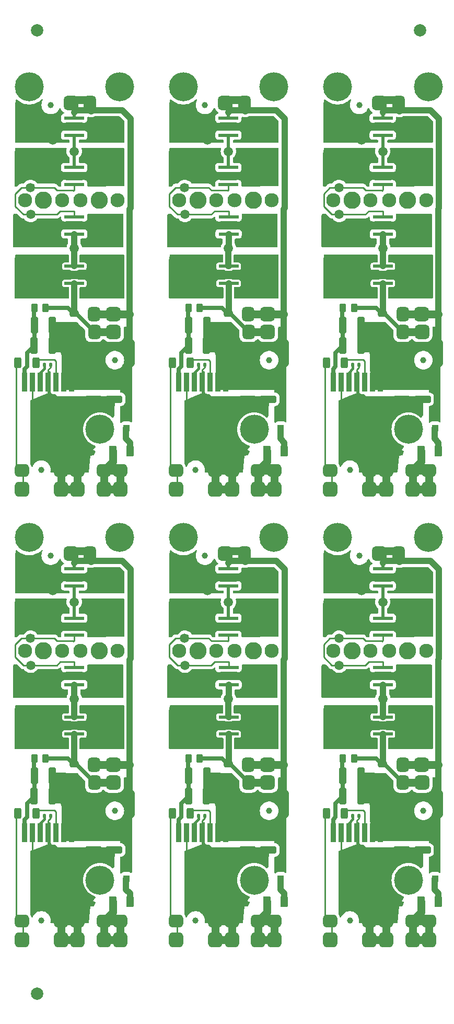
<source format=gbr>
%TF.GenerationSoftware,KiCad,Pcbnew,7.0.8-7.0.8~ubuntu22.04.1*%
%TF.CreationDate,2023-12-07T10:59:44+01:00*%
%TF.ProjectId,mothbeam_panel,6d6f7468-6265-4616-9d5f-70616e656c2e,rev?*%
%TF.SameCoordinates,Original*%
%TF.FileFunction,Copper,L1,Top*%
%TF.FilePolarity,Positive*%
%FSLAX46Y46*%
G04 Gerber Fmt 4.6, Leading zero omitted, Abs format (unit mm)*
G04 Created by KiCad (PCBNEW 7.0.8-7.0.8~ubuntu22.04.1) date 2023-12-07 10:59:44*
%MOMM*%
%LPD*%
G01*
G04 APERTURE LIST*
G04 Aperture macros list*
%AMRoundRect*
0 Rectangle with rounded corners*
0 $1 Rounding radius*
0 $2 $3 $4 $5 $6 $7 $8 $9 X,Y pos of 4 corners*
0 Add a 4 corners polygon primitive as box body*
4,1,4,$2,$3,$4,$5,$6,$7,$8,$9,$2,$3,0*
0 Add four circle primitives for the rounded corners*
1,1,$1+$1,$2,$3*
1,1,$1+$1,$4,$5*
1,1,$1+$1,$6,$7*
1,1,$1+$1,$8,$9*
0 Add four rect primitives between the rounded corners*
20,1,$1+$1,$2,$3,$4,$5,0*
20,1,$1+$1,$4,$5,$6,$7,0*
20,1,$1+$1,$6,$7,$8,$9,0*
20,1,$1+$1,$8,$9,$2,$3,0*%
%AMFreePoly0*
4,1,5,0.240000,-1.625000,-0.240000,-1.625000,-0.240000,1.625000,0.240000,1.625000,0.240000,-1.625000,0.240000,-1.625000,$1*%
G04 Aperture macros list end*
%TA.AperFunction,SMDPad,CuDef*%
%ADD10R,0.890000X3.060000*%
%TD*%
%TA.AperFunction,SMDPad,CuDef*%
%ADD11R,5.350000X8.540000*%
%TD*%
%TA.AperFunction,WasherPad*%
%ADD12C,2.300000*%
%TD*%
%TA.AperFunction,SMDPad,CuDef*%
%ADD13RoundRect,0.250000X0.325000X1.100000X-0.325000X1.100000X-0.325000X-1.100000X0.325000X-1.100000X0*%
%TD*%
%TA.AperFunction,SMDPad,CuDef*%
%ADD14C,1.500000*%
%TD*%
%TA.AperFunction,SMDPad,CuDef*%
%ADD15RoundRect,0.575000X0.625000X0.575000X-0.625000X0.575000X-0.625000X-0.575000X0.625000X-0.575000X0*%
%TD*%
%TA.AperFunction,SMDPad,CuDef*%
%ADD16RoundRect,0.500000X0.500000X0.650000X-0.500000X0.650000X-0.500000X-0.650000X0.500000X-0.650000X0*%
%TD*%
%TA.AperFunction,SMDPad,CuDef*%
%ADD17RoundRect,0.575000X-0.625000X-0.575000X0.625000X-0.575000X0.625000X0.575000X-0.625000X0.575000X0*%
%TD*%
%TA.AperFunction,SMDPad,CuDef*%
%ADD18RoundRect,0.500000X-0.500000X-0.650000X0.500000X-0.650000X0.500000X0.650000X-0.500000X0.650000X0*%
%TD*%
%TA.AperFunction,SMDPad,CuDef*%
%ADD19FreePoly0,90.000000*%
%TD*%
%TA.AperFunction,SMDPad,CuDef*%
%ADD20RoundRect,0.325000X1.300000X-0.325000X1.300000X0.325000X-1.300000X0.325000X-1.300000X-0.325000X0*%
%TD*%
%TA.AperFunction,SMDPad,CuDef*%
%ADD21RoundRect,0.250000X-1.100000X0.325000X-1.100000X-0.325000X1.100000X-0.325000X1.100000X0.325000X0*%
%TD*%
%TA.AperFunction,ComponentPad*%
%ADD22C,4.700000*%
%TD*%
%TA.AperFunction,SMDPad,CuDef*%
%ADD23C,1.000000*%
%TD*%
%TA.AperFunction,SMDPad,CuDef*%
%ADD24RoundRect,0.575000X0.575000X-0.625000X0.575000X0.625000X-0.575000X0.625000X-0.575000X-0.625000X0*%
%TD*%
%TA.AperFunction,SMDPad,CuDef*%
%ADD25RoundRect,0.500000X0.650000X-0.500000X0.650000X0.500000X-0.650000X0.500000X-0.650000X-0.500000X0*%
%TD*%
%TA.AperFunction,SMDPad,CuDef*%
%ADD26RoundRect,0.250000X-0.312500X-0.625000X0.312500X-0.625000X0.312500X0.625000X-0.312500X0.625000X0*%
%TD*%
%TA.AperFunction,SMDPad,CuDef*%
%ADD27RoundRect,0.250000X0.262500X0.450000X-0.262500X0.450000X-0.262500X-0.450000X0.262500X-0.450000X0*%
%TD*%
%TA.AperFunction,WasherPad*%
%ADD28C,2.800000*%
%TD*%
%TA.AperFunction,SMDPad,CuDef*%
%ADD29RoundRect,0.250000X0.475000X-0.250000X0.475000X0.250000X-0.475000X0.250000X-0.475000X-0.250000X0*%
%TD*%
%TA.AperFunction,SMDPad,CuDef*%
%ADD30C,2.000000*%
%TD*%
%TA.AperFunction,SMDPad,CuDef*%
%ADD31RoundRect,0.250000X-0.300000X0.300000X-0.300000X-0.300000X0.300000X-0.300000X0.300000X0.300000X0*%
%TD*%
%TA.AperFunction,SMDPad,CuDef*%
%ADD32RoundRect,0.135000X-0.135000X-0.185000X0.135000X-0.185000X0.135000X0.185000X-0.135000X0.185000X0*%
%TD*%
%TA.AperFunction,SMDPad,CuDef*%
%ADD33RoundRect,0.250000X-0.375000X-0.625000X0.375000X-0.625000X0.375000X0.625000X-0.375000X0.625000X0*%
%TD*%
%TA.AperFunction,Conductor*%
%ADD34C,0.250000*%
%TD*%
%TA.AperFunction,Conductor*%
%ADD35C,1.000000*%
%TD*%
%TA.AperFunction,Conductor*%
%ADD36C,1.300000*%
%TD*%
%TA.AperFunction,Conductor*%
%ADD37C,0.500000*%
%TD*%
%TA.AperFunction,Conductor*%
%ADD38C,0.700000*%
%TD*%
%TA.AperFunction,Conductor*%
%ADD39C,0.400000*%
%TD*%
G04 APERTURE END LIST*
D10*
%TO.P,U1,1,Led+*%
%TO.N,Board_2-+VDC*%
X173054000Y-79455000D03*
%TO.P,U1,2,Led+*%
X171784000Y-79455000D03*
%TO.P,U1,3,DIM*%
%TO.N,Board_2-Net-(U1-DIM)*%
X170514000Y-79455000D03*
%TO.P,U1,4,AGND*%
%TO.N,Board_2-GND*%
X169244000Y-79455000D03*
%TO.P,U1,5,ISET*%
%TO.N,Board_2-Net-(U1-ISET)*%
X167974000Y-79455000D03*
%TO.P,U1,6,IFIX*%
%TO.N,Board_2-GND*%
X166704000Y-79455000D03*
%TO.P,U1,7,Led-*%
%TO.N,Board_2-Net-(U1-Led-)*%
X165434000Y-79455000D03*
D11*
%TO.P,U1,8,AGND*%
%TO.N,Board_2-GND*%
X169244000Y-86760000D03*
%TD*%
D12*
%TO.P,H6,*%
%TO.N,*%
X140500000Y-123000000D03*
%TD*%
D13*
%TO.P,C3,1*%
%TO.N,Board_0-+VDC*%
X119957000Y-70247000D03*
%TO.P,C3,2*%
%TO.N,Board_0-Net-(U1-Led-)*%
X117007000Y-70247000D03*
%TD*%
D14*
%TO.P,TP6,1,1*%
%TO.N,Board_5-/T3*%
X170056800Y-129150000D03*
%TD*%
D15*
%TO.P,J4,1,Pin_1*%
%TO.N,Board_0-+VDC*%
X129809400Y-68469000D03*
D16*
X126709400Y-68469000D03*
%TD*%
D17*
%TO.P,J5,1,Pin_1*%
%TO.N,Board_3-+VDC*%
X122951200Y-107255200D03*
D18*
X126051200Y-107255200D03*
%TD*%
D14*
%TO.P,TP2,1,1*%
%TO.N,Board_0-/T1*%
X120031400Y-40249600D03*
%TD*%
D19*
%TO.P,D4,1,K*%
%TO.N,Board_5-/LED-*%
X173500000Y-136489400D03*
%TO.P,D4,2,A*%
%TO.N,Board_5-Net-(D3-K)*%
X173500000Y-133719400D03*
D20*
%TO.P,D4,3,PAD*%
%TO.N,Board_5-/T4*%
X173500000Y-135104400D03*
%TD*%
D19*
%TO.P,D4,1,K*%
%TO.N,Board_2-/LED-*%
X173500000Y-63489400D03*
%TO.P,D4,2,A*%
%TO.N,Board_2-Net-(D3-K)*%
X173500000Y-60719400D03*
D20*
%TO.P,D4,3,PAD*%
%TO.N,Board_2-/T4*%
X173500000Y-62104400D03*
%TD*%
D21*
%TO.P,C2,1*%
%TO.N,Board_3-+VDC*%
X129912000Y-152313000D03*
%TO.P,C2,2*%
%TO.N,Board_3-GND*%
X129912000Y-155263000D03*
%TD*%
D14*
%TO.P,TP2,1,1*%
%TO.N,Board_1-/T1*%
X145031400Y-40249600D03*
%TD*%
D22*
%TO.P,H3,1*%
%TO.N,N/C*%
X127651400Y-87138000D03*
%TD*%
D14*
%TO.P,TP4,1,1*%
%TO.N,Board_3-/T2*%
X120158400Y-119320200D03*
%TD*%
D17*
%TO.P,J5,1,Pin_1*%
%TO.N,Board_2-+VDC*%
X172951200Y-34255200D03*
D18*
X176051200Y-34255200D03*
%TD*%
D14*
%TO.P,TP1,1,1*%
%TO.N,Board_4-Net-(D2-K)*%
X141373800Y-120971200D03*
%TD*%
D21*
%TO.P,C2,1*%
%TO.N,Board_1-+VDC*%
X154912000Y-79313000D03*
%TO.P,C2,2*%
%TO.N,Board_1-GND*%
X154912000Y-82263000D03*
%TD*%
D23*
%TO.P,FID1,*%
%TO.N,*%
X130064400Y-148911200D03*
%TD*%
D24*
%TO.P,J2,1,Pin_1*%
%TO.N,Board_2-GND*%
X174019200Y-96850000D03*
D25*
X174019200Y-93750000D03*
%TD*%
D19*
%TO.P,D1,1,K*%
%TO.N,Board_0-Net-(D1-K)*%
X123474600Y-39489400D03*
%TO.P,D1,2,A*%
%TO.N,Board_0-+VDC*%
X123474600Y-36719400D03*
D20*
%TO.P,D1,3,PAD*%
%TO.N,Board_0-/T1*%
X123474600Y-38104400D03*
%TD*%
D14*
%TO.P,TP3,1,1*%
%TO.N,Board_0-Net-(D1-K)*%
X123474600Y-42104400D03*
%TD*%
%TO.P,TP2,1,1*%
%TO.N,Board_5-/T1*%
X170031400Y-113249600D03*
%TD*%
D19*
%TO.P,D3,1,K*%
%TO.N,Board_3-Net-(D3-K)*%
X123500000Y-128489400D03*
%TO.P,D3,2,A*%
%TO.N,Board_3-Net-(D2-K)*%
X123500000Y-125719400D03*
D20*
%TO.P,D3,3,PAD*%
%TO.N,Board_3-/T3*%
X123500000Y-127104400D03*
%TD*%
D22*
%TO.P,H2,1*%
%TO.N,N/C*%
X166170600Y-104664400D03*
%TD*%
D19*
%TO.P,D2,1,K*%
%TO.N,Board_0-Net-(D2-K)*%
X123474600Y-47489400D03*
%TO.P,D2,2,A*%
%TO.N,Board_0-Net-(D1-K)*%
X123474600Y-44719400D03*
D20*
%TO.P,D2,3,PAD*%
%TO.N,Board_0-/T2*%
X123474600Y-46104400D03*
%TD*%
D14*
%TO.P,TP2,1,1*%
%TO.N,Board_2-/T1*%
X170031400Y-40249600D03*
%TD*%
D24*
%TO.P,J1,1,Pin_1*%
%TO.N,Board_0-Net-(J1-Pin_1)*%
X130928000Y-96850000D03*
D25*
X130928000Y-93750000D03*
%TD*%
D14*
%TO.P,TP6,1,1*%
%TO.N,Board_3-/T3*%
X120056800Y-129150000D03*
%TD*%
D26*
%TO.P,R1,1*%
%TO.N,Board_2-Net-(J3-Pin_1)*%
X164352500Y-76343000D03*
%TO.P,R1,2*%
%TO.N,Board_2-Net-(U1-DIM)*%
X167277500Y-76343000D03*
%TD*%
D12*
%TO.P,H7,*%
%TO.N,*%
X149500000Y-123000000D03*
%TD*%
D23*
%TO.P,FID2,*%
%TO.N,*%
X169675800Y-107585400D03*
%TD*%
D27*
%TO.P,FB1,1*%
%TO.N,Board_5-/LED-*%
X168835700Y-140478400D03*
%TO.P,FB1,2*%
%TO.N,Board_5-Net-(U1-Led-)*%
X167010700Y-140478400D03*
%TD*%
D15*
%TO.P,J4,1,Pin_1*%
%TO.N,Board_1-+VDC*%
X154809400Y-68469000D03*
D16*
X151709400Y-68469000D03*
%TD*%
D14*
%TO.P,TP7,1,1*%
%TO.N,Board_2-Net-(D3-K)*%
X173485800Y-57775600D03*
%TD*%
D10*
%TO.P,U1,1,Led+*%
%TO.N,Board_3-+VDC*%
X123054000Y-152455000D03*
%TO.P,U1,2,Led+*%
X121784000Y-152455000D03*
%TO.P,U1,3,DIM*%
%TO.N,Board_3-Net-(U1-DIM)*%
X120514000Y-152455000D03*
%TO.P,U1,4,AGND*%
%TO.N,Board_3-GND*%
X119244000Y-152455000D03*
%TO.P,U1,5,ISET*%
%TO.N,Board_3-Net-(U1-ISET)*%
X117974000Y-152455000D03*
%TO.P,U1,6,IFIX*%
%TO.N,Board_3-GND*%
X116704000Y-152455000D03*
%TO.P,U1,7,Led-*%
%TO.N,Board_3-Net-(U1-Led-)*%
X115434000Y-152455000D03*
D11*
%TO.P,U1,8,AGND*%
%TO.N,Board_3-GND*%
X119244000Y-159760000D03*
%TD*%
D14*
%TO.P,TP3,1,1*%
%TO.N,Board_4-Net-(D1-K)*%
X148474600Y-115104400D03*
%TD*%
D19*
%TO.P,D1,1,K*%
%TO.N,Board_2-Net-(D1-K)*%
X173474600Y-39489400D03*
%TO.P,D1,2,A*%
%TO.N,Board_2-+VDC*%
X173474600Y-36719400D03*
D20*
%TO.P,D1,3,PAD*%
%TO.N,Board_2-/T1*%
X173474600Y-38104400D03*
%TD*%
D14*
%TO.P,TP2,1,1*%
%TO.N,Board_4-/T1*%
X145031400Y-113249600D03*
%TD*%
D27*
%TO.P,FB1,1*%
%TO.N,Board_1-/LED-*%
X143835700Y-67478400D03*
%TO.P,FB1,2*%
%TO.N,Board_1-Net-(U1-Led-)*%
X142010700Y-67478400D03*
%TD*%
D24*
%TO.P,J2,1,Pin_1*%
%TO.N,Board_4-GND*%
X149019200Y-169850000D03*
D25*
X149019200Y-166750000D03*
%TD*%
D15*
%TO.P,J6,1,Pin_1*%
%TO.N,Board_5-/LED-*%
X179834800Y-144339200D03*
D16*
X176734800Y-144339200D03*
%TD*%
D12*
%TO.P,H7,*%
%TO.N,*%
X174500000Y-50000000D03*
%TD*%
D24*
%TO.P,J3,1,Pin_1*%
%TO.N,Board_3-Net-(J3-Pin_1)*%
X114976800Y-169850000D03*
D25*
X114976800Y-166750000D03*
%TD*%
D23*
%TO.P,FID2,*%
%TO.N,*%
X119675800Y-107585400D03*
%TD*%
D10*
%TO.P,U1,1,Led+*%
%TO.N,Board_4-+VDC*%
X148054000Y-152455000D03*
%TO.P,U1,2,Led+*%
X146784000Y-152455000D03*
%TO.P,U1,3,DIM*%
%TO.N,Board_4-Net-(U1-DIM)*%
X145514000Y-152455000D03*
%TO.P,U1,4,AGND*%
%TO.N,Board_4-GND*%
X144244000Y-152455000D03*
%TO.P,U1,5,ISET*%
%TO.N,Board_4-Net-(U1-ISET)*%
X142974000Y-152455000D03*
%TO.P,U1,6,IFIX*%
%TO.N,Board_4-GND*%
X141704000Y-152455000D03*
%TO.P,U1,7,Led-*%
%TO.N,Board_4-Net-(U1-Led-)*%
X140434000Y-152455000D03*
D11*
%TO.P,U1,8,AGND*%
%TO.N,Board_4-GND*%
X144244000Y-159760000D03*
%TD*%
D28*
%TO.P,H9,*%
%TO.N,*%
X118500000Y-123000000D03*
%TD*%
D13*
%TO.P,C3,1*%
%TO.N,Board_5-+VDC*%
X169957000Y-143247000D03*
%TO.P,C3,2*%
%TO.N,Board_5-Net-(U1-Led-)*%
X167007000Y-143247000D03*
%TD*%
D23*
%TO.P,FID3,*%
%TO.N,*%
X168151800Y-166665800D03*
%TD*%
D29*
%TO.P,C5,1*%
%TO.N,Board_2-+VDC*%
X173435000Y-70308000D03*
%TO.P,C5,2*%
%TO.N,Board_2-/LED-*%
X173435000Y-68408000D03*
%TD*%
D22*
%TO.P,H2,1*%
%TO.N,N/C*%
X166170600Y-31664400D03*
%TD*%
D17*
%TO.P,J5,1,Pin_1*%
%TO.N,Board_1-+VDC*%
X147951200Y-34255200D03*
D18*
X151051200Y-34255200D03*
%TD*%
D14*
%TO.P,TP8,1,1*%
%TO.N,Board_3-/T4*%
X120133000Y-137709800D03*
%TD*%
D15*
%TO.P,J4,1,Pin_1*%
%TO.N,Board_3-+VDC*%
X129809400Y-141469000D03*
D16*
X126709400Y-141469000D03*
%TD*%
D22*
%TO.P,H3,1*%
%TO.N,N/C*%
X152651400Y-160138000D03*
%TD*%
D23*
%TO.P,FID3,*%
%TO.N,*%
X143151800Y-93665800D03*
%TD*%
D24*
%TO.P,J7,1,Pin_1*%
%TO.N,Board_1-Net-(J1-Pin_1)*%
X153311800Y-96850000D03*
D25*
X153311800Y-93750000D03*
%TD*%
D19*
%TO.P,D3,1,K*%
%TO.N,Board_5-Net-(D3-K)*%
X173500000Y-128489400D03*
%TO.P,D3,2,A*%
%TO.N,Board_5-Net-(D2-K)*%
X173500000Y-125719400D03*
D20*
%TO.P,D3,3,PAD*%
%TO.N,Board_5-/T3*%
X173500000Y-127104400D03*
%TD*%
D15*
%TO.P,J4,1,Pin_1*%
%TO.N,Board_2-+VDC*%
X179809400Y-68469000D03*
D16*
X176709400Y-68469000D03*
%TD*%
D19*
%TO.P,D1,1,K*%
%TO.N,Board_4-Net-(D1-K)*%
X148474600Y-112489400D03*
%TO.P,D1,2,A*%
%TO.N,Board_4-+VDC*%
X148474600Y-109719400D03*
D20*
%TO.P,D1,3,PAD*%
%TO.N,Board_4-/T1*%
X148474600Y-111104400D03*
%TD*%
D15*
%TO.P,J6,1,Pin_1*%
%TO.N,Board_3-/LED-*%
X129834800Y-144339200D03*
D16*
X126734800Y-144339200D03*
%TD*%
D24*
%TO.P,J2,1,Pin_1*%
%TO.N,Board_3-GND*%
X124019200Y-169850000D03*
D25*
X124019200Y-166750000D03*
%TD*%
D30*
%TO.P,REF\u002A\u002A,*%
%TO.N,*%
X179500000Y-22500000D03*
%TD*%
D19*
%TO.P,D1,1,K*%
%TO.N,Board_3-Net-(D1-K)*%
X123474600Y-112489400D03*
%TO.P,D1,2,A*%
%TO.N,Board_3-+VDC*%
X123474600Y-109719400D03*
D20*
%TO.P,D1,3,PAD*%
%TO.N,Board_3-/T1*%
X123474600Y-111104400D03*
%TD*%
D12*
%TO.P,H4,*%
%TO.N,*%
X180500000Y-50000000D03*
%TD*%
D29*
%TO.P,C5,1*%
%TO.N,Board_5-+VDC*%
X173435000Y-143308000D03*
%TO.P,C5,2*%
%TO.N,Board_5-/LED-*%
X173435000Y-141408000D03*
%TD*%
D12*
%TO.P,H5,*%
%TO.N,*%
X171500000Y-123000000D03*
%TD*%
D14*
%TO.P,TP1,1,1*%
%TO.N,Board_1-Net-(D2-K)*%
X141373800Y-47971200D03*
%TD*%
D28*
%TO.P,H8,*%
%TO.N,*%
X177500000Y-123000000D03*
%TD*%
D13*
%TO.P,C3,1*%
%TO.N,Board_3-+VDC*%
X119957000Y-143247000D03*
%TO.P,C3,2*%
%TO.N,Board_3-Net-(U1-Led-)*%
X117007000Y-143247000D03*
%TD*%
D24*
%TO.P,J8,1,Pin_1*%
%TO.N,Board_2-GND*%
X171326800Y-96850000D03*
D25*
X171326800Y-93750000D03*
%TD*%
D24*
%TO.P,J2,1,Pin_1*%
%TO.N,Board_1-GND*%
X149019200Y-96850000D03*
D25*
X149019200Y-93750000D03*
%TD*%
D15*
%TO.P,J4,1,Pin_1*%
%TO.N,Board_5-+VDC*%
X179809400Y-141469000D03*
D16*
X176709400Y-141469000D03*
%TD*%
D31*
%TO.P,D5,1,K*%
%TO.N,Board_3-+VDC*%
X131944000Y-157090000D03*
%TO.P,D5,2,A*%
%TO.N,Board_3-Net-(D5-A)*%
X131944000Y-159890000D03*
%TD*%
D12*
%TO.P,H5,*%
%TO.N,*%
X146500000Y-50000000D03*
%TD*%
D14*
%TO.P,TP7,1,1*%
%TO.N,Board_5-Net-(D3-K)*%
X173485800Y-130775600D03*
%TD*%
D12*
%TO.P,H4,*%
%TO.N,*%
X130500000Y-50000000D03*
%TD*%
D29*
%TO.P,C5,1*%
%TO.N,Board_3-+VDC*%
X123435000Y-143308000D03*
%TO.P,C5,2*%
%TO.N,Board_3-/LED-*%
X123435000Y-141408000D03*
%TD*%
D12*
%TO.P,H6,*%
%TO.N,*%
X165500000Y-123000000D03*
%TD*%
D29*
%TO.P,C5,1*%
%TO.N,Board_0-+VDC*%
X123435000Y-70308000D03*
%TO.P,C5,2*%
%TO.N,Board_0-/LED-*%
X123435000Y-68408000D03*
%TD*%
D12*
%TO.P,H4,*%
%TO.N,*%
X130500000Y-123000000D03*
%TD*%
D24*
%TO.P,J7,1,Pin_1*%
%TO.N,Board_3-Net-(J1-Pin_1)*%
X128311800Y-169850000D03*
D25*
X128311800Y-166750000D03*
%TD*%
D28*
%TO.P,H9,*%
%TO.N,*%
X118500000Y-50000000D03*
%TD*%
D24*
%TO.P,J7,1,Pin_1*%
%TO.N,Board_4-Net-(J1-Pin_1)*%
X153311800Y-169850000D03*
D25*
X153311800Y-166750000D03*
%TD*%
D23*
%TO.P,FID1,*%
%TO.N,*%
X180064400Y-75911200D03*
%TD*%
D19*
%TO.P,D3,1,K*%
%TO.N,Board_1-Net-(D3-K)*%
X148500000Y-55489400D03*
%TO.P,D3,2,A*%
%TO.N,Board_1-Net-(D2-K)*%
X148500000Y-52719400D03*
D20*
%TO.P,D3,3,PAD*%
%TO.N,Board_1-/T3*%
X148500000Y-54104400D03*
%TD*%
D15*
%TO.P,J4,1,Pin_1*%
%TO.N,Board_4-+VDC*%
X154809400Y-141469000D03*
D16*
X151709400Y-141469000D03*
%TD*%
D24*
%TO.P,J1,1,Pin_1*%
%TO.N,Board_2-Net-(J1-Pin_1)*%
X180928000Y-96850000D03*
D25*
X180928000Y-93750000D03*
%TD*%
D32*
%TO.P,R2,1*%
%TO.N,Board_0-Net-(U1-ISET)*%
X118607000Y-76724000D03*
%TO.P,R2,2*%
%TO.N,Board_0-GND*%
X119627000Y-76724000D03*
%TD*%
D14*
%TO.P,TP4,1,1*%
%TO.N,Board_2-/T2*%
X170158400Y-46320200D03*
%TD*%
D22*
%TO.P,H2,1*%
%TO.N,N/C*%
X141170600Y-31664400D03*
%TD*%
D14*
%TO.P,TP4,1,1*%
%TO.N,Board_4-/T2*%
X145158400Y-119320200D03*
%TD*%
D22*
%TO.P,H3,1*%
%TO.N,N/C*%
X152651400Y-87138000D03*
%TD*%
D24*
%TO.P,J1,1,Pin_1*%
%TO.N,Board_3-Net-(J1-Pin_1)*%
X130928000Y-169850000D03*
D25*
X130928000Y-166750000D03*
%TD*%
D14*
%TO.P,TP5,1,1*%
%TO.N,Board_3-Net-(D2-K)*%
X116424600Y-125340000D03*
%TD*%
D33*
%TO.P,F1,1*%
%TO.N,Board_3-Net-(J1-Pin_1)*%
X129705800Y-163668600D03*
%TO.P,F1,2*%
%TO.N,Board_3-Net-(D5-A)*%
X132505800Y-163668600D03*
%TD*%
D24*
%TO.P,J2,1,Pin_1*%
%TO.N,Board_5-GND*%
X174019200Y-169850000D03*
D25*
X174019200Y-166750000D03*
%TD*%
D15*
%TO.P,J6,1,Pin_1*%
%TO.N,Board_4-/LED-*%
X154834800Y-144339200D03*
D16*
X151734800Y-144339200D03*
%TD*%
D13*
%TO.P,C3,1*%
%TO.N,Board_1-+VDC*%
X144957000Y-70247000D03*
%TO.P,C3,2*%
%TO.N,Board_1-Net-(U1-Led-)*%
X142007000Y-70247000D03*
%TD*%
D26*
%TO.P,R1,1*%
%TO.N,Board_5-Net-(J3-Pin_1)*%
X164352500Y-149343000D03*
%TO.P,R1,2*%
%TO.N,Board_5-Net-(U1-DIM)*%
X167277500Y-149343000D03*
%TD*%
D12*
%TO.P,H5,*%
%TO.N,*%
X121500000Y-50000000D03*
%TD*%
D24*
%TO.P,J8,1,Pin_1*%
%TO.N,Board_4-GND*%
X146326800Y-169850000D03*
D25*
X146326800Y-166750000D03*
%TD*%
D19*
%TO.P,D3,1,K*%
%TO.N,Board_4-Net-(D3-K)*%
X148500000Y-128489400D03*
%TO.P,D3,2,A*%
%TO.N,Board_4-Net-(D2-K)*%
X148500000Y-125719400D03*
D20*
%TO.P,D3,3,PAD*%
%TO.N,Board_4-/T3*%
X148500000Y-127104400D03*
%TD*%
D21*
%TO.P,C1,1*%
%TO.N,Board_5-+VDC*%
X176584600Y-152340200D03*
%TO.P,C1,2*%
%TO.N,Board_5-GND*%
X176584600Y-155290200D03*
%TD*%
D14*
%TO.P,TP8,1,1*%
%TO.N,Board_1-/T4*%
X145133000Y-64709800D03*
%TD*%
D10*
%TO.P,U1,1,Led+*%
%TO.N,Board_1-+VDC*%
X148054000Y-79455000D03*
%TO.P,U1,2,Led+*%
X146784000Y-79455000D03*
%TO.P,U1,3,DIM*%
%TO.N,Board_1-Net-(U1-DIM)*%
X145514000Y-79455000D03*
%TO.P,U1,4,AGND*%
%TO.N,Board_1-GND*%
X144244000Y-79455000D03*
%TO.P,U1,5,ISET*%
%TO.N,Board_1-Net-(U1-ISET)*%
X142974000Y-79455000D03*
%TO.P,U1,6,IFIX*%
%TO.N,Board_1-GND*%
X141704000Y-79455000D03*
%TO.P,U1,7,Led-*%
%TO.N,Board_1-Net-(U1-Led-)*%
X140434000Y-79455000D03*
D11*
%TO.P,U1,8,AGND*%
%TO.N,Board_1-GND*%
X144244000Y-86760000D03*
%TD*%
D24*
%TO.P,J1,1,Pin_1*%
%TO.N,Board_1-Net-(J1-Pin_1)*%
X155928000Y-96850000D03*
D25*
X155928000Y-93750000D03*
%TD*%
D24*
%TO.P,J2,1,Pin_1*%
%TO.N,Board_0-GND*%
X124019200Y-96850000D03*
D25*
X124019200Y-93750000D03*
%TD*%
D14*
%TO.P,TP5,1,1*%
%TO.N,Board_0-Net-(D2-K)*%
X116424600Y-52340000D03*
%TD*%
D24*
%TO.P,J7,1,Pin_1*%
%TO.N,Board_2-Net-(J1-Pin_1)*%
X178311800Y-96850000D03*
D25*
X178311800Y-93750000D03*
%TD*%
D23*
%TO.P,FID2,*%
%TO.N,*%
X144675800Y-34585400D03*
%TD*%
D21*
%TO.P,C1,1*%
%TO.N,Board_1-+VDC*%
X151584600Y-79340200D03*
%TO.P,C1,2*%
%TO.N,Board_1-GND*%
X151584600Y-82290200D03*
%TD*%
D12*
%TO.P,H6,*%
%TO.N,*%
X115500000Y-50000000D03*
%TD*%
D21*
%TO.P,C2,1*%
%TO.N,Board_4-+VDC*%
X154912000Y-152313000D03*
%TO.P,C2,2*%
%TO.N,Board_4-GND*%
X154912000Y-155263000D03*
%TD*%
D17*
%TO.P,J5,1,Pin_1*%
%TO.N,Board_5-+VDC*%
X172951200Y-107255200D03*
D18*
X176051200Y-107255200D03*
%TD*%
D23*
%TO.P,FID3,*%
%TO.N,*%
X168151800Y-93665800D03*
%TD*%
D22*
%TO.P,H1,1*%
%TO.N,N/C*%
X130851800Y-31664400D03*
%TD*%
D14*
%TO.P,TP6,1,1*%
%TO.N,Board_2-/T3*%
X170056800Y-56150000D03*
%TD*%
D12*
%TO.P,H7,*%
%TO.N,*%
X174500000Y-123000000D03*
%TD*%
D23*
%TO.P,FID1,*%
%TO.N,*%
X180064400Y-148911200D03*
%TD*%
D22*
%TO.P,H3,1*%
%TO.N,N/C*%
X177651400Y-87138000D03*
%TD*%
D21*
%TO.P,C1,1*%
%TO.N,Board_3-+VDC*%
X126584600Y-152340200D03*
%TO.P,C1,2*%
%TO.N,Board_3-GND*%
X126584600Y-155290200D03*
%TD*%
D14*
%TO.P,TP2,1,1*%
%TO.N,Board_3-/T1*%
X120031400Y-113249600D03*
%TD*%
D24*
%TO.P,J7,1,Pin_1*%
%TO.N,Board_0-Net-(J1-Pin_1)*%
X128311800Y-96850000D03*
D25*
X128311800Y-93750000D03*
%TD*%
D14*
%TO.P,TP3,1,1*%
%TO.N,Board_3-Net-(D1-K)*%
X123474600Y-115104400D03*
%TD*%
D23*
%TO.P,FID3,*%
%TO.N,*%
X118151800Y-93665800D03*
%TD*%
D28*
%TO.P,H8,*%
%TO.N,*%
X177500000Y-50000000D03*
%TD*%
D19*
%TO.P,D2,1,K*%
%TO.N,Board_1-Net-(D2-K)*%
X148474600Y-47489400D03*
%TO.P,D2,2,A*%
%TO.N,Board_1-Net-(D1-K)*%
X148474600Y-44719400D03*
D20*
%TO.P,D2,3,PAD*%
%TO.N,Board_1-/T2*%
X148474600Y-46104400D03*
%TD*%
D24*
%TO.P,J8,1,Pin_1*%
%TO.N,Board_3-GND*%
X121326800Y-169850000D03*
D25*
X121326800Y-166750000D03*
%TD*%
D14*
%TO.P,TP5,1,1*%
%TO.N,Board_5-Net-(D2-K)*%
X166424600Y-125340000D03*
%TD*%
D28*
%TO.P,H8,*%
%TO.N,*%
X152500000Y-123000000D03*
%TD*%
D19*
%TO.P,D2,1,K*%
%TO.N,Board_3-Net-(D2-K)*%
X123474600Y-120489400D03*
%TO.P,D2,2,A*%
%TO.N,Board_3-Net-(D1-K)*%
X123474600Y-117719400D03*
D20*
%TO.P,D2,3,PAD*%
%TO.N,Board_3-/T2*%
X123474600Y-119104400D03*
%TD*%
D14*
%TO.P,TP3,1,1*%
%TO.N,Board_2-Net-(D1-K)*%
X173474600Y-42104400D03*
%TD*%
D19*
%TO.P,D2,1,K*%
%TO.N,Board_4-Net-(D2-K)*%
X148474600Y-120489400D03*
%TO.P,D2,2,A*%
%TO.N,Board_4-Net-(D1-K)*%
X148474600Y-117719400D03*
D20*
%TO.P,D2,3,PAD*%
%TO.N,Board_4-/T2*%
X148474600Y-119104400D03*
%TD*%
D12*
%TO.P,H7,*%
%TO.N,*%
X124500000Y-123000000D03*
%TD*%
D15*
%TO.P,J6,1,Pin_1*%
%TO.N,Board_0-/LED-*%
X129834800Y-71339200D03*
D16*
X126734800Y-71339200D03*
%TD*%
D23*
%TO.P,FID3,*%
%TO.N,*%
X118151800Y-166665800D03*
%TD*%
D12*
%TO.P,H6,*%
%TO.N,*%
X140500000Y-50000000D03*
%TD*%
D13*
%TO.P,C4,1*%
%TO.N,Board_4-+VDC*%
X144931600Y-146549000D03*
%TO.P,C4,2*%
%TO.N,Board_4-Net-(U1-Led-)*%
X141981600Y-146549000D03*
%TD*%
D14*
%TO.P,TP8,1,1*%
%TO.N,Board_2-/T4*%
X170133000Y-64709800D03*
%TD*%
D15*
%TO.P,J6,1,Pin_1*%
%TO.N,Board_2-/LED-*%
X179834800Y-71339200D03*
D16*
X176734800Y-71339200D03*
%TD*%
D14*
%TO.P,TP7,1,1*%
%TO.N,Board_3-Net-(D3-K)*%
X123485800Y-130775600D03*
%TD*%
%TO.P,TP8,1,1*%
%TO.N,Board_0-/T4*%
X120133000Y-64709800D03*
%TD*%
D28*
%TO.P,H9,*%
%TO.N,*%
X168500000Y-123000000D03*
%TD*%
D27*
%TO.P,FB1,1*%
%TO.N,Board_4-/LED-*%
X143835700Y-140478400D03*
%TO.P,FB1,2*%
%TO.N,Board_4-Net-(U1-Led-)*%
X142010700Y-140478400D03*
%TD*%
D24*
%TO.P,J8,1,Pin_1*%
%TO.N,Board_5-GND*%
X171326800Y-169850000D03*
D25*
X171326800Y-166750000D03*
%TD*%
D32*
%TO.P,R2,1*%
%TO.N,Board_4-Net-(U1-ISET)*%
X143607000Y-149724000D03*
%TO.P,R2,2*%
%TO.N,Board_4-GND*%
X144627000Y-149724000D03*
%TD*%
D24*
%TO.P,J1,1,Pin_1*%
%TO.N,Board_5-Net-(J1-Pin_1)*%
X180928000Y-169850000D03*
D25*
X180928000Y-166750000D03*
%TD*%
D19*
%TO.P,D3,1,K*%
%TO.N,Board_2-Net-(D3-K)*%
X173500000Y-55489400D03*
%TO.P,D3,2,A*%
%TO.N,Board_2-Net-(D2-K)*%
X173500000Y-52719400D03*
D20*
%TO.P,D3,3,PAD*%
%TO.N,Board_2-/T3*%
X173500000Y-54104400D03*
%TD*%
D32*
%TO.P,R2,1*%
%TO.N,Board_1-Net-(U1-ISET)*%
X143607000Y-76724000D03*
%TO.P,R2,2*%
%TO.N,Board_1-GND*%
X144627000Y-76724000D03*
%TD*%
D12*
%TO.P,H4,*%
%TO.N,*%
X180500000Y-123000000D03*
%TD*%
D14*
%TO.P,TP3,1,1*%
%TO.N,Board_1-Net-(D1-K)*%
X148474600Y-42104400D03*
%TD*%
D33*
%TO.P,F1,1*%
%TO.N,Board_0-Net-(J1-Pin_1)*%
X129705800Y-90668600D03*
%TO.P,F1,2*%
%TO.N,Board_0-Net-(D5-A)*%
X132505800Y-90668600D03*
%TD*%
D26*
%TO.P,R1,1*%
%TO.N,Board_1-Net-(J3-Pin_1)*%
X139352500Y-76343000D03*
%TO.P,R1,2*%
%TO.N,Board_1-Net-(U1-DIM)*%
X142277500Y-76343000D03*
%TD*%
D15*
%TO.P,J6,1,Pin_1*%
%TO.N,Board_1-/LED-*%
X154834800Y-71339200D03*
D16*
X151734800Y-71339200D03*
%TD*%
D24*
%TO.P,J3,1,Pin_1*%
%TO.N,Board_4-Net-(J3-Pin_1)*%
X139976800Y-169850000D03*
D25*
X139976800Y-166750000D03*
%TD*%
D13*
%TO.P,C4,1*%
%TO.N,Board_2-+VDC*%
X169931600Y-73549000D03*
%TO.P,C4,2*%
%TO.N,Board_2-Net-(U1-Led-)*%
X166981600Y-73549000D03*
%TD*%
%TO.P,C4,1*%
%TO.N,Board_1-+VDC*%
X144931600Y-73549000D03*
%TO.P,C4,2*%
%TO.N,Board_1-Net-(U1-Led-)*%
X141981600Y-73549000D03*
%TD*%
D31*
%TO.P,D5,1,K*%
%TO.N,Board_4-+VDC*%
X156944000Y-157090000D03*
%TO.P,D5,2,A*%
%TO.N,Board_4-Net-(D5-A)*%
X156944000Y-159890000D03*
%TD*%
D14*
%TO.P,TP6,1,1*%
%TO.N,Board_0-/T3*%
X120056800Y-56150000D03*
%TD*%
D12*
%TO.P,H6,*%
%TO.N,*%
X115500000Y-123000000D03*
%TD*%
D19*
%TO.P,D3,1,K*%
%TO.N,Board_0-Net-(D3-K)*%
X123500000Y-55489400D03*
%TO.P,D3,2,A*%
%TO.N,Board_0-Net-(D2-K)*%
X123500000Y-52719400D03*
D20*
%TO.P,D3,3,PAD*%
%TO.N,Board_0-/T3*%
X123500000Y-54104400D03*
%TD*%
D12*
%TO.P,H7,*%
%TO.N,*%
X124500000Y-50000000D03*
%TD*%
D23*
%TO.P,FID1,*%
%TO.N,*%
X155064400Y-75911200D03*
%TD*%
D13*
%TO.P,C4,1*%
%TO.N,Board_3-+VDC*%
X119931600Y-146549000D03*
%TO.P,C4,2*%
%TO.N,Board_3-Net-(U1-Led-)*%
X116981600Y-146549000D03*
%TD*%
D22*
%TO.P,H1,1*%
%TO.N,N/C*%
X180851800Y-31664400D03*
%TD*%
D24*
%TO.P,J1,1,Pin_1*%
%TO.N,Board_4-Net-(J1-Pin_1)*%
X155928000Y-169850000D03*
D25*
X155928000Y-166750000D03*
%TD*%
D19*
%TO.P,D2,1,K*%
%TO.N,Board_5-Net-(D2-K)*%
X173474600Y-120489400D03*
%TO.P,D2,2,A*%
%TO.N,Board_5-Net-(D1-K)*%
X173474600Y-117719400D03*
D20*
%TO.P,D2,3,PAD*%
%TO.N,Board_5-/T2*%
X173474600Y-119104400D03*
%TD*%
D21*
%TO.P,C2,1*%
%TO.N,Board_0-+VDC*%
X129912000Y-79313000D03*
%TO.P,C2,2*%
%TO.N,Board_0-GND*%
X129912000Y-82263000D03*
%TD*%
D22*
%TO.P,H2,1*%
%TO.N,N/C*%
X116170600Y-31664400D03*
%TD*%
D13*
%TO.P,C4,1*%
%TO.N,Board_0-+VDC*%
X119931600Y-73549000D03*
%TO.P,C4,2*%
%TO.N,Board_0-Net-(U1-Led-)*%
X116981600Y-73549000D03*
%TD*%
D24*
%TO.P,J3,1,Pin_1*%
%TO.N,Board_5-Net-(J3-Pin_1)*%
X164976800Y-169850000D03*
D25*
X164976800Y-166750000D03*
%TD*%
D22*
%TO.P,H1,1*%
%TO.N,N/C*%
X155851800Y-104664400D03*
%TD*%
D14*
%TO.P,TP1,1,1*%
%TO.N,Board_0-Net-(D2-K)*%
X116373800Y-47971200D03*
%TD*%
D33*
%TO.P,F1,1*%
%TO.N,Board_1-Net-(J1-Pin_1)*%
X154705800Y-90668600D03*
%TO.P,F1,2*%
%TO.N,Board_1-Net-(D5-A)*%
X157505800Y-90668600D03*
%TD*%
D21*
%TO.P,C2,1*%
%TO.N,Board_2-+VDC*%
X179912000Y-79313000D03*
%TO.P,C2,2*%
%TO.N,Board_2-GND*%
X179912000Y-82263000D03*
%TD*%
D19*
%TO.P,D4,1,K*%
%TO.N,Board_3-/LED-*%
X123500000Y-136489400D03*
%TO.P,D4,2,A*%
%TO.N,Board_3-Net-(D3-K)*%
X123500000Y-133719400D03*
D20*
%TO.P,D4,3,PAD*%
%TO.N,Board_3-/T4*%
X123500000Y-135104400D03*
%TD*%
D27*
%TO.P,FB1,1*%
%TO.N,Board_0-/LED-*%
X118835700Y-67478400D03*
%TO.P,FB1,2*%
%TO.N,Board_0-Net-(U1-Led-)*%
X117010700Y-67478400D03*
%TD*%
D22*
%TO.P,H2,1*%
%TO.N,N/C*%
X141170600Y-104664400D03*
%TD*%
D14*
%TO.P,TP5,1,1*%
%TO.N,Board_2-Net-(D2-K)*%
X166424600Y-52340000D03*
%TD*%
D28*
%TO.P,H8,*%
%TO.N,*%
X127500000Y-123000000D03*
%TD*%
D14*
%TO.P,TP4,1,1*%
%TO.N,Board_5-/T2*%
X170158400Y-119320200D03*
%TD*%
%TO.P,TP7,1,1*%
%TO.N,Board_0-Net-(D3-K)*%
X123485800Y-57775600D03*
%TD*%
D31*
%TO.P,D5,1,K*%
%TO.N,Board_1-+VDC*%
X156944000Y-84090000D03*
%TO.P,D5,2,A*%
%TO.N,Board_1-Net-(D5-A)*%
X156944000Y-86890000D03*
%TD*%
D14*
%TO.P,TP1,1,1*%
%TO.N,Board_5-Net-(D2-K)*%
X166373800Y-120971200D03*
%TD*%
D23*
%TO.P,FID2,*%
%TO.N,*%
X119675800Y-34585400D03*
%TD*%
D21*
%TO.P,C1,1*%
%TO.N,Board_4-+VDC*%
X151584600Y-152340200D03*
%TO.P,C1,2*%
%TO.N,Board_4-GND*%
X151584600Y-155290200D03*
%TD*%
D24*
%TO.P,J3,1,Pin_1*%
%TO.N,Board_1-Net-(J3-Pin_1)*%
X139976800Y-96850000D03*
D25*
X139976800Y-93750000D03*
%TD*%
D27*
%TO.P,FB1,1*%
%TO.N,Board_2-/LED-*%
X168835700Y-67478400D03*
%TO.P,FB1,2*%
%TO.N,Board_2-Net-(U1-Led-)*%
X167010700Y-67478400D03*
%TD*%
D23*
%TO.P,FID2,*%
%TO.N,*%
X169675800Y-34585400D03*
%TD*%
D24*
%TO.P,J8,1,Pin_1*%
%TO.N,Board_1-GND*%
X146326800Y-96850000D03*
D25*
X146326800Y-93750000D03*
%TD*%
D28*
%TO.P,H9,*%
%TO.N,*%
X143500000Y-123000000D03*
%TD*%
D10*
%TO.P,U1,1,Led+*%
%TO.N,Board_5-+VDC*%
X173054000Y-152455000D03*
%TO.P,U1,2,Led+*%
X171784000Y-152455000D03*
%TO.P,U1,3,DIM*%
%TO.N,Board_5-Net-(U1-DIM)*%
X170514000Y-152455000D03*
%TO.P,U1,4,AGND*%
%TO.N,Board_5-GND*%
X169244000Y-152455000D03*
%TO.P,U1,5,ISET*%
%TO.N,Board_5-Net-(U1-ISET)*%
X167974000Y-152455000D03*
%TO.P,U1,6,IFIX*%
%TO.N,Board_5-GND*%
X166704000Y-152455000D03*
%TO.P,U1,7,Led-*%
%TO.N,Board_5-Net-(U1-Led-)*%
X165434000Y-152455000D03*
D11*
%TO.P,U1,8,AGND*%
%TO.N,Board_5-GND*%
X169244000Y-159760000D03*
%TD*%
D21*
%TO.P,C1,1*%
%TO.N,Board_2-+VDC*%
X176584600Y-79340200D03*
%TO.P,C1,2*%
%TO.N,Board_2-GND*%
X176584600Y-82290200D03*
%TD*%
D24*
%TO.P,J3,1,Pin_1*%
%TO.N,Board_2-Net-(J3-Pin_1)*%
X164976800Y-96850000D03*
D25*
X164976800Y-93750000D03*
%TD*%
D14*
%TO.P,TP5,1,1*%
%TO.N,Board_1-Net-(D2-K)*%
X141424600Y-52340000D03*
%TD*%
D28*
%TO.P,H9,*%
%TO.N,*%
X143500000Y-50000000D03*
%TD*%
D30*
%TO.P,REF\u002A\u002A,*%
%TO.N,*%
X117500000Y-178500000D03*
%TD*%
D19*
%TO.P,D4,1,K*%
%TO.N,Board_1-/LED-*%
X148500000Y-63489400D03*
%TO.P,D4,2,A*%
%TO.N,Board_1-Net-(D3-K)*%
X148500000Y-60719400D03*
D20*
%TO.P,D4,3,PAD*%
%TO.N,Board_1-/T4*%
X148500000Y-62104400D03*
%TD*%
D30*
%TO.P,REF\u002A\u002A,*%
%TO.N,*%
X117500000Y-22500000D03*
%TD*%
D13*
%TO.P,C3,1*%
%TO.N,Board_4-+VDC*%
X144957000Y-143247000D03*
%TO.P,C3,2*%
%TO.N,Board_4-Net-(U1-Led-)*%
X142007000Y-143247000D03*
%TD*%
D22*
%TO.P,H1,1*%
%TO.N,N/C*%
X155851800Y-31664400D03*
%TD*%
D10*
%TO.P,U1,1,Led+*%
%TO.N,Board_0-+VDC*%
X123054000Y-79455000D03*
%TO.P,U1,2,Led+*%
X121784000Y-79455000D03*
%TO.P,U1,3,DIM*%
%TO.N,Board_0-Net-(U1-DIM)*%
X120514000Y-79455000D03*
%TO.P,U1,4,AGND*%
%TO.N,Board_0-GND*%
X119244000Y-79455000D03*
%TO.P,U1,5,ISET*%
%TO.N,Board_0-Net-(U1-ISET)*%
X117974000Y-79455000D03*
%TO.P,U1,6,IFIX*%
%TO.N,Board_0-GND*%
X116704000Y-79455000D03*
%TO.P,U1,7,Led-*%
%TO.N,Board_0-Net-(U1-Led-)*%
X115434000Y-79455000D03*
D11*
%TO.P,U1,8,AGND*%
%TO.N,Board_0-GND*%
X119244000Y-86760000D03*
%TD*%
D31*
%TO.P,D5,1,K*%
%TO.N,Board_0-+VDC*%
X131944000Y-84090000D03*
%TO.P,D5,2,A*%
%TO.N,Board_0-Net-(D5-A)*%
X131944000Y-86890000D03*
%TD*%
D14*
%TO.P,TP8,1,1*%
%TO.N,Board_5-/T4*%
X170133000Y-137709800D03*
%TD*%
D13*
%TO.P,C4,1*%
%TO.N,Board_5-+VDC*%
X169931600Y-146549000D03*
%TO.P,C4,2*%
%TO.N,Board_5-Net-(U1-Led-)*%
X166981600Y-146549000D03*
%TD*%
D19*
%TO.P,D1,1,K*%
%TO.N,Board_5-Net-(D1-K)*%
X173474600Y-112489400D03*
%TO.P,D1,2,A*%
%TO.N,Board_5-+VDC*%
X173474600Y-109719400D03*
D20*
%TO.P,D1,3,PAD*%
%TO.N,Board_5-/T1*%
X173474600Y-111104400D03*
%TD*%
D28*
%TO.P,H9,*%
%TO.N,*%
X168500000Y-50000000D03*
%TD*%
%TO.P,H8,*%
%TO.N,*%
X152500000Y-50000000D03*
%TD*%
D33*
%TO.P,F1,1*%
%TO.N,Board_5-Net-(J1-Pin_1)*%
X179705800Y-163668600D03*
%TO.P,F1,2*%
%TO.N,Board_5-Net-(D5-A)*%
X182505800Y-163668600D03*
%TD*%
D22*
%TO.P,H1,1*%
%TO.N,N/C*%
X180851800Y-104664400D03*
%TD*%
D17*
%TO.P,J5,1,Pin_1*%
%TO.N,Board_0-+VDC*%
X122951200Y-34255200D03*
D18*
X126051200Y-34255200D03*
%TD*%
D14*
%TO.P,TP7,1,1*%
%TO.N,Board_1-Net-(D3-K)*%
X148485800Y-57775600D03*
%TD*%
%TO.P,TP4,1,1*%
%TO.N,Board_0-/T2*%
X120158400Y-46320200D03*
%TD*%
%TO.P,TP6,1,1*%
%TO.N,Board_4-/T3*%
X145056800Y-129150000D03*
%TD*%
D23*
%TO.P,FID1,*%
%TO.N,*%
X130064400Y-75911200D03*
%TD*%
D32*
%TO.P,R2,1*%
%TO.N,Board_3-Net-(U1-ISET)*%
X118607000Y-149724000D03*
%TO.P,R2,2*%
%TO.N,Board_3-GND*%
X119627000Y-149724000D03*
%TD*%
D19*
%TO.P,D4,1,K*%
%TO.N,Board_4-/LED-*%
X148500000Y-136489400D03*
%TO.P,D4,2,A*%
%TO.N,Board_4-Net-(D3-K)*%
X148500000Y-133719400D03*
D20*
%TO.P,D4,3,PAD*%
%TO.N,Board_4-/T4*%
X148500000Y-135104400D03*
%TD*%
D14*
%TO.P,TP3,1,1*%
%TO.N,Board_5-Net-(D1-K)*%
X173474600Y-115104400D03*
%TD*%
D13*
%TO.P,C3,1*%
%TO.N,Board_2-+VDC*%
X169957000Y-70247000D03*
%TO.P,C3,2*%
%TO.N,Board_2-Net-(U1-Led-)*%
X167007000Y-70247000D03*
%TD*%
D19*
%TO.P,D4,1,K*%
%TO.N,Board_0-/LED-*%
X123500000Y-63489400D03*
%TO.P,D4,2,A*%
%TO.N,Board_0-Net-(D3-K)*%
X123500000Y-60719400D03*
D20*
%TO.P,D4,3,PAD*%
%TO.N,Board_0-/T4*%
X123500000Y-62104400D03*
%TD*%
D22*
%TO.P,H1,1*%
%TO.N,N/C*%
X130851800Y-104664400D03*
%TD*%
D26*
%TO.P,R1,1*%
%TO.N,Board_0-Net-(J3-Pin_1)*%
X114352500Y-76343000D03*
%TO.P,R1,2*%
%TO.N,Board_0-Net-(U1-DIM)*%
X117277500Y-76343000D03*
%TD*%
D14*
%TO.P,TP1,1,1*%
%TO.N,Board_3-Net-(D2-K)*%
X116373800Y-120971200D03*
%TD*%
D29*
%TO.P,C5,1*%
%TO.N,Board_4-+VDC*%
X148435000Y-143308000D03*
%TO.P,C5,2*%
%TO.N,Board_4-/LED-*%
X148435000Y-141408000D03*
%TD*%
%TO.P,C5,1*%
%TO.N,Board_1-+VDC*%
X148435000Y-70308000D03*
%TO.P,C5,2*%
%TO.N,Board_1-/LED-*%
X148435000Y-68408000D03*
%TD*%
D14*
%TO.P,TP5,1,1*%
%TO.N,Board_4-Net-(D2-K)*%
X141424600Y-125340000D03*
%TD*%
%TO.P,TP8,1,1*%
%TO.N,Board_4-/T4*%
X145133000Y-137709800D03*
%TD*%
D31*
%TO.P,D5,1,K*%
%TO.N,Board_5-+VDC*%
X181944000Y-157090000D03*
%TO.P,D5,2,A*%
%TO.N,Board_5-Net-(D5-A)*%
X181944000Y-159890000D03*
%TD*%
D24*
%TO.P,J3,1,Pin_1*%
%TO.N,Board_0-Net-(J3-Pin_1)*%
X114976800Y-96850000D03*
D25*
X114976800Y-93750000D03*
%TD*%
D21*
%TO.P,C2,1*%
%TO.N,Board_5-+VDC*%
X179912000Y-152313000D03*
%TO.P,C2,2*%
%TO.N,Board_5-GND*%
X179912000Y-155263000D03*
%TD*%
D31*
%TO.P,D5,1,K*%
%TO.N,Board_2-+VDC*%
X181944000Y-84090000D03*
%TO.P,D5,2,A*%
%TO.N,Board_2-Net-(D5-A)*%
X181944000Y-86890000D03*
%TD*%
D14*
%TO.P,TP6,1,1*%
%TO.N,Board_1-/T3*%
X145056800Y-56150000D03*
%TD*%
D26*
%TO.P,R1,1*%
%TO.N,Board_4-Net-(J3-Pin_1)*%
X139352500Y-149343000D03*
%TO.P,R1,2*%
%TO.N,Board_4-Net-(U1-DIM)*%
X142277500Y-149343000D03*
%TD*%
D23*
%TO.P,FID1,*%
%TO.N,*%
X155064400Y-148911200D03*
%TD*%
D22*
%TO.P,H3,1*%
%TO.N,N/C*%
X127651400Y-160138000D03*
%TD*%
D12*
%TO.P,H5,*%
%TO.N,*%
X146500000Y-123000000D03*
%TD*%
D27*
%TO.P,FB1,1*%
%TO.N,Board_3-/LED-*%
X118835700Y-140478400D03*
%TO.P,FB1,2*%
%TO.N,Board_3-Net-(U1-Led-)*%
X117010700Y-140478400D03*
%TD*%
D14*
%TO.P,TP4,1,1*%
%TO.N,Board_1-/T2*%
X145158400Y-46320200D03*
%TD*%
%TO.P,TP1,1,1*%
%TO.N,Board_2-Net-(D2-K)*%
X166373800Y-47971200D03*
%TD*%
D33*
%TO.P,F1,1*%
%TO.N,Board_4-Net-(J1-Pin_1)*%
X154705800Y-163668600D03*
%TO.P,F1,2*%
%TO.N,Board_4-Net-(D5-A)*%
X157505800Y-163668600D03*
%TD*%
D26*
%TO.P,R1,1*%
%TO.N,Board_3-Net-(J3-Pin_1)*%
X114352500Y-149343000D03*
%TO.P,R1,2*%
%TO.N,Board_3-Net-(U1-DIM)*%
X117277500Y-149343000D03*
%TD*%
D24*
%TO.P,J8,1,Pin_1*%
%TO.N,Board_0-GND*%
X121326800Y-96850000D03*
D25*
X121326800Y-93750000D03*
%TD*%
D32*
%TO.P,R2,1*%
%TO.N,Board_5-Net-(U1-ISET)*%
X168607000Y-149724000D03*
%TO.P,R2,2*%
%TO.N,Board_5-GND*%
X169627000Y-149724000D03*
%TD*%
D21*
%TO.P,C1,1*%
%TO.N,Board_0-+VDC*%
X126584600Y-79340200D03*
%TO.P,C1,2*%
%TO.N,Board_0-GND*%
X126584600Y-82290200D03*
%TD*%
D12*
%TO.P,H4,*%
%TO.N,*%
X155500000Y-50000000D03*
%TD*%
D14*
%TO.P,TP7,1,1*%
%TO.N,Board_4-Net-(D3-K)*%
X148485800Y-130775600D03*
%TD*%
D33*
%TO.P,F1,1*%
%TO.N,Board_2-Net-(J1-Pin_1)*%
X179705800Y-90668600D03*
%TO.P,F1,2*%
%TO.N,Board_2-Net-(D5-A)*%
X182505800Y-90668600D03*
%TD*%
D17*
%TO.P,J5,1,Pin_1*%
%TO.N,Board_4-+VDC*%
X147951200Y-107255200D03*
D18*
X151051200Y-107255200D03*
%TD*%
D22*
%TO.P,H2,1*%
%TO.N,N/C*%
X116170600Y-104664400D03*
%TD*%
D23*
%TO.P,FID2,*%
%TO.N,*%
X144675800Y-107585400D03*
%TD*%
D19*
%TO.P,D1,1,K*%
%TO.N,Board_1-Net-(D1-K)*%
X148474600Y-39489400D03*
%TO.P,D1,2,A*%
%TO.N,Board_1-+VDC*%
X148474600Y-36719400D03*
D20*
%TO.P,D1,3,PAD*%
%TO.N,Board_1-/T1*%
X148474600Y-38104400D03*
%TD*%
D12*
%TO.P,H5,*%
%TO.N,*%
X121500000Y-123000000D03*
%TD*%
D22*
%TO.P,H3,1*%
%TO.N,N/C*%
X177651400Y-160138000D03*
%TD*%
D12*
%TO.P,H6,*%
%TO.N,*%
X165500000Y-50000000D03*
%TD*%
D24*
%TO.P,J7,1,Pin_1*%
%TO.N,Board_5-Net-(J1-Pin_1)*%
X178311800Y-169850000D03*
D25*
X178311800Y-166750000D03*
%TD*%
D12*
%TO.P,H5,*%
%TO.N,*%
X171500000Y-50000000D03*
%TD*%
D19*
%TO.P,D2,1,K*%
%TO.N,Board_2-Net-(D2-K)*%
X173474600Y-47489400D03*
%TO.P,D2,2,A*%
%TO.N,Board_2-Net-(D1-K)*%
X173474600Y-44719400D03*
D20*
%TO.P,D2,3,PAD*%
%TO.N,Board_2-/T2*%
X173474600Y-46104400D03*
%TD*%
D28*
%TO.P,H8,*%
%TO.N,*%
X127500000Y-50000000D03*
%TD*%
D12*
%TO.P,H7,*%
%TO.N,*%
X149500000Y-50000000D03*
%TD*%
%TO.P,H4,*%
%TO.N,*%
X155500000Y-123000000D03*
%TD*%
D32*
%TO.P,R2,1*%
%TO.N,Board_2-Net-(U1-ISET)*%
X168607000Y-76724000D03*
%TO.P,R2,2*%
%TO.N,Board_2-GND*%
X169627000Y-76724000D03*
%TD*%
D23*
%TO.P,FID3,*%
%TO.N,*%
X143151800Y-166665800D03*
%TD*%
D34*
%TO.N,Board_0-+VDC*%
X129912000Y-79694000D02*
X126610000Y-79694000D01*
D35*
X132452000Y-72837800D02*
X132452000Y-68469000D01*
D34*
X119957000Y-70247000D02*
X120018000Y-70308000D01*
X125975000Y-79059000D02*
X125975000Y-78121000D01*
D35*
X132452000Y-51425600D02*
X132604400Y-51273200D01*
D34*
X123054000Y-79455000D02*
X123435000Y-79074000D01*
X123435000Y-75073000D02*
X122165000Y-73803000D01*
X123054000Y-79455000D02*
X123118000Y-79391000D01*
X119957000Y-73549000D02*
X121989000Y-73549000D01*
D36*
X129809400Y-68469000D02*
X132452000Y-68469000D01*
D34*
X120018000Y-70308000D02*
X123435000Y-70308000D01*
D35*
X132756800Y-73142600D02*
X132756800Y-76468200D01*
D34*
X122165000Y-79074000D02*
X121784000Y-79455000D01*
D35*
X132604400Y-51273200D02*
X132604400Y-36769800D01*
D34*
X131006000Y-79694000D02*
X129912000Y-79694000D01*
D37*
X132756800Y-73142600D02*
X132452000Y-73447400D01*
D36*
X126053400Y-33798000D02*
X126053400Y-35324200D01*
D37*
X125975000Y-78121000D02*
X129089927Y-78121000D01*
D34*
X123435000Y-79074000D02*
X123435000Y-75073000D01*
D37*
X129089927Y-78121000D02*
X129323164Y-77887764D01*
D36*
X122953400Y-33798000D02*
X126053400Y-33798000D01*
X126053400Y-35324200D02*
X126152800Y-35423600D01*
D35*
X132756800Y-76468200D02*
X129912000Y-79313000D01*
D34*
X122165000Y-73725000D02*
X122165000Y-73803000D01*
D35*
X123714400Y-35423600D02*
X123562000Y-35576000D01*
D37*
X123474600Y-35793400D02*
X123474600Y-36719400D01*
X132452000Y-73447400D02*
X132452000Y-74758927D01*
D34*
X122165000Y-73803000D02*
X122165000Y-79074000D01*
D35*
X126152800Y-35423600D02*
X123714400Y-35423600D01*
D34*
X123118000Y-79391000D02*
X124705000Y-79391000D01*
D35*
X131258200Y-35423600D02*
X126152800Y-35423600D01*
D34*
X126610000Y-79694000D02*
X125975000Y-79059000D01*
D35*
X132604400Y-36769800D02*
X131258200Y-35423600D01*
D34*
X119957000Y-70247000D02*
X119957000Y-73549000D01*
D37*
X129323164Y-77887764D02*
X131337236Y-77887764D01*
D35*
X132756800Y-73142600D02*
X132452000Y-72837800D01*
D34*
X121989000Y-73549000D02*
X122165000Y-73725000D01*
D36*
X126709400Y-68469000D02*
X129809400Y-68469000D01*
D37*
X124705000Y-79391000D02*
X125975000Y-78121000D01*
D35*
X132452000Y-68469000D02*
X132452000Y-51425600D01*
X123536600Y-35731400D02*
X123474600Y-35793400D01*
D38*
X126165800Y-68408000D02*
X126658600Y-68900800D01*
%TO.N,Board_0-/LED-*%
X122454600Y-67427600D02*
X118861100Y-67427600D01*
D36*
X129834800Y-71339200D02*
X126734800Y-71339200D01*
D38*
X123435000Y-68408000D02*
X122454600Y-67427600D01*
X123803600Y-68408000D02*
X126734800Y-71339200D01*
X123435000Y-68408000D02*
X123803600Y-68408000D01*
D35*
X123500000Y-63489400D02*
X123500000Y-68343000D01*
X123500000Y-68343000D02*
X123435000Y-68408000D01*
%TO.N,Board_0-/T3*%
X123500000Y-54104400D02*
X119943400Y-54104400D01*
X120056800Y-54448200D02*
X120056800Y-56150000D01*
X119943400Y-54104400D02*
X119828200Y-54219600D01*
X119828200Y-54219600D02*
X120056800Y-54448200D01*
D34*
%TO.N,Board_0-GND*%
X119561000Y-86760000D02*
X119244000Y-86760000D01*
X121326800Y-96916000D02*
X121326800Y-93816000D01*
D36*
X121326800Y-93750000D02*
X121326800Y-96850000D01*
X121326800Y-93750000D02*
X124019200Y-93750000D01*
D34*
X119244000Y-77486000D02*
X119244000Y-79455000D01*
X126610000Y-82644000D02*
X123677000Y-82644000D01*
X124019200Y-96890600D02*
X121352200Y-96890600D01*
X119689000Y-86760000D02*
X119244000Y-86760000D01*
X121352200Y-96890600D02*
X121326800Y-96916000D01*
X116704000Y-84220000D02*
X119244000Y-86760000D01*
D36*
X121326800Y-96850000D02*
X124019200Y-96850000D01*
X124019200Y-93750000D02*
X124019200Y-96850000D01*
D34*
X119244000Y-79455000D02*
X119244000Y-86760000D01*
X116704000Y-79455000D02*
X116704000Y-84220000D01*
X119627000Y-77103000D02*
X119244000Y-77486000D01*
X119627000Y-76724000D02*
X119627000Y-77103000D01*
X123677000Y-82644000D02*
X119561000Y-86760000D01*
X124019200Y-96890600D02*
X124019200Y-93790600D01*
X119625000Y-76726000D02*
X119627000Y-76724000D01*
X126610000Y-82644000D02*
X129912000Y-82644000D01*
D37*
%TO.N,Board_0-Net-(D1-K)*%
X123474600Y-39489400D02*
X123474600Y-44719400D01*
D34*
%TO.N,Board_0-Net-(D2-K)*%
X116855600Y-47489400D02*
X116373800Y-47971200D01*
X121225200Y-51755800D02*
X123500000Y-51755800D01*
X116373800Y-47971200D02*
X120260000Y-47971200D01*
X116424600Y-52340000D02*
X120641000Y-52340000D01*
X120717200Y-48428400D02*
X123333400Y-48428400D01*
X113910000Y-51019200D02*
X113910000Y-48961800D01*
X113910000Y-48961800D02*
X114900600Y-47971200D01*
X123358800Y-48453800D02*
X123474600Y-48338000D01*
X114900600Y-47971200D02*
X116373800Y-47971200D01*
X120641000Y-52340000D02*
X121225200Y-51755800D01*
X123474600Y-48338000D02*
X123474600Y-47489400D01*
X123500000Y-51755800D02*
X123500000Y-52719400D01*
X120260000Y-47971200D02*
X120717200Y-48428400D01*
X123333400Y-48428400D02*
X123358800Y-48453800D01*
X116424600Y-52340000D02*
X115230800Y-52340000D01*
X115230800Y-52340000D02*
X113910000Y-51019200D01*
D35*
%TO.N,Board_0-Net-(D3-K)*%
X123485800Y-57775600D02*
X123485800Y-60705200D01*
X123500000Y-55489400D02*
X123500000Y-57761400D01*
X123485800Y-60705200D02*
X123500000Y-60719400D01*
X123500000Y-57761400D02*
X123485800Y-57775600D01*
%TO.N,Board_0-Net-(D5-A)*%
X131893200Y-86940800D02*
X131944000Y-86890000D01*
X131893200Y-88662000D02*
X132505800Y-89274600D01*
X131893200Y-88662000D02*
X131893200Y-86940800D01*
X132505800Y-89274600D02*
X132505800Y-90668600D01*
D34*
%TO.N,Board_0-Net-(J1-Pin_1)*%
X128438800Y-96917000D02*
X128438800Y-93817000D01*
D36*
X130928000Y-93750000D02*
X130928000Y-96850000D01*
D34*
X131055000Y-93817000D02*
X131055000Y-96917000D01*
D36*
X130928000Y-93750000D02*
X128311800Y-93750000D01*
X129705800Y-92356000D02*
X128311800Y-93750000D01*
X128311800Y-93750000D02*
X128311800Y-96850000D01*
X129705800Y-90668600D02*
X129705800Y-92356000D01*
D34*
X131055000Y-96917000D02*
X128438800Y-96917000D01*
X128438800Y-93817000D02*
X131055000Y-93817000D01*
D36*
X130928000Y-96850000D02*
X128311800Y-96850000D01*
D34*
%TO.N,Board_0-Net-(J3-Pin_1)*%
X114352500Y-76343000D02*
X114087800Y-76607700D01*
X114087800Y-76607700D02*
X114087800Y-92977800D01*
X115180000Y-94070000D02*
X115180000Y-97170000D01*
X114087800Y-92977800D02*
X115180000Y-94070000D01*
%TO.N,Board_0-Net-(U1-DIM)*%
X120514000Y-76089000D02*
X120260000Y-75835000D01*
X120260000Y-75835000D02*
X117785500Y-75835000D01*
X120514000Y-79455000D02*
X120514000Y-76089000D01*
X117785500Y-75835000D02*
X117277500Y-76343000D01*
D39*
%TO.N,Board_0-Net-(U1-ISET)*%
X117974000Y-77925000D02*
X118607000Y-77292000D01*
X117974000Y-79455000D02*
X117974000Y-77925000D01*
X118607000Y-77292000D02*
X118607000Y-76724000D01*
D38*
%TO.N,Board_0-Net-(U1-Led-)*%
X116934500Y-67580000D02*
X116934500Y-70174500D01*
X116934500Y-70174500D02*
X117007000Y-70247000D01*
X115434000Y-77330372D02*
X115815000Y-76949372D01*
X117007000Y-73549000D02*
X117007000Y-70247000D01*
X115815000Y-76949372D02*
X115815000Y-74741000D01*
X115434000Y-79455000D02*
X115434000Y-77330372D01*
X115815000Y-74741000D02*
X117007000Y-73549000D01*
D34*
%TO.N,Board_1-+VDC*%
X144957000Y-70247000D02*
X145018000Y-70308000D01*
X154912000Y-79694000D02*
X151610000Y-79694000D01*
D36*
X147953400Y-33798000D02*
X151053400Y-33798000D01*
D34*
X147165000Y-73725000D02*
X147165000Y-73803000D01*
X148118000Y-79391000D02*
X149705000Y-79391000D01*
D36*
X151709400Y-68469000D02*
X154809400Y-68469000D01*
D35*
X157452000Y-51425600D02*
X157604400Y-51273200D01*
D34*
X156006000Y-79694000D02*
X154912000Y-79694000D01*
D37*
X149705000Y-79391000D02*
X150975000Y-78121000D01*
D36*
X154809400Y-68469000D02*
X157452000Y-68469000D01*
D37*
X154089927Y-78121000D02*
X154323164Y-77887764D01*
D34*
X148435000Y-75073000D02*
X147165000Y-73803000D01*
D37*
X157452000Y-73447400D02*
X157452000Y-74758927D01*
D34*
X144957000Y-70247000D02*
X144957000Y-73549000D01*
X148435000Y-79074000D02*
X148435000Y-75073000D01*
D35*
X148536600Y-35731400D02*
X148474600Y-35793400D01*
X148714400Y-35423600D02*
X148562000Y-35576000D01*
D34*
X148054000Y-79455000D02*
X148435000Y-79074000D01*
D38*
X151165800Y-68408000D02*
X151658600Y-68900800D01*
D34*
X150975000Y-79059000D02*
X150975000Y-78121000D01*
X151610000Y-79694000D02*
X150975000Y-79059000D01*
D35*
X157756800Y-73142600D02*
X157756800Y-76468200D01*
X156258200Y-35423600D02*
X151152800Y-35423600D01*
X157452000Y-68469000D02*
X157452000Y-51425600D01*
D36*
X151053400Y-33798000D02*
X151053400Y-35324200D01*
D35*
X157604400Y-36769800D02*
X156258200Y-35423600D01*
X157452000Y-72837800D02*
X157452000Y-68469000D01*
D34*
X148054000Y-79455000D02*
X148118000Y-79391000D01*
D35*
X151152800Y-35423600D02*
X148714400Y-35423600D01*
D37*
X157756800Y-73142600D02*
X157452000Y-73447400D01*
D34*
X146989000Y-73549000D02*
X147165000Y-73725000D01*
D36*
X151053400Y-35324200D02*
X151152800Y-35423600D01*
D34*
X147165000Y-73803000D02*
X147165000Y-79074000D01*
X144957000Y-73549000D02*
X146989000Y-73549000D01*
D37*
X154323164Y-77887764D02*
X156337236Y-77887764D01*
D34*
X145018000Y-70308000D02*
X148435000Y-70308000D01*
X147165000Y-79074000D02*
X146784000Y-79455000D01*
D37*
X150975000Y-78121000D02*
X154089927Y-78121000D01*
D35*
X157756800Y-76468200D02*
X154912000Y-79313000D01*
D37*
X148474600Y-35793400D02*
X148474600Y-36719400D01*
D35*
X157756800Y-73142600D02*
X157452000Y-72837800D01*
X157604400Y-51273200D02*
X157604400Y-36769800D01*
D38*
%TO.N,Board_1-/LED-*%
X148435000Y-68408000D02*
X147454600Y-67427600D01*
X148435000Y-68408000D02*
X148803600Y-68408000D01*
D36*
X154834800Y-71339200D02*
X151734800Y-71339200D01*
D35*
X148500000Y-63489400D02*
X148500000Y-68343000D01*
D38*
X148803600Y-68408000D02*
X151734800Y-71339200D01*
X147454600Y-67427600D02*
X143861100Y-67427600D01*
D35*
X148500000Y-68343000D02*
X148435000Y-68408000D01*
%TO.N,Board_1-/T3*%
X148500000Y-54104400D02*
X144943400Y-54104400D01*
X144828200Y-54219600D02*
X145056800Y-54448200D01*
X144943400Y-54104400D02*
X144828200Y-54219600D01*
X145056800Y-54448200D02*
X145056800Y-56150000D01*
D34*
%TO.N,Board_1-GND*%
X141704000Y-84220000D02*
X144244000Y-86760000D01*
X151610000Y-82644000D02*
X154912000Y-82644000D01*
X151610000Y-82644000D02*
X148677000Y-82644000D01*
D36*
X146326800Y-93750000D02*
X149019200Y-93750000D01*
D34*
X144689000Y-86760000D02*
X144244000Y-86760000D01*
X144627000Y-76724000D02*
X144627000Y-77103000D01*
X148677000Y-82644000D02*
X144561000Y-86760000D01*
D36*
X149019200Y-93750000D02*
X149019200Y-96850000D01*
D34*
X146326800Y-96916000D02*
X146326800Y-93816000D01*
X144244000Y-79455000D02*
X144244000Y-86760000D01*
X141704000Y-79455000D02*
X141704000Y-84220000D01*
X144627000Y-77103000D02*
X144244000Y-77486000D01*
X146352200Y-96890600D02*
X146326800Y-96916000D01*
X144244000Y-77486000D02*
X144244000Y-79455000D01*
X149019200Y-96890600D02*
X149019200Y-93790600D01*
X144625000Y-76726000D02*
X144627000Y-76724000D01*
X149019200Y-96890600D02*
X146352200Y-96890600D01*
D36*
X146326800Y-96850000D02*
X149019200Y-96850000D01*
X146326800Y-93750000D02*
X146326800Y-96850000D01*
D34*
X144561000Y-86760000D02*
X144244000Y-86760000D01*
D37*
%TO.N,Board_1-Net-(D1-K)*%
X148474600Y-39489400D02*
X148474600Y-44719400D01*
D34*
%TO.N,Board_1-Net-(D2-K)*%
X138910000Y-51019200D02*
X138910000Y-48961800D01*
X141424600Y-52340000D02*
X145641000Y-52340000D01*
X141424600Y-52340000D02*
X140230800Y-52340000D01*
X148500000Y-51755800D02*
X148500000Y-52719400D01*
X145717200Y-48428400D02*
X148333400Y-48428400D01*
X146225200Y-51755800D02*
X148500000Y-51755800D01*
X140230800Y-52340000D02*
X138910000Y-51019200D01*
X139900600Y-47971200D02*
X141373800Y-47971200D01*
X145641000Y-52340000D02*
X146225200Y-51755800D01*
X148333400Y-48428400D02*
X148358800Y-48453800D01*
X148358800Y-48453800D02*
X148474600Y-48338000D01*
X138910000Y-48961800D02*
X139900600Y-47971200D01*
X148474600Y-48338000D02*
X148474600Y-47489400D01*
X141373800Y-47971200D02*
X145260000Y-47971200D01*
X145260000Y-47971200D02*
X145717200Y-48428400D01*
X141855600Y-47489400D02*
X141373800Y-47971200D01*
D35*
%TO.N,Board_1-Net-(D3-K)*%
X148500000Y-55489400D02*
X148500000Y-57761400D01*
X148485800Y-60705200D02*
X148500000Y-60719400D01*
X148500000Y-57761400D02*
X148485800Y-57775600D01*
X148485800Y-57775600D02*
X148485800Y-60705200D01*
%TO.N,Board_1-Net-(D5-A)*%
X156893200Y-86940800D02*
X156944000Y-86890000D01*
X156893200Y-88662000D02*
X156893200Y-86940800D01*
X156893200Y-88662000D02*
X157505800Y-89274600D01*
X157505800Y-89274600D02*
X157505800Y-90668600D01*
D36*
%TO.N,Board_1-Net-(J1-Pin_1)*%
X154705800Y-90668600D02*
X154705800Y-92356000D01*
D34*
X153438800Y-96917000D02*
X153438800Y-93817000D01*
D36*
X155928000Y-93750000D02*
X155928000Y-96850000D01*
D34*
X156055000Y-93817000D02*
X156055000Y-96917000D01*
D36*
X154705800Y-92356000D02*
X153311800Y-93750000D01*
X153311800Y-93750000D02*
X153311800Y-96850000D01*
X155928000Y-93750000D02*
X153311800Y-93750000D01*
D34*
X153438800Y-93817000D02*
X156055000Y-93817000D01*
D36*
X155928000Y-96850000D02*
X153311800Y-96850000D01*
D34*
X156055000Y-96917000D02*
X153438800Y-96917000D01*
%TO.N,Board_1-Net-(J3-Pin_1)*%
X140180000Y-94070000D02*
X140180000Y-97170000D01*
X139087800Y-92977800D02*
X140180000Y-94070000D01*
X139087800Y-76607700D02*
X139087800Y-92977800D01*
X139352500Y-76343000D02*
X139087800Y-76607700D01*
%TO.N,Board_1-Net-(U1-DIM)*%
X145514000Y-79455000D02*
X145514000Y-76089000D01*
X145514000Y-76089000D02*
X145260000Y-75835000D01*
X145260000Y-75835000D02*
X142785500Y-75835000D01*
X142785500Y-75835000D02*
X142277500Y-76343000D01*
D39*
%TO.N,Board_1-Net-(U1-ISET)*%
X143607000Y-77292000D02*
X143607000Y-76724000D01*
X142974000Y-77925000D02*
X143607000Y-77292000D01*
X142974000Y-79455000D02*
X142974000Y-77925000D01*
D38*
%TO.N,Board_1-Net-(U1-Led-)*%
X140434000Y-77330372D02*
X140815000Y-76949372D01*
X142007000Y-73549000D02*
X142007000Y-70247000D01*
X140815000Y-76949372D02*
X140815000Y-74741000D01*
X140434000Y-79455000D02*
X140434000Y-77330372D01*
X140815000Y-74741000D02*
X142007000Y-73549000D01*
X141934500Y-70174500D02*
X142007000Y-70247000D01*
X141934500Y-67580000D02*
X141934500Y-70174500D01*
D37*
%TO.N,Board_2-+VDC*%
X174705000Y-79391000D02*
X175975000Y-78121000D01*
D34*
X176610000Y-79694000D02*
X175975000Y-79059000D01*
D35*
X173714400Y-35423600D02*
X173562000Y-35576000D01*
D34*
X181006000Y-79694000D02*
X179912000Y-79694000D01*
X173118000Y-79391000D02*
X174705000Y-79391000D01*
D37*
X182756800Y-73142600D02*
X182452000Y-73447400D01*
D35*
X182604400Y-51273200D02*
X182604400Y-36769800D01*
D36*
X172953400Y-33798000D02*
X176053400Y-33798000D01*
D37*
X173474600Y-35793400D02*
X173474600Y-36719400D01*
D35*
X182604400Y-36769800D02*
X181258200Y-35423600D01*
D34*
X179912000Y-79694000D02*
X176610000Y-79694000D01*
D35*
X173536600Y-35731400D02*
X173474600Y-35793400D01*
X176152800Y-35423600D02*
X173714400Y-35423600D01*
D34*
X172165000Y-73725000D02*
X172165000Y-73803000D01*
D35*
X182756800Y-76468200D02*
X179912000Y-79313000D01*
D34*
X172165000Y-73803000D02*
X172165000Y-79074000D01*
X173054000Y-79455000D02*
X173118000Y-79391000D01*
D35*
X182756800Y-73142600D02*
X182452000Y-72837800D01*
X182756800Y-73142600D02*
X182756800Y-76468200D01*
D38*
X176165800Y-68408000D02*
X176658600Y-68900800D01*
D34*
X175975000Y-79059000D02*
X175975000Y-78121000D01*
X169957000Y-70247000D02*
X170018000Y-70308000D01*
X171989000Y-73549000D02*
X172165000Y-73725000D01*
D36*
X176709400Y-68469000D02*
X179809400Y-68469000D01*
X176053400Y-35324200D02*
X176152800Y-35423600D01*
D37*
X175975000Y-78121000D02*
X179089927Y-78121000D01*
D35*
X182452000Y-68469000D02*
X182452000Y-51425600D01*
D37*
X179323164Y-77887764D02*
X181337236Y-77887764D01*
D34*
X169957000Y-70247000D02*
X169957000Y-73549000D01*
X170018000Y-70308000D02*
X173435000Y-70308000D01*
X169957000Y-73549000D02*
X171989000Y-73549000D01*
D37*
X179089927Y-78121000D02*
X179323164Y-77887764D01*
D34*
X172165000Y-79074000D02*
X171784000Y-79455000D01*
D35*
X182452000Y-51425600D02*
X182604400Y-51273200D01*
D34*
X173435000Y-79074000D02*
X173435000Y-75073000D01*
D37*
X182452000Y-73447400D02*
X182452000Y-74758927D01*
D36*
X179809400Y-68469000D02*
X182452000Y-68469000D01*
X176053400Y-33798000D02*
X176053400Y-35324200D01*
D34*
X173054000Y-79455000D02*
X173435000Y-79074000D01*
X173435000Y-75073000D02*
X172165000Y-73803000D01*
D35*
X181258200Y-35423600D02*
X176152800Y-35423600D01*
X182452000Y-72837800D02*
X182452000Y-68469000D01*
D36*
%TO.N,Board_2-/LED-*%
X179834800Y-71339200D02*
X176734800Y-71339200D01*
D38*
X173435000Y-68408000D02*
X172454600Y-67427600D01*
D35*
X173500000Y-68343000D02*
X173435000Y-68408000D01*
D38*
X172454600Y-67427600D02*
X168861100Y-67427600D01*
X173803600Y-68408000D02*
X176734800Y-71339200D01*
D35*
X173500000Y-63489400D02*
X173500000Y-68343000D01*
D38*
X173435000Y-68408000D02*
X173803600Y-68408000D01*
D35*
%TO.N,Board_2-/T3*%
X173500000Y-54104400D02*
X169943400Y-54104400D01*
X169828200Y-54219600D02*
X170056800Y-54448200D01*
X170056800Y-54448200D02*
X170056800Y-56150000D01*
X169943400Y-54104400D02*
X169828200Y-54219600D01*
D36*
%TO.N,Board_2-GND*%
X171326800Y-93750000D02*
X174019200Y-93750000D01*
D34*
X169244000Y-79455000D02*
X169244000Y-86760000D01*
X171326800Y-96916000D02*
X171326800Y-93816000D01*
X169561000Y-86760000D02*
X169244000Y-86760000D01*
X174019200Y-96890600D02*
X171352200Y-96890600D01*
X176610000Y-82644000D02*
X173677000Y-82644000D01*
D36*
X171326800Y-93750000D02*
X171326800Y-96850000D01*
D34*
X174019200Y-96890600D02*
X174019200Y-93790600D01*
X166704000Y-84220000D02*
X169244000Y-86760000D01*
X176610000Y-82644000D02*
X179912000Y-82644000D01*
D36*
X174019200Y-93750000D02*
X174019200Y-96850000D01*
D34*
X169627000Y-77103000D02*
X169244000Y-77486000D01*
X169625000Y-76726000D02*
X169627000Y-76724000D01*
X169244000Y-77486000D02*
X169244000Y-79455000D01*
D36*
X171326800Y-96850000D02*
X174019200Y-96850000D01*
D34*
X169689000Y-86760000D02*
X169244000Y-86760000D01*
X173677000Y-82644000D02*
X169561000Y-86760000D01*
X166704000Y-79455000D02*
X166704000Y-84220000D01*
X171352200Y-96890600D02*
X171326800Y-96916000D01*
X169627000Y-76724000D02*
X169627000Y-77103000D01*
D37*
%TO.N,Board_2-Net-(D1-K)*%
X173474600Y-39489400D02*
X173474600Y-44719400D01*
D34*
%TO.N,Board_2-Net-(D2-K)*%
X173474600Y-48338000D02*
X173474600Y-47489400D01*
X166855600Y-47489400D02*
X166373800Y-47971200D01*
X173358800Y-48453800D02*
X173474600Y-48338000D01*
X173333400Y-48428400D02*
X173358800Y-48453800D01*
X170260000Y-47971200D02*
X170717200Y-48428400D01*
X170717200Y-48428400D02*
X173333400Y-48428400D01*
X170641000Y-52340000D02*
X171225200Y-51755800D01*
X166373800Y-47971200D02*
X170260000Y-47971200D01*
X166424600Y-52340000D02*
X170641000Y-52340000D01*
X171225200Y-51755800D02*
X173500000Y-51755800D01*
X165230800Y-52340000D02*
X163910000Y-51019200D01*
X173500000Y-51755800D02*
X173500000Y-52719400D01*
X163910000Y-48961800D02*
X164900600Y-47971200D01*
X163910000Y-51019200D02*
X163910000Y-48961800D01*
X164900600Y-47971200D02*
X166373800Y-47971200D01*
X166424600Y-52340000D02*
X165230800Y-52340000D01*
D35*
%TO.N,Board_2-Net-(D3-K)*%
X173485800Y-60705200D02*
X173500000Y-60719400D01*
X173485800Y-57775600D02*
X173485800Y-60705200D01*
X173500000Y-55489400D02*
X173500000Y-57761400D01*
X173500000Y-57761400D02*
X173485800Y-57775600D01*
%TO.N,Board_2-Net-(D5-A)*%
X181893200Y-88662000D02*
X182505800Y-89274600D01*
X181893200Y-88662000D02*
X181893200Y-86940800D01*
X181893200Y-86940800D02*
X181944000Y-86890000D01*
X182505800Y-89274600D02*
X182505800Y-90668600D01*
D34*
%TO.N,Board_2-Net-(J1-Pin_1)*%
X178438800Y-96917000D02*
X178438800Y-93817000D01*
D36*
X178311800Y-93750000D02*
X178311800Y-96850000D01*
X180928000Y-93750000D02*
X178311800Y-93750000D01*
X179705800Y-90668600D02*
X179705800Y-92356000D01*
X180928000Y-96850000D02*
X178311800Y-96850000D01*
D34*
X181055000Y-96917000D02*
X178438800Y-96917000D01*
X181055000Y-93817000D02*
X181055000Y-96917000D01*
D36*
X179705800Y-92356000D02*
X178311800Y-93750000D01*
D34*
X178438800Y-93817000D02*
X181055000Y-93817000D01*
D36*
X180928000Y-93750000D02*
X180928000Y-96850000D01*
D34*
%TO.N,Board_2-Net-(J3-Pin_1)*%
X164087800Y-76607700D02*
X164087800Y-92977800D01*
X165180000Y-94070000D02*
X165180000Y-97170000D01*
X164087800Y-92977800D02*
X165180000Y-94070000D01*
X164352500Y-76343000D02*
X164087800Y-76607700D01*
%TO.N,Board_2-Net-(U1-DIM)*%
X170514000Y-76089000D02*
X170260000Y-75835000D01*
X170260000Y-75835000D02*
X167785500Y-75835000D01*
X167785500Y-75835000D02*
X167277500Y-76343000D01*
X170514000Y-79455000D02*
X170514000Y-76089000D01*
D39*
%TO.N,Board_2-Net-(U1-ISET)*%
X167974000Y-77925000D02*
X168607000Y-77292000D01*
X168607000Y-77292000D02*
X168607000Y-76724000D01*
X167974000Y-79455000D02*
X167974000Y-77925000D01*
D38*
%TO.N,Board_2-Net-(U1-Led-)*%
X165815000Y-74741000D02*
X167007000Y-73549000D01*
X167007000Y-73549000D02*
X167007000Y-70247000D01*
X166934500Y-70174500D02*
X167007000Y-70247000D01*
X166934500Y-67580000D02*
X166934500Y-70174500D01*
X165434000Y-79455000D02*
X165434000Y-77330372D01*
X165434000Y-77330372D02*
X165815000Y-76949372D01*
X165815000Y-76949372D02*
X165815000Y-74741000D01*
D35*
%TO.N,Board_3-+VDC*%
X132452000Y-141469000D02*
X132452000Y-124425600D01*
D34*
X129912000Y-152694000D02*
X126610000Y-152694000D01*
D36*
X122953400Y-106798000D02*
X126053400Y-106798000D01*
D34*
X123118000Y-152391000D02*
X124705000Y-152391000D01*
D35*
X132604400Y-124273200D02*
X132604400Y-109769800D01*
D34*
X123054000Y-152455000D02*
X123435000Y-152074000D01*
D35*
X132452000Y-124425600D02*
X132604400Y-124273200D01*
D36*
X129809400Y-141469000D02*
X132452000Y-141469000D01*
D34*
X119957000Y-143247000D02*
X119957000Y-146549000D01*
D35*
X123536600Y-108731400D02*
X123474600Y-108793400D01*
D34*
X126610000Y-152694000D02*
X125975000Y-152059000D01*
D36*
X126053400Y-108324200D02*
X126152800Y-108423600D01*
D37*
X125975000Y-151121000D02*
X129089927Y-151121000D01*
D34*
X119957000Y-146549000D02*
X121989000Y-146549000D01*
D35*
X126152800Y-108423600D02*
X123714400Y-108423600D01*
X123714400Y-108423600D02*
X123562000Y-108576000D01*
D37*
X132756800Y-146142600D02*
X132452000Y-146447400D01*
D34*
X125975000Y-152059000D02*
X125975000Y-151121000D01*
D35*
X132604400Y-109769800D02*
X131258200Y-108423600D01*
D34*
X122165000Y-152074000D02*
X121784000Y-152455000D01*
X122165000Y-146725000D02*
X122165000Y-146803000D01*
D37*
X132452000Y-146447400D02*
X132452000Y-147758927D01*
D34*
X123435000Y-148073000D02*
X122165000Y-146803000D01*
D35*
X132756800Y-149468200D02*
X129912000Y-152313000D01*
D34*
X121989000Y-146549000D02*
X122165000Y-146725000D01*
D35*
X132756800Y-146142600D02*
X132452000Y-145837800D01*
D36*
X126053400Y-106798000D02*
X126053400Y-108324200D01*
D37*
X129323164Y-150887764D02*
X131337236Y-150887764D01*
X124705000Y-152391000D02*
X125975000Y-151121000D01*
D34*
X120018000Y-143308000D02*
X123435000Y-143308000D01*
D35*
X131258200Y-108423600D02*
X126152800Y-108423600D01*
D37*
X129089927Y-151121000D02*
X129323164Y-150887764D01*
D38*
X126165800Y-141408000D02*
X126658600Y-141900800D01*
D34*
X123054000Y-152455000D02*
X123118000Y-152391000D01*
D35*
X132452000Y-145837800D02*
X132452000Y-141469000D01*
D37*
X123474600Y-108793400D02*
X123474600Y-109719400D01*
D34*
X122165000Y-146803000D02*
X122165000Y-152074000D01*
X119957000Y-143247000D02*
X120018000Y-143308000D01*
D35*
X132756800Y-146142600D02*
X132756800Y-149468200D01*
D34*
X123435000Y-152074000D02*
X123435000Y-148073000D01*
X131006000Y-152694000D02*
X129912000Y-152694000D01*
D36*
X126709400Y-141469000D02*
X129809400Y-141469000D01*
D38*
%TO.N,Board_3-/LED-*%
X123803600Y-141408000D02*
X126734800Y-144339200D01*
X123435000Y-141408000D02*
X123803600Y-141408000D01*
D35*
X123500000Y-136489400D02*
X123500000Y-141343000D01*
X123500000Y-141343000D02*
X123435000Y-141408000D01*
D38*
X123435000Y-141408000D02*
X122454600Y-140427600D01*
X122454600Y-140427600D02*
X118861100Y-140427600D01*
D36*
X129834800Y-144339200D02*
X126734800Y-144339200D01*
D35*
%TO.N,Board_3-/T3*%
X119828200Y-127219600D02*
X120056800Y-127448200D01*
X119943400Y-127104400D02*
X119828200Y-127219600D01*
X123500000Y-127104400D02*
X119943400Y-127104400D01*
X120056800Y-127448200D02*
X120056800Y-129150000D01*
D34*
%TO.N,Board_3-GND*%
X116704000Y-157220000D02*
X119244000Y-159760000D01*
X126610000Y-155644000D02*
X129912000Y-155644000D01*
D36*
X121326800Y-166750000D02*
X124019200Y-166750000D01*
X121326800Y-166750000D02*
X121326800Y-169850000D01*
D34*
X121352200Y-169890600D02*
X121326800Y-169916000D01*
X124019200Y-169890600D02*
X124019200Y-166790600D01*
X119561000Y-159760000D02*
X119244000Y-159760000D01*
X119244000Y-152455000D02*
X119244000Y-159760000D01*
X119627000Y-149724000D02*
X119627000Y-150103000D01*
D36*
X124019200Y-166750000D02*
X124019200Y-169850000D01*
D34*
X126610000Y-155644000D02*
X123677000Y-155644000D01*
X124019200Y-169890600D02*
X121352200Y-169890600D01*
X121326800Y-169916000D02*
X121326800Y-166816000D01*
X119244000Y-150486000D02*
X119244000Y-152455000D01*
D36*
X121326800Y-169850000D02*
X124019200Y-169850000D01*
D34*
X123677000Y-155644000D02*
X119561000Y-159760000D01*
X116704000Y-152455000D02*
X116704000Y-157220000D01*
X119625000Y-149726000D02*
X119627000Y-149724000D01*
X119627000Y-150103000D02*
X119244000Y-150486000D01*
X119689000Y-159760000D02*
X119244000Y-159760000D01*
D37*
%TO.N,Board_3-Net-(D1-K)*%
X123474600Y-112489400D02*
X123474600Y-117719400D01*
D34*
%TO.N,Board_3-Net-(D2-K)*%
X116424600Y-125340000D02*
X120641000Y-125340000D01*
X120717200Y-121428400D02*
X123333400Y-121428400D01*
X116855600Y-120489400D02*
X116373800Y-120971200D01*
X123358800Y-121453800D02*
X123474600Y-121338000D01*
X115230800Y-125340000D02*
X113910000Y-124019200D01*
X116424600Y-125340000D02*
X115230800Y-125340000D01*
X116373800Y-120971200D02*
X120260000Y-120971200D01*
X113910000Y-124019200D02*
X113910000Y-121961800D01*
X121225200Y-124755800D02*
X123500000Y-124755800D01*
X120260000Y-120971200D02*
X120717200Y-121428400D01*
X123500000Y-124755800D02*
X123500000Y-125719400D01*
X120641000Y-125340000D02*
X121225200Y-124755800D01*
X123333400Y-121428400D02*
X123358800Y-121453800D01*
X113910000Y-121961800D02*
X114900600Y-120971200D01*
X123474600Y-121338000D02*
X123474600Y-120489400D01*
X114900600Y-120971200D02*
X116373800Y-120971200D01*
D35*
%TO.N,Board_3-Net-(D3-K)*%
X123500000Y-128489400D02*
X123500000Y-130761400D01*
X123485800Y-133705200D02*
X123500000Y-133719400D01*
X123485800Y-130775600D02*
X123485800Y-133705200D01*
X123500000Y-130761400D02*
X123485800Y-130775600D01*
%TO.N,Board_3-Net-(D5-A)*%
X131893200Y-159940800D02*
X131944000Y-159890000D01*
X131893200Y-161662000D02*
X131893200Y-159940800D01*
X132505800Y-162274600D02*
X132505800Y-163668600D01*
X131893200Y-161662000D02*
X132505800Y-162274600D01*
D36*
%TO.N,Board_3-Net-(J1-Pin_1)*%
X130928000Y-166750000D02*
X130928000Y-169850000D01*
X129705800Y-165356000D02*
X128311800Y-166750000D01*
D34*
X131055000Y-169917000D02*
X128438800Y-169917000D01*
D36*
X129705800Y-163668600D02*
X129705800Y-165356000D01*
X128311800Y-166750000D02*
X128311800Y-169850000D01*
X130928000Y-169850000D02*
X128311800Y-169850000D01*
D34*
X128438800Y-169917000D02*
X128438800Y-166817000D01*
X128438800Y-166817000D02*
X131055000Y-166817000D01*
X131055000Y-166817000D02*
X131055000Y-169917000D01*
D36*
X130928000Y-166750000D02*
X128311800Y-166750000D01*
D34*
%TO.N,Board_3-Net-(J3-Pin_1)*%
X115180000Y-167070000D02*
X115180000Y-170170000D01*
X114352500Y-149343000D02*
X114087800Y-149607700D01*
X114087800Y-149607700D02*
X114087800Y-165977800D01*
X114087800Y-165977800D02*
X115180000Y-167070000D01*
%TO.N,Board_3-Net-(U1-DIM)*%
X120514000Y-152455000D02*
X120514000Y-149089000D01*
X117785500Y-148835000D02*
X117277500Y-149343000D01*
X120260000Y-148835000D02*
X117785500Y-148835000D01*
X120514000Y-149089000D02*
X120260000Y-148835000D01*
D39*
%TO.N,Board_3-Net-(U1-ISET)*%
X117974000Y-152455000D02*
X117974000Y-150925000D01*
X118607000Y-150292000D02*
X118607000Y-149724000D01*
X117974000Y-150925000D02*
X118607000Y-150292000D01*
D38*
%TO.N,Board_3-Net-(U1-Led-)*%
X115815000Y-149949372D02*
X115815000Y-147741000D01*
X116934500Y-140580000D02*
X116934500Y-143174500D01*
X115815000Y-147741000D02*
X117007000Y-146549000D01*
X117007000Y-146549000D02*
X117007000Y-143247000D01*
X115434000Y-150330372D02*
X115815000Y-149949372D01*
X115434000Y-152455000D02*
X115434000Y-150330372D01*
X116934500Y-143174500D02*
X117007000Y-143247000D01*
D34*
%TO.N,Board_4-+VDC*%
X150975000Y-152059000D02*
X150975000Y-151121000D01*
X148054000Y-152455000D02*
X148118000Y-152391000D01*
D36*
X154809400Y-141469000D02*
X157452000Y-141469000D01*
D35*
X157756800Y-149468200D02*
X154912000Y-152313000D01*
X157452000Y-124425600D02*
X157604400Y-124273200D01*
X148714400Y-108423600D02*
X148562000Y-108576000D01*
D38*
X151165800Y-141408000D02*
X151658600Y-141900800D01*
D34*
X144957000Y-146549000D02*
X146989000Y-146549000D01*
X147165000Y-146803000D02*
X147165000Y-152074000D01*
X156006000Y-152694000D02*
X154912000Y-152694000D01*
D37*
X154323164Y-150887764D02*
X156337236Y-150887764D01*
D34*
X151610000Y-152694000D02*
X150975000Y-152059000D01*
D36*
X151053400Y-108324200D02*
X151152800Y-108423600D01*
D37*
X149705000Y-152391000D02*
X150975000Y-151121000D01*
D35*
X157452000Y-141469000D02*
X157452000Y-124425600D01*
D34*
X147165000Y-152074000D02*
X146784000Y-152455000D01*
X148118000Y-152391000D02*
X149705000Y-152391000D01*
X145018000Y-143308000D02*
X148435000Y-143308000D01*
X144957000Y-143247000D02*
X144957000Y-146549000D01*
D35*
X157756800Y-146142600D02*
X157452000Y-145837800D01*
X148536600Y-108731400D02*
X148474600Y-108793400D01*
X157452000Y-145837800D02*
X157452000Y-141469000D01*
X156258200Y-108423600D02*
X151152800Y-108423600D01*
D36*
X151053400Y-106798000D02*
X151053400Y-108324200D01*
D37*
X150975000Y-151121000D02*
X154089927Y-151121000D01*
X157452000Y-146447400D02*
X157452000Y-147758927D01*
X154089927Y-151121000D02*
X154323164Y-150887764D01*
D34*
X146989000Y-146549000D02*
X147165000Y-146725000D01*
X147165000Y-146725000D02*
X147165000Y-146803000D01*
D36*
X147953400Y-106798000D02*
X151053400Y-106798000D01*
D34*
X148435000Y-148073000D02*
X147165000Y-146803000D01*
D35*
X157756800Y-146142600D02*
X157756800Y-149468200D01*
D36*
X151709400Y-141469000D02*
X154809400Y-141469000D01*
D35*
X157604400Y-124273200D02*
X157604400Y-109769800D01*
D37*
X148474600Y-108793400D02*
X148474600Y-109719400D01*
D34*
X154912000Y-152694000D02*
X151610000Y-152694000D01*
X144957000Y-143247000D02*
X145018000Y-143308000D01*
D35*
X157604400Y-109769800D02*
X156258200Y-108423600D01*
X151152800Y-108423600D02*
X148714400Y-108423600D01*
D34*
X148054000Y-152455000D02*
X148435000Y-152074000D01*
X148435000Y-152074000D02*
X148435000Y-148073000D01*
D37*
X157756800Y-146142600D02*
X157452000Y-146447400D01*
D38*
%TO.N,Board_4-/LED-*%
X147454600Y-140427600D02*
X143861100Y-140427600D01*
D36*
X154834800Y-144339200D02*
X151734800Y-144339200D01*
D38*
X148435000Y-141408000D02*
X148803600Y-141408000D01*
D35*
X148500000Y-136489400D02*
X148500000Y-141343000D01*
D38*
X148435000Y-141408000D02*
X147454600Y-140427600D01*
D35*
X148500000Y-141343000D02*
X148435000Y-141408000D01*
D38*
X148803600Y-141408000D02*
X151734800Y-144339200D01*
D35*
%TO.N,Board_4-/T3*%
X145056800Y-127448200D02*
X145056800Y-129150000D01*
X144828200Y-127219600D02*
X145056800Y-127448200D01*
X144943400Y-127104400D02*
X144828200Y-127219600D01*
X148500000Y-127104400D02*
X144943400Y-127104400D01*
D34*
%TO.N,Board_4-GND*%
X151610000Y-155644000D02*
X154912000Y-155644000D01*
X149019200Y-169890600D02*
X149019200Y-166790600D01*
D36*
X146326800Y-166750000D02*
X149019200Y-166750000D01*
X146326800Y-166750000D02*
X146326800Y-169850000D01*
D34*
X141704000Y-157220000D02*
X144244000Y-159760000D01*
X151610000Y-155644000D02*
X148677000Y-155644000D01*
X144244000Y-150486000D02*
X144244000Y-152455000D01*
X148677000Y-155644000D02*
X144561000Y-159760000D01*
X141704000Y-152455000D02*
X141704000Y-157220000D01*
X144627000Y-149724000D02*
X144627000Y-150103000D01*
X144561000Y-159760000D02*
X144244000Y-159760000D01*
D36*
X149019200Y-166750000D02*
X149019200Y-169850000D01*
D34*
X149019200Y-169890600D02*
X146352200Y-169890600D01*
X146352200Y-169890600D02*
X146326800Y-169916000D01*
X144244000Y-152455000D02*
X144244000Y-159760000D01*
X144689000Y-159760000D02*
X144244000Y-159760000D01*
X146326800Y-169916000D02*
X146326800Y-166816000D01*
X144627000Y-150103000D02*
X144244000Y-150486000D01*
D36*
X146326800Y-169850000D02*
X149019200Y-169850000D01*
D34*
X144625000Y-149726000D02*
X144627000Y-149724000D01*
D37*
%TO.N,Board_4-Net-(D1-K)*%
X148474600Y-112489400D02*
X148474600Y-117719400D01*
D34*
%TO.N,Board_4-Net-(D2-K)*%
X145260000Y-120971200D02*
X145717200Y-121428400D01*
X138910000Y-121961800D02*
X139900600Y-120971200D01*
X138910000Y-124019200D02*
X138910000Y-121961800D01*
X148333400Y-121428400D02*
X148358800Y-121453800D01*
X141424600Y-125340000D02*
X145641000Y-125340000D01*
X139900600Y-120971200D02*
X141373800Y-120971200D01*
X145641000Y-125340000D02*
X146225200Y-124755800D01*
X148358800Y-121453800D02*
X148474600Y-121338000D01*
X145717200Y-121428400D02*
X148333400Y-121428400D01*
X148474600Y-121338000D02*
X148474600Y-120489400D01*
X148500000Y-124755800D02*
X148500000Y-125719400D01*
X141855600Y-120489400D02*
X141373800Y-120971200D01*
X141373800Y-120971200D02*
X145260000Y-120971200D01*
X140230800Y-125340000D02*
X138910000Y-124019200D01*
X141424600Y-125340000D02*
X140230800Y-125340000D01*
X146225200Y-124755800D02*
X148500000Y-124755800D01*
D35*
%TO.N,Board_4-Net-(D3-K)*%
X148485800Y-133705200D02*
X148500000Y-133719400D01*
X148500000Y-130761400D02*
X148485800Y-130775600D01*
X148485800Y-130775600D02*
X148485800Y-133705200D01*
X148500000Y-128489400D02*
X148500000Y-130761400D01*
%TO.N,Board_4-Net-(D5-A)*%
X157505800Y-162274600D02*
X157505800Y-163668600D01*
X156893200Y-161662000D02*
X156893200Y-159940800D01*
X156893200Y-161662000D02*
X157505800Y-162274600D01*
X156893200Y-159940800D02*
X156944000Y-159890000D01*
D36*
%TO.N,Board_4-Net-(J1-Pin_1)*%
X155928000Y-166750000D02*
X153311800Y-166750000D01*
X154705800Y-165356000D02*
X153311800Y-166750000D01*
D34*
X153438800Y-166817000D02*
X156055000Y-166817000D01*
D36*
X153311800Y-166750000D02*
X153311800Y-169850000D01*
X155928000Y-169850000D02*
X153311800Y-169850000D01*
D34*
X153438800Y-169917000D02*
X153438800Y-166817000D01*
D36*
X155928000Y-166750000D02*
X155928000Y-169850000D01*
X154705800Y-163668600D02*
X154705800Y-165356000D01*
D34*
X156055000Y-169917000D02*
X153438800Y-169917000D01*
X156055000Y-166817000D02*
X156055000Y-169917000D01*
%TO.N,Board_4-Net-(J3-Pin_1)*%
X140180000Y-167070000D02*
X140180000Y-170170000D01*
X139087800Y-165977800D02*
X140180000Y-167070000D01*
X139352500Y-149343000D02*
X139087800Y-149607700D01*
X139087800Y-149607700D02*
X139087800Y-165977800D01*
%TO.N,Board_4-Net-(U1-DIM)*%
X145260000Y-148835000D02*
X142785500Y-148835000D01*
X142785500Y-148835000D02*
X142277500Y-149343000D01*
X145514000Y-149089000D02*
X145260000Y-148835000D01*
X145514000Y-152455000D02*
X145514000Y-149089000D01*
D39*
%TO.N,Board_4-Net-(U1-ISET)*%
X142974000Y-152455000D02*
X142974000Y-150925000D01*
X143607000Y-150292000D02*
X143607000Y-149724000D01*
X142974000Y-150925000D02*
X143607000Y-150292000D01*
D38*
%TO.N,Board_4-Net-(U1-Led-)*%
X141934500Y-143174500D02*
X142007000Y-143247000D01*
X140434000Y-150330372D02*
X140815000Y-149949372D01*
X140434000Y-152455000D02*
X140434000Y-150330372D01*
X140815000Y-147741000D02*
X142007000Y-146549000D01*
X140815000Y-149949372D02*
X140815000Y-147741000D01*
X141934500Y-140580000D02*
X141934500Y-143174500D01*
X142007000Y-146549000D02*
X142007000Y-143247000D01*
D37*
%TO.N,Board_5-+VDC*%
X182756800Y-146142600D02*
X182452000Y-146447400D01*
X174705000Y-152391000D02*
X175975000Y-151121000D01*
D34*
X173435000Y-148073000D02*
X172165000Y-146803000D01*
D35*
X182756800Y-146142600D02*
X182452000Y-145837800D01*
D34*
X176610000Y-152694000D02*
X175975000Y-152059000D01*
D35*
X182756800Y-149468200D02*
X179912000Y-152313000D01*
D34*
X169957000Y-143247000D02*
X170018000Y-143308000D01*
D35*
X181258200Y-108423600D02*
X176152800Y-108423600D01*
X182452000Y-124425600D02*
X182604400Y-124273200D01*
D37*
X175975000Y-151121000D02*
X179089927Y-151121000D01*
D34*
X175975000Y-152059000D02*
X175975000Y-151121000D01*
D35*
X182604400Y-109769800D02*
X181258200Y-108423600D01*
D36*
X176053400Y-108324200D02*
X176152800Y-108423600D01*
D34*
X181006000Y-152694000D02*
X179912000Y-152694000D01*
D37*
X179323164Y-150887764D02*
X181337236Y-150887764D01*
D34*
X170018000Y-143308000D02*
X173435000Y-143308000D01*
X173054000Y-152455000D02*
X173435000Y-152074000D01*
X171989000Y-146549000D02*
X172165000Y-146725000D01*
D37*
X173474600Y-108793400D02*
X173474600Y-109719400D01*
D34*
X173054000Y-152455000D02*
X173118000Y-152391000D01*
D37*
X179089927Y-151121000D02*
X179323164Y-150887764D01*
D36*
X176053400Y-106798000D02*
X176053400Y-108324200D01*
D38*
X176165800Y-141408000D02*
X176658600Y-141900800D01*
D35*
X173536600Y-108731400D02*
X173474600Y-108793400D01*
D36*
X179809400Y-141469000D02*
X182452000Y-141469000D01*
X172953400Y-106798000D02*
X176053400Y-106798000D01*
D35*
X182452000Y-141469000D02*
X182452000Y-124425600D01*
D34*
X172165000Y-146725000D02*
X172165000Y-146803000D01*
D35*
X182604400Y-124273200D02*
X182604400Y-109769800D01*
X173714400Y-108423600D02*
X173562000Y-108576000D01*
D34*
X172165000Y-146803000D02*
X172165000Y-152074000D01*
D35*
X176152800Y-108423600D02*
X173714400Y-108423600D01*
X182756800Y-146142600D02*
X182756800Y-149468200D01*
X182452000Y-145837800D02*
X182452000Y-141469000D01*
D37*
X182452000Y-146447400D02*
X182452000Y-147758927D01*
D34*
X173435000Y-152074000D02*
X173435000Y-148073000D01*
X179912000Y-152694000D02*
X176610000Y-152694000D01*
X169957000Y-146549000D02*
X171989000Y-146549000D01*
X169957000Y-143247000D02*
X169957000Y-146549000D01*
D36*
X176709400Y-141469000D02*
X179809400Y-141469000D01*
D34*
X173118000Y-152391000D02*
X174705000Y-152391000D01*
X172165000Y-152074000D02*
X171784000Y-152455000D01*
D35*
%TO.N,Board_5-/LED-*%
X173500000Y-136489400D02*
X173500000Y-141343000D01*
D36*
X179834800Y-144339200D02*
X176734800Y-144339200D01*
D38*
X173803600Y-141408000D02*
X176734800Y-144339200D01*
X173435000Y-141408000D02*
X172454600Y-140427600D01*
X172454600Y-140427600D02*
X168861100Y-140427600D01*
X173435000Y-141408000D02*
X173803600Y-141408000D01*
D35*
X173500000Y-141343000D02*
X173435000Y-141408000D01*
%TO.N,Board_5-/T3*%
X169828200Y-127219600D02*
X170056800Y-127448200D01*
X170056800Y-127448200D02*
X170056800Y-129150000D01*
X169943400Y-127104400D02*
X169828200Y-127219600D01*
X173500000Y-127104400D02*
X169943400Y-127104400D01*
D34*
%TO.N,Board_5-GND*%
X171352200Y-169890600D02*
X171326800Y-169916000D01*
X169627000Y-149724000D02*
X169627000Y-150103000D01*
X171326800Y-169916000D02*
X171326800Y-166816000D01*
X176610000Y-155644000D02*
X173677000Y-155644000D01*
X174019200Y-169890600D02*
X174019200Y-166790600D01*
X176610000Y-155644000D02*
X179912000Y-155644000D01*
D36*
X174019200Y-166750000D02*
X174019200Y-169850000D01*
X171326800Y-166750000D02*
X171326800Y-169850000D01*
D34*
X166704000Y-152455000D02*
X166704000Y-157220000D01*
X169625000Y-149726000D02*
X169627000Y-149724000D01*
X169244000Y-152455000D02*
X169244000Y-159760000D01*
X169627000Y-150103000D02*
X169244000Y-150486000D01*
X169561000Y-159760000D02*
X169244000Y-159760000D01*
D36*
X171326800Y-169850000D02*
X174019200Y-169850000D01*
D34*
X173677000Y-155644000D02*
X169561000Y-159760000D01*
X169244000Y-150486000D02*
X169244000Y-152455000D01*
X174019200Y-169890600D02*
X171352200Y-169890600D01*
D36*
X171326800Y-166750000D02*
X174019200Y-166750000D01*
D34*
X169689000Y-159760000D02*
X169244000Y-159760000D01*
X166704000Y-157220000D02*
X169244000Y-159760000D01*
D37*
%TO.N,Board_5-Net-(D1-K)*%
X173474600Y-112489400D02*
X173474600Y-117719400D01*
D34*
%TO.N,Board_5-Net-(D2-K)*%
X163910000Y-124019200D02*
X163910000Y-121961800D01*
X173333400Y-121428400D02*
X173358800Y-121453800D01*
X164900600Y-120971200D02*
X166373800Y-120971200D01*
X163910000Y-121961800D02*
X164900600Y-120971200D01*
X173474600Y-121338000D02*
X173474600Y-120489400D01*
X170641000Y-125340000D02*
X171225200Y-124755800D01*
X170717200Y-121428400D02*
X173333400Y-121428400D01*
X166855600Y-120489400D02*
X166373800Y-120971200D01*
X173500000Y-124755800D02*
X173500000Y-125719400D01*
X165230800Y-125340000D02*
X163910000Y-124019200D01*
X173358800Y-121453800D02*
X173474600Y-121338000D01*
X170260000Y-120971200D02*
X170717200Y-121428400D01*
X166373800Y-120971200D02*
X170260000Y-120971200D01*
X166424600Y-125340000D02*
X165230800Y-125340000D01*
X171225200Y-124755800D02*
X173500000Y-124755800D01*
X166424600Y-125340000D02*
X170641000Y-125340000D01*
D35*
%TO.N,Board_5-Net-(D3-K)*%
X173485800Y-133705200D02*
X173500000Y-133719400D01*
X173500000Y-130761400D02*
X173485800Y-130775600D01*
X173500000Y-128489400D02*
X173500000Y-130761400D01*
X173485800Y-130775600D02*
X173485800Y-133705200D01*
%TO.N,Board_5-Net-(D5-A)*%
X181893200Y-161662000D02*
X181893200Y-159940800D01*
X181893200Y-159940800D02*
X181944000Y-159890000D01*
X182505800Y-162274600D02*
X182505800Y-163668600D01*
X181893200Y-161662000D02*
X182505800Y-162274600D01*
D36*
%TO.N,Board_5-Net-(J1-Pin_1)*%
X179705800Y-163668600D02*
X179705800Y-165356000D01*
D34*
X178438800Y-166817000D02*
X181055000Y-166817000D01*
D36*
X179705800Y-165356000D02*
X178311800Y-166750000D01*
X180928000Y-169850000D02*
X178311800Y-169850000D01*
D34*
X178438800Y-169917000D02*
X178438800Y-166817000D01*
X181055000Y-166817000D02*
X181055000Y-169917000D01*
D36*
X178311800Y-166750000D02*
X178311800Y-169850000D01*
X180928000Y-166750000D02*
X178311800Y-166750000D01*
D34*
X181055000Y-169917000D02*
X178438800Y-169917000D01*
D36*
X180928000Y-166750000D02*
X180928000Y-169850000D01*
D34*
%TO.N,Board_5-Net-(J3-Pin_1)*%
X165180000Y-167070000D02*
X165180000Y-170170000D01*
X164087800Y-165977800D02*
X165180000Y-167070000D01*
X164352500Y-149343000D02*
X164087800Y-149607700D01*
X164087800Y-149607700D02*
X164087800Y-165977800D01*
%TO.N,Board_5-Net-(U1-DIM)*%
X170260000Y-148835000D02*
X167785500Y-148835000D01*
X170514000Y-152455000D02*
X170514000Y-149089000D01*
X170514000Y-149089000D02*
X170260000Y-148835000D01*
X167785500Y-148835000D02*
X167277500Y-149343000D01*
D39*
%TO.N,Board_5-Net-(U1-ISET)*%
X167974000Y-150925000D02*
X168607000Y-150292000D01*
X168607000Y-150292000D02*
X168607000Y-149724000D01*
X167974000Y-152455000D02*
X167974000Y-150925000D01*
D38*
%TO.N,Board_5-Net-(U1-Led-)*%
X165434000Y-150330372D02*
X165815000Y-149949372D01*
X165815000Y-149949372D02*
X165815000Y-147741000D01*
X167007000Y-146549000D02*
X167007000Y-143247000D01*
X165434000Y-152455000D02*
X165434000Y-150330372D01*
X166934500Y-143174500D02*
X167007000Y-143247000D01*
X165815000Y-147741000D02*
X167007000Y-146549000D01*
X166934500Y-140580000D02*
X166934500Y-143174500D01*
%TD*%
%TA.AperFunction,Conductor*%
%TO.N,Board_3-/T2*%
G36*
X122242122Y-114539285D02*
G01*
X122287877Y-114592089D01*
X122297821Y-114661247D01*
X122294858Y-114675694D01*
X122238393Y-114886423D01*
X122238393Y-114886424D01*
X122219323Y-115104397D01*
X122219323Y-115104402D01*
X122238393Y-115322375D01*
X122238393Y-115322379D01*
X122295022Y-115533722D01*
X122295024Y-115533726D01*
X122295025Y-115533730D01*
X122297697Y-115539460D01*
X122387497Y-115732038D01*
X122387498Y-115732039D01*
X122513002Y-115911277D01*
X122667723Y-116065998D01*
X122671222Y-116068448D01*
X122714848Y-116123025D01*
X122724100Y-116170024D01*
X122724100Y-116849753D01*
X122704415Y-116916792D01*
X122651611Y-116962547D01*
X122600100Y-116973753D01*
X121849600Y-116973753D01*
X121777639Y-116978899D01*
X121777634Y-116978900D01*
X121639549Y-117019445D01*
X121518473Y-117097256D01*
X121424223Y-117206026D01*
X121424222Y-117206028D01*
X121364434Y-117336943D01*
X121343953Y-117479400D01*
X121343953Y-117959400D01*
X121349099Y-118031360D01*
X121349100Y-118031365D01*
X121389645Y-118169450D01*
X121389647Y-118169453D01*
X121467457Y-118290528D01*
X121576227Y-118384777D01*
X121707143Y-118444565D01*
X121849600Y-118465047D01*
X123367636Y-118465047D01*
X123371236Y-118465151D01*
X123518535Y-118473731D01*
X123557099Y-118466930D01*
X123578631Y-118465047D01*
X125099600Y-118465047D01*
X125171561Y-118459900D01*
X125171563Y-118459899D01*
X125171565Y-118459899D01*
X125309650Y-118419354D01*
X125309650Y-118419353D01*
X125309653Y-118419353D01*
X125430728Y-118341543D01*
X125524977Y-118232773D01*
X125584765Y-118101857D01*
X125605247Y-117959400D01*
X125605247Y-117479400D01*
X125600100Y-117407439D01*
X125559553Y-117269347D01*
X125481743Y-117148272D01*
X125372973Y-117054023D01*
X125372971Y-117054022D01*
X125242056Y-116994234D01*
X125135392Y-116978899D01*
X125099600Y-116973753D01*
X125099598Y-116973753D01*
X124349100Y-116973753D01*
X124282061Y-116954068D01*
X124236306Y-116901264D01*
X124225100Y-116849753D01*
X124225100Y-116170024D01*
X124244785Y-116102985D01*
X124277978Y-116068448D01*
X124278032Y-116068409D01*
X124281477Y-116065998D01*
X124436198Y-115911277D01*
X124561702Y-115732039D01*
X124654175Y-115533730D01*
X124710807Y-115322377D01*
X124729877Y-115104400D01*
X124710807Y-114886423D01*
X124654342Y-114675693D01*
X124656005Y-114605844D01*
X124695167Y-114547981D01*
X124759396Y-114520477D01*
X124774117Y-114519600D01*
X131479900Y-114519600D01*
X131546939Y-114539285D01*
X131592694Y-114592089D01*
X131603900Y-114643600D01*
X131603900Y-120630538D01*
X131584215Y-120697577D01*
X131531411Y-120743332D01*
X131480351Y-120754537D01*
X125729698Y-120775449D01*
X125662587Y-120756009D01*
X125616641Y-120703371D01*
X125605247Y-120651450D01*
X125605247Y-120249400D01*
X125600100Y-120177439D01*
X125600099Y-120177434D01*
X125559554Y-120039349D01*
X125518860Y-119976028D01*
X125481743Y-119918272D01*
X125372973Y-119824023D01*
X125372971Y-119824022D01*
X125242056Y-119764234D01*
X125135392Y-119748899D01*
X125099600Y-119743753D01*
X121849600Y-119743753D01*
X121777639Y-119748899D01*
X121777634Y-119748900D01*
X121639549Y-119789445D01*
X121518473Y-119867256D01*
X121424223Y-119976026D01*
X121424222Y-119976028D01*
X121364434Y-120106943D01*
X121343953Y-120249400D01*
X121343953Y-120667847D01*
X121324268Y-120734886D01*
X121271464Y-120780641D01*
X121220404Y-120791846D01*
X121017788Y-120792583D01*
X120950677Y-120773143D01*
X120929656Y-120756265D01*
X120760803Y-120587412D01*
X120750980Y-120575150D01*
X120750759Y-120575334D01*
X120745786Y-120569323D01*
X120727159Y-120551831D01*
X120695364Y-120521973D01*
X120684919Y-120511528D01*
X120674475Y-120501083D01*
X120668986Y-120496825D01*
X120664561Y-120493047D01*
X120630582Y-120461138D01*
X120630580Y-120461136D01*
X120630577Y-120461135D01*
X120613029Y-120451488D01*
X120596763Y-120440804D01*
X120580933Y-120428525D01*
X120538168Y-120410018D01*
X120532922Y-120407448D01*
X120492093Y-120385003D01*
X120492092Y-120385002D01*
X120472693Y-120380022D01*
X120454281Y-120373718D01*
X120435898Y-120365762D01*
X120435892Y-120365760D01*
X120389874Y-120358472D01*
X120384152Y-120357287D01*
X120339021Y-120345700D01*
X120339019Y-120345700D01*
X120318984Y-120345700D01*
X120299586Y-120344173D01*
X120292162Y-120342997D01*
X120279805Y-120341040D01*
X120279804Y-120341040D01*
X120233416Y-120345425D01*
X120227578Y-120345700D01*
X117555816Y-120345700D01*
X117488777Y-120326015D01*
X117443022Y-120273211D01*
X117439147Y-120263703D01*
X117417355Y-120203174D01*
X117417355Y-120203173D01*
X117328526Y-120072465D01*
X117328524Y-120072462D01*
X117328520Y-120072459D01*
X117328518Y-120072456D01*
X117209981Y-119967952D01*
X117209977Y-119967949D01*
X117069170Y-119896205D01*
X117069157Y-119896200D01*
X117002086Y-119881208D01*
X116976732Y-119872577D01*
X116965321Y-119867256D01*
X116803130Y-119791625D01*
X116803126Y-119791624D01*
X116803122Y-119791622D01*
X116591777Y-119734993D01*
X116373802Y-119715923D01*
X116373798Y-119715923D01*
X116228482Y-119728636D01*
X116155823Y-119734993D01*
X116155820Y-119734993D01*
X115944477Y-119791622D01*
X115944468Y-119791626D01*
X115746161Y-119884098D01*
X115746157Y-119884100D01*
X115566921Y-120009602D01*
X115412202Y-120164321D01*
X115322225Y-120292823D01*
X115267648Y-120336448D01*
X115220650Y-120345700D01*
X114983343Y-120345700D01*
X114967722Y-120343975D01*
X114967696Y-120344261D01*
X114959934Y-120343527D01*
X114959933Y-120343527D01*
X114890786Y-120345700D01*
X114861249Y-120345700D01*
X114854366Y-120346569D01*
X114848549Y-120347026D01*
X114801973Y-120348490D01*
X114782729Y-120354081D01*
X114763679Y-120358025D01*
X114743811Y-120360534D01*
X114700484Y-120377688D01*
X114694958Y-120379579D01*
X114650214Y-120392579D01*
X114650210Y-120392581D01*
X114632966Y-120402779D01*
X114615505Y-120411333D01*
X114596874Y-120418710D01*
X114596862Y-120418717D01*
X114559170Y-120446102D01*
X114554287Y-120449309D01*
X114514180Y-120473029D01*
X114500014Y-120487195D01*
X114485224Y-120499827D01*
X114469014Y-120511604D01*
X114469011Y-120511607D01*
X114439310Y-120547509D01*
X114435377Y-120551831D01*
X114205854Y-120781353D01*
X114144531Y-120814838D01*
X114118624Y-120817671D01*
X113932851Y-120818347D01*
X113865741Y-120798907D01*
X113819794Y-120746270D01*
X113808400Y-120694348D01*
X113808400Y-115539460D01*
X113808878Y-115531773D01*
X113921822Y-114628218D01*
X113949669Y-114564140D01*
X114007741Y-114525287D01*
X114044864Y-114519600D01*
X122175083Y-114519600D01*
X122242122Y-114539285D01*
G37*
%TD.AperFunction*%
%TD*%
%TA.AperFunction,Conductor*%
%TO.N,Board_4-GND*%
G36*
X144614662Y-150759685D02*
G01*
X144660417Y-150812489D01*
X144670361Y-150881647D01*
X144670097Y-150883397D01*
X144668500Y-150893480D01*
X144668500Y-154016517D01*
X144679292Y-154084657D01*
X144683354Y-154110304D01*
X144740950Y-154223342D01*
X144740952Y-154223344D01*
X144740954Y-154223347D01*
X144830652Y-154313045D01*
X144830654Y-154313046D01*
X144830658Y-154313050D01*
X144943696Y-154370646D01*
X144943698Y-154370647D01*
X145037475Y-154385499D01*
X145037481Y-154385500D01*
X145298139Y-154385499D01*
X145365176Y-154405183D01*
X145385818Y-154421818D01*
X145387000Y-154423000D01*
X145768000Y-154804000D01*
X154913387Y-154804000D01*
X154980426Y-154823685D01*
X155026181Y-154876489D01*
X155037377Y-154929602D01*
X154999402Y-157868678D01*
X154981123Y-157931892D01*
X154817768Y-158198316D01*
X154765945Y-158245178D01*
X154697013Y-158256584D01*
X154632857Y-158228911D01*
X154624376Y-158221181D01*
X154478655Y-158075460D01*
X154216726Y-157870251D01*
X154214124Y-157868678D01*
X153931957Y-157698102D01*
X153628523Y-157561537D01*
X153628516Y-157561534D01*
X153628504Y-157561530D01*
X153310849Y-157462546D01*
X153310845Y-157462545D01*
X153310841Y-157462544D01*
X152983542Y-157402564D01*
X152983541Y-157402563D01*
X152983536Y-157402563D01*
X152651400Y-157382473D01*
X152319263Y-157402563D01*
X152319258Y-157402564D01*
X151991959Y-157462544D01*
X151991956Y-157462544D01*
X151991950Y-157462546D01*
X151674295Y-157561530D01*
X151674279Y-157561536D01*
X151674277Y-157561537D01*
X151481056Y-157648498D01*
X151370847Y-157698100D01*
X151370845Y-157698101D01*
X151086073Y-157870251D01*
X150824144Y-158075460D01*
X150588860Y-158310744D01*
X150383651Y-158572673D01*
X150211501Y-158857445D01*
X150211500Y-158857447D01*
X150074936Y-159160880D01*
X150074930Y-159160895D01*
X149975946Y-159478550D01*
X149975944Y-159478556D01*
X149975944Y-159478559D01*
X149959068Y-159570648D01*
X149915963Y-159805863D01*
X149895873Y-160138000D01*
X149915963Y-160470136D01*
X149915963Y-160470141D01*
X149915964Y-160470142D01*
X149975944Y-160797441D01*
X149975945Y-160797445D01*
X149975946Y-160797449D01*
X150074930Y-161115104D01*
X150074934Y-161115116D01*
X150074937Y-161115123D01*
X150211502Y-161418557D01*
X150383646Y-161703318D01*
X150383651Y-161703326D01*
X150588860Y-161965255D01*
X150824144Y-162200539D01*
X151086073Y-162405748D01*
X151086078Y-162405751D01*
X151086082Y-162405754D01*
X151370843Y-162577898D01*
X151674277Y-162714463D01*
X151836578Y-162765037D01*
X151894725Y-162803774D01*
X151922699Y-162867799D01*
X151911618Y-162936784D01*
X151905399Y-162948238D01*
X151706286Y-163272980D01*
X151557159Y-163516200D01*
X151834569Y-163603103D01*
X151892656Y-163641928D01*
X151920533Y-163705995D01*
X151912559Y-163767660D01*
X151703815Y-164287217D01*
X151660556Y-164342085D01*
X151605049Y-164363914D01*
X151102000Y-164430600D01*
X150858599Y-167010646D01*
X150832705Y-167075541D01*
X150775837Y-167116134D01*
X150735147Y-167123000D01*
X144743201Y-167123000D01*
X144676162Y-167103315D01*
X144630407Y-167050511D01*
X144620463Y-166981353D01*
X144622996Y-166968559D01*
X144636908Y-166913623D01*
X144636908Y-166913619D01*
X144657443Y-166665805D01*
X144657443Y-166665794D01*
X144636909Y-166417987D01*
X144636907Y-166417975D01*
X144575863Y-166176918D01*
X144475973Y-165949193D01*
X144339966Y-165741017D01*
X144314130Y-165712952D01*
X144171544Y-165558062D01*
X143975309Y-165405326D01*
X143975307Y-165405325D01*
X143975306Y-165405324D01*
X143756611Y-165286972D01*
X143756602Y-165286969D01*
X143521416Y-165206229D01*
X143276135Y-165165300D01*
X143027465Y-165165300D01*
X142782183Y-165206229D01*
X142546997Y-165286969D01*
X142546988Y-165286972D01*
X142328293Y-165405324D01*
X142132057Y-165558061D01*
X141963633Y-165741017D01*
X141827627Y-165949191D01*
X141752773Y-166119842D01*
X141707817Y-166173327D01*
X141641081Y-166194017D01*
X141573753Y-166175342D01*
X141527210Y-166123232D01*
X141519442Y-166102124D01*
X141472120Y-165925512D01*
X141428738Y-165840371D01*
X141386185Y-165756853D01*
X141350634Y-165712952D01*
X141323742Y-165648464D01*
X141323000Y-165634916D01*
X141323000Y-155523633D01*
X141342685Y-155456594D01*
X141395489Y-155410839D01*
X141401804Y-155408163D01*
X142945778Y-154804000D01*
X144243999Y-154296001D01*
X144243999Y-154296000D01*
X144244000Y-154296000D01*
X144244000Y-150867000D01*
X144244000Y-150864000D01*
X144263685Y-150796961D01*
X144316489Y-150751206D01*
X144368000Y-150740000D01*
X144547623Y-150740000D01*
X144614662Y-150759685D01*
G37*
%TD.AperFunction*%
%TD*%
%TA.AperFunction,Conductor*%
%TO.N,Board_4-/T3*%
G36*
X139168586Y-125213586D02*
G01*
X139235599Y-125233351D01*
X139256111Y-125249902D01*
X139502446Y-125496237D01*
X139729997Y-125723788D01*
X139739822Y-125736051D01*
X139740043Y-125735869D01*
X139745014Y-125741878D01*
X139765843Y-125761437D01*
X139795435Y-125789226D01*
X139816329Y-125810120D01*
X139821811Y-125814373D01*
X139826243Y-125818157D01*
X139860218Y-125850062D01*
X139877776Y-125859714D01*
X139894035Y-125870395D01*
X139909864Y-125882673D01*
X139952638Y-125901182D01*
X139957856Y-125903738D01*
X139998708Y-125926197D01*
X140018116Y-125931180D01*
X140036517Y-125937480D01*
X140054904Y-125945437D01*
X140098288Y-125952308D01*
X140100919Y-125952725D01*
X140106639Y-125953909D01*
X140151781Y-125965500D01*
X140171816Y-125965500D01*
X140191214Y-125967026D01*
X140210994Y-125970159D01*
X140210995Y-125970160D01*
X140210995Y-125970159D01*
X140210996Y-125970160D01*
X140257384Y-125965775D01*
X140263222Y-125965500D01*
X140271451Y-125965500D01*
X140338490Y-125985185D01*
X140373023Y-126018374D01*
X140463002Y-126146877D01*
X140617723Y-126301598D01*
X140796961Y-126427102D01*
X140995270Y-126519575D01*
X141206623Y-126576207D01*
X141389526Y-126592208D01*
X141424598Y-126595277D01*
X141424600Y-126595277D01*
X141424602Y-126595277D01*
X141452854Y-126592805D01*
X141642577Y-126576207D01*
X141853930Y-126519575D01*
X142052239Y-126427102D01*
X142231477Y-126301598D01*
X142386198Y-126146877D01*
X142476175Y-126018375D01*
X142530751Y-125974752D01*
X142577749Y-125965500D01*
X145558257Y-125965500D01*
X145573877Y-125967224D01*
X145573904Y-125966939D01*
X145581660Y-125967671D01*
X145581667Y-125967673D01*
X145650814Y-125965500D01*
X145680350Y-125965500D01*
X145687228Y-125964630D01*
X145693041Y-125964172D01*
X145739627Y-125962709D01*
X145758869Y-125957117D01*
X145777912Y-125953174D01*
X145797792Y-125950664D01*
X145841122Y-125933507D01*
X145846646Y-125931617D01*
X145850396Y-125930527D01*
X145891390Y-125918618D01*
X145908629Y-125908422D01*
X145926103Y-125899862D01*
X145944727Y-125892488D01*
X145944727Y-125892487D01*
X145944732Y-125892486D01*
X145982449Y-125865082D01*
X145987305Y-125861892D01*
X146027420Y-125838170D01*
X146041589Y-125823999D01*
X146056379Y-125811368D01*
X146072587Y-125799594D01*
X146102299Y-125763676D01*
X146106202Y-125759386D01*
X146157673Y-125707915D01*
X146218996Y-125674432D01*
X146288688Y-125679417D01*
X146344621Y-125721289D01*
X146369037Y-125786753D01*
X146369353Y-125795598D01*
X146369353Y-125959400D01*
X146374499Y-126031360D01*
X146374500Y-126031365D01*
X146415045Y-126169450D01*
X146415047Y-126169453D01*
X146492857Y-126290528D01*
X146601627Y-126384777D01*
X146732543Y-126444565D01*
X146875000Y-126465047D01*
X146875003Y-126465047D01*
X150125000Y-126465047D01*
X150196961Y-126459900D01*
X150196963Y-126459899D01*
X150196965Y-126459899D01*
X150335050Y-126419354D01*
X150335050Y-126419353D01*
X150335053Y-126419353D01*
X150456128Y-126341543D01*
X150550377Y-126232773D01*
X150610165Y-126101857D01*
X150630647Y-125959400D01*
X150630647Y-125479400D01*
X150625500Y-125407439D01*
X150619341Y-125386463D01*
X150619339Y-125316593D01*
X150657113Y-125257815D01*
X150720668Y-125228788D01*
X150738457Y-125227526D01*
X156327654Y-125234260D01*
X156394665Y-125254024D01*
X156440356Y-125306883D01*
X156451500Y-125358259D01*
X156451500Y-130524600D01*
X156431815Y-130591639D01*
X156379011Y-130637394D01*
X156327500Y-130648600D01*
X149841533Y-130648600D01*
X149774494Y-130628915D01*
X149728739Y-130576111D01*
X149721758Y-130556694D01*
X149665376Y-130346274D01*
X149665375Y-130346270D01*
X149572902Y-130147962D01*
X149522924Y-130076585D01*
X149500597Y-130010379D01*
X149500500Y-130005463D01*
X149500500Y-129359047D01*
X149520185Y-129292008D01*
X149572989Y-129246253D01*
X149624500Y-129235047D01*
X150125000Y-129235047D01*
X150196961Y-129229900D01*
X150196963Y-129229899D01*
X150196965Y-129229899D01*
X150335050Y-129189354D01*
X150335050Y-129189353D01*
X150335053Y-129189353D01*
X150456128Y-129111543D01*
X150550377Y-129002773D01*
X150610165Y-128871857D01*
X150630647Y-128729400D01*
X150630647Y-128249400D01*
X150625500Y-128177439D01*
X150584953Y-128039347D01*
X150507143Y-127918272D01*
X150398373Y-127824023D01*
X150397348Y-127823555D01*
X150267456Y-127764234D01*
X150160792Y-127748899D01*
X150125000Y-127743753D01*
X150124998Y-127743753D01*
X149213609Y-127743753D01*
X149146570Y-127724068D01*
X149137707Y-127717809D01*
X149107141Y-127694149D01*
X149031958Y-127635952D01*
X148849271Y-127546340D01*
X148652285Y-127495337D01*
X148652287Y-127495337D01*
X148501279Y-127487679D01*
X148449064Y-127485031D01*
X148449063Y-127485031D01*
X148449061Y-127485031D01*
X148247936Y-127515842D01*
X148247924Y-127515845D01*
X148057118Y-127586511D01*
X148057111Y-127586515D01*
X147884432Y-127694145D01*
X147884427Y-127694149D01*
X147868145Y-127709627D01*
X147805994Y-127741548D01*
X147782713Y-127743753D01*
X146875000Y-127743753D01*
X146803039Y-127748899D01*
X146803034Y-127748900D01*
X146664949Y-127789445D01*
X146543873Y-127867256D01*
X146449623Y-127976026D01*
X146449622Y-127976028D01*
X146389834Y-128106943D01*
X146369353Y-128249400D01*
X146369353Y-128729400D01*
X146374499Y-128801360D01*
X146374500Y-128801365D01*
X146415045Y-128939450D01*
X146415047Y-128939453D01*
X146492857Y-129060528D01*
X146601627Y-129154777D01*
X146732543Y-129214565D01*
X146875000Y-129235047D01*
X147375500Y-129235047D01*
X147442539Y-129254732D01*
X147488294Y-129307536D01*
X147499500Y-129359047D01*
X147499500Y-129964904D01*
X147479815Y-130031943D01*
X147477075Y-130036027D01*
X147398698Y-130147961D01*
X147398697Y-130147963D01*
X147306226Y-130346268D01*
X147306223Y-130346274D01*
X147249842Y-130556694D01*
X147213477Y-130616354D01*
X147150630Y-130646883D01*
X147130067Y-130648600D01*
X138678400Y-130648600D01*
X138611361Y-130628915D01*
X138565606Y-130576111D01*
X138554400Y-130524600D01*
X138554400Y-125473732D01*
X138570004Y-125413513D01*
X138599195Y-125360969D01*
X138645918Y-125276866D01*
X138695682Y-125227824D01*
X138754457Y-125213088D01*
X139168586Y-125213586D01*
G37*
%TD.AperFunction*%
%TD*%
%TA.AperFunction,Conductor*%
%TO.N,Board_0-GND*%
G36*
X119614662Y-77759685D02*
G01*
X119660417Y-77812489D01*
X119670361Y-77881647D01*
X119670097Y-77883397D01*
X119668500Y-77893480D01*
X119668500Y-81016517D01*
X119679292Y-81084657D01*
X119683354Y-81110304D01*
X119740950Y-81223342D01*
X119740952Y-81223344D01*
X119740954Y-81223347D01*
X119830652Y-81313045D01*
X119830654Y-81313046D01*
X119830658Y-81313050D01*
X119943696Y-81370646D01*
X119943698Y-81370647D01*
X120037475Y-81385499D01*
X120037481Y-81385500D01*
X120298139Y-81385499D01*
X120365176Y-81405183D01*
X120385818Y-81421818D01*
X120387000Y-81423000D01*
X120768000Y-81804000D01*
X129913387Y-81804000D01*
X129980426Y-81823685D01*
X130026181Y-81876489D01*
X130037377Y-81929602D01*
X129999402Y-84868678D01*
X129981123Y-84931892D01*
X129817768Y-85198316D01*
X129765945Y-85245178D01*
X129697013Y-85256584D01*
X129632857Y-85228911D01*
X129624376Y-85221181D01*
X129478655Y-85075460D01*
X129216726Y-84870251D01*
X129214124Y-84868678D01*
X128931957Y-84698102D01*
X128628523Y-84561537D01*
X128628516Y-84561534D01*
X128628504Y-84561530D01*
X128310849Y-84462546D01*
X128310845Y-84462545D01*
X128310841Y-84462544D01*
X127983542Y-84402564D01*
X127983541Y-84402563D01*
X127983536Y-84402563D01*
X127651400Y-84382473D01*
X127319263Y-84402563D01*
X127319258Y-84402564D01*
X126991959Y-84462544D01*
X126991956Y-84462544D01*
X126991950Y-84462546D01*
X126674295Y-84561530D01*
X126674279Y-84561536D01*
X126674277Y-84561537D01*
X126481056Y-84648498D01*
X126370847Y-84698100D01*
X126370845Y-84698101D01*
X126086073Y-84870251D01*
X125824144Y-85075460D01*
X125588860Y-85310744D01*
X125383651Y-85572673D01*
X125211501Y-85857445D01*
X125211500Y-85857447D01*
X125074936Y-86160880D01*
X125074930Y-86160895D01*
X124975946Y-86478550D01*
X124975944Y-86478556D01*
X124975944Y-86478559D01*
X124959068Y-86570648D01*
X124915963Y-86805863D01*
X124895873Y-87138000D01*
X124915963Y-87470136D01*
X124915963Y-87470141D01*
X124915964Y-87470142D01*
X124975944Y-87797441D01*
X124975945Y-87797445D01*
X124975946Y-87797449D01*
X125074930Y-88115104D01*
X125074934Y-88115116D01*
X125074937Y-88115123D01*
X125211502Y-88418557D01*
X125383646Y-88703318D01*
X125383651Y-88703326D01*
X125588860Y-88965255D01*
X125824144Y-89200539D01*
X126086073Y-89405748D01*
X126086078Y-89405751D01*
X126086082Y-89405754D01*
X126370843Y-89577898D01*
X126674277Y-89714463D01*
X126836578Y-89765037D01*
X126894725Y-89803774D01*
X126922699Y-89867799D01*
X126911618Y-89936784D01*
X126905399Y-89948238D01*
X126706286Y-90272980D01*
X126557159Y-90516200D01*
X126834569Y-90603103D01*
X126892656Y-90641928D01*
X126920533Y-90705995D01*
X126912559Y-90767660D01*
X126703815Y-91287217D01*
X126660556Y-91342085D01*
X126605049Y-91363914D01*
X126102000Y-91430600D01*
X125858599Y-94010646D01*
X125832705Y-94075541D01*
X125775837Y-94116134D01*
X125735147Y-94123000D01*
X119743201Y-94123000D01*
X119676162Y-94103315D01*
X119630407Y-94050511D01*
X119620463Y-93981353D01*
X119622996Y-93968559D01*
X119636908Y-93913623D01*
X119636908Y-93913619D01*
X119657443Y-93665805D01*
X119657443Y-93665794D01*
X119636909Y-93417987D01*
X119636907Y-93417975D01*
X119575863Y-93176918D01*
X119475973Y-92949193D01*
X119339966Y-92741017D01*
X119314130Y-92712952D01*
X119171544Y-92558062D01*
X118975309Y-92405326D01*
X118975307Y-92405325D01*
X118975306Y-92405324D01*
X118756611Y-92286972D01*
X118756602Y-92286969D01*
X118521416Y-92206229D01*
X118276135Y-92165300D01*
X118027465Y-92165300D01*
X117782183Y-92206229D01*
X117546997Y-92286969D01*
X117546988Y-92286972D01*
X117328293Y-92405324D01*
X117132057Y-92558061D01*
X116963633Y-92741017D01*
X116827627Y-92949191D01*
X116752773Y-93119842D01*
X116707817Y-93173327D01*
X116641081Y-93194017D01*
X116573753Y-93175342D01*
X116527210Y-93123232D01*
X116519442Y-93102124D01*
X116472120Y-92925512D01*
X116428738Y-92840371D01*
X116386185Y-92756853D01*
X116350634Y-92712952D01*
X116323742Y-92648464D01*
X116323000Y-92634916D01*
X116323000Y-82523633D01*
X116342685Y-82456594D01*
X116395489Y-82410839D01*
X116401804Y-82408163D01*
X117945778Y-81804000D01*
X119243999Y-81296001D01*
X119243999Y-81296000D01*
X119244000Y-81296000D01*
X119244000Y-77867000D01*
X119244000Y-77864000D01*
X119263685Y-77796961D01*
X119316489Y-77751206D01*
X119368000Y-77740000D01*
X119547623Y-77740000D01*
X119614662Y-77759685D01*
G37*
%TD.AperFunction*%
%TD*%
%TA.AperFunction,Conductor*%
%TO.N,Board_3-/T1*%
G36*
X118295856Y-106671175D02*
G01*
X118352984Y-106711401D01*
X118379295Y-106776127D01*
X118366436Y-106844803D01*
X118359732Y-106856387D01*
X118351625Y-106868795D01*
X118251736Y-107096518D01*
X118190692Y-107337575D01*
X118190690Y-107337587D01*
X118170157Y-107585394D01*
X118170157Y-107585405D01*
X118190690Y-107833212D01*
X118190692Y-107833224D01*
X118251736Y-108074281D01*
X118351626Y-108302006D01*
X118487633Y-108510182D01*
X118487636Y-108510185D01*
X118656056Y-108693138D01*
X118852291Y-108845874D01*
X118957760Y-108902951D01*
X119045663Y-108950522D01*
X119070990Y-108964228D01*
X119306186Y-109044971D01*
X119551465Y-109085900D01*
X119800135Y-109085900D01*
X120045414Y-109044971D01*
X120280610Y-108964228D01*
X120499309Y-108845874D01*
X120695544Y-108693138D01*
X120863964Y-108510185D01*
X120999973Y-108302007D01*
X121066484Y-108150376D01*
X121111440Y-108096891D01*
X121178176Y-108076201D01*
X121245504Y-108094876D01*
X121292047Y-108146986D01*
X121294725Y-108153759D01*
X121294783Y-108153735D01*
X121377960Y-108347971D01*
X121377963Y-108347977D01*
X121377966Y-108347981D01*
X121493082Y-108518068D01*
X121493090Y-108518077D01*
X121638322Y-108663309D01*
X121638331Y-108663317D01*
X121787716Y-108764422D01*
X121832202Y-108818300D01*
X121840497Y-108887675D01*
X121809968Y-108950522D01*
X121753149Y-108986090D01*
X121639549Y-109019445D01*
X121518473Y-109097256D01*
X121424223Y-109206026D01*
X121424222Y-109206028D01*
X121364434Y-109336943D01*
X121343953Y-109479401D01*
X121343953Y-109959400D01*
X121349099Y-110031360D01*
X121349100Y-110031365D01*
X121389645Y-110169450D01*
X121389647Y-110169453D01*
X121467457Y-110290528D01*
X121576227Y-110384777D01*
X121707143Y-110444565D01*
X121849600Y-110465047D01*
X123367636Y-110465047D01*
X123371236Y-110465151D01*
X123518535Y-110473731D01*
X123557099Y-110466930D01*
X123578631Y-110465047D01*
X125099600Y-110465047D01*
X125171561Y-110459900D01*
X125171563Y-110459899D01*
X125171565Y-110459899D01*
X125309650Y-110419354D01*
X125309650Y-110419353D01*
X125309653Y-110419353D01*
X125430728Y-110341543D01*
X125524977Y-110232773D01*
X125584765Y-110101857D01*
X125605247Y-109959400D01*
X125605247Y-109625821D01*
X125624932Y-109558782D01*
X125677736Y-109513027D01*
X125746894Y-109503083D01*
X125768650Y-109508248D01*
X125888264Y-109548339D01*
X126099438Y-109577796D01*
X126312429Y-109567949D01*
X126312433Y-109567948D01*
X126312434Y-109567948D01*
X126454278Y-109534587D01*
X126519986Y-109519133D01*
X126711283Y-109434665D01*
X126761368Y-109424100D01*
X130792417Y-109424100D01*
X130859456Y-109443785D01*
X130880098Y-109460419D01*
X131567581Y-110147902D01*
X131601066Y-110209225D01*
X131603900Y-110235583D01*
X131603900Y-113582800D01*
X131584215Y-113649839D01*
X131531411Y-113695594D01*
X131479900Y-113706800D01*
X124349100Y-113706800D01*
X124282061Y-113687115D01*
X124236306Y-113634311D01*
X124225100Y-113582800D01*
X124225100Y-113359047D01*
X124244785Y-113292008D01*
X124297589Y-113246253D01*
X124349100Y-113235047D01*
X125099600Y-113235047D01*
X125171561Y-113229900D01*
X125171563Y-113229899D01*
X125171565Y-113229899D01*
X125309650Y-113189354D01*
X125309650Y-113189353D01*
X125309653Y-113189353D01*
X125430728Y-113111543D01*
X125524977Y-113002773D01*
X125584765Y-112871857D01*
X125605247Y-112729400D01*
X125605247Y-112249400D01*
X125600100Y-112177439D01*
X125559553Y-112039347D01*
X125481743Y-111918272D01*
X125372973Y-111824023D01*
X125372971Y-111824022D01*
X125242056Y-111764234D01*
X125135392Y-111748899D01*
X125099600Y-111743753D01*
X125099598Y-111743753D01*
X123581564Y-111743753D01*
X123577963Y-111743648D01*
X123476496Y-111737738D01*
X123430666Y-111735069D01*
X123430665Y-111735069D01*
X123392100Y-111741869D01*
X123370569Y-111743753D01*
X121849600Y-111743753D01*
X121777639Y-111748899D01*
X121777634Y-111748900D01*
X121639549Y-111789445D01*
X121518473Y-111867256D01*
X121424223Y-111976026D01*
X121424222Y-111976028D01*
X121364434Y-112106943D01*
X121343953Y-112249400D01*
X121343953Y-112729400D01*
X121349099Y-112801360D01*
X121349100Y-112801365D01*
X121389645Y-112939450D01*
X121389647Y-112939453D01*
X121467457Y-113060528D01*
X121576227Y-113154777D01*
X121707143Y-113214565D01*
X121849600Y-113235047D01*
X122600100Y-113235047D01*
X122667139Y-113254732D01*
X122712894Y-113307536D01*
X122724100Y-113359047D01*
X122724100Y-113582800D01*
X122704415Y-113649839D01*
X122651611Y-113695594D01*
X122600100Y-113706800D01*
X114008600Y-113706800D01*
X113941561Y-113687115D01*
X113895806Y-113634311D01*
X113884600Y-113582800D01*
X113884600Y-107614660D01*
X113885078Y-107606973D01*
X113986135Y-106798518D01*
X114013982Y-106734439D01*
X114072054Y-106695586D01*
X114141912Y-106694298D01*
X114199371Y-106728804D01*
X114204687Y-106734439D01*
X114211152Y-106741292D01*
X114465512Y-106954725D01*
X114465520Y-106954731D01*
X114742930Y-107137187D01*
X114742934Y-107137189D01*
X115039661Y-107286211D01*
X115351682Y-107399777D01*
X115351688Y-107399778D01*
X115351690Y-107399779D01*
X115674761Y-107476349D01*
X115674768Y-107476350D01*
X115674777Y-107476352D01*
X116004577Y-107514900D01*
X116004584Y-107514900D01*
X116336616Y-107514900D01*
X116336623Y-107514900D01*
X116666423Y-107476352D01*
X116666432Y-107476349D01*
X116666438Y-107476349D01*
X116974168Y-107403415D01*
X116989518Y-107399777D01*
X117301539Y-107286211D01*
X117598266Y-107137189D01*
X117690739Y-107076368D01*
X117875679Y-106954731D01*
X117875679Y-106954730D01*
X117875685Y-106954727D01*
X118130047Y-106741293D01*
X118165726Y-106703474D01*
X118226048Y-106668220D01*
X118295856Y-106671175D01*
G37*
%TD.AperFunction*%
%TD*%
%TA.AperFunction,Conductor*%
%TO.N,Board_5-/T1*%
G36*
X168295856Y-106671175D02*
G01*
X168352984Y-106711401D01*
X168379295Y-106776127D01*
X168366436Y-106844803D01*
X168359732Y-106856387D01*
X168351625Y-106868795D01*
X168251736Y-107096518D01*
X168190692Y-107337575D01*
X168190690Y-107337587D01*
X168170157Y-107585394D01*
X168170157Y-107585405D01*
X168190690Y-107833212D01*
X168190692Y-107833224D01*
X168251736Y-108074281D01*
X168351626Y-108302006D01*
X168487633Y-108510182D01*
X168487636Y-108510185D01*
X168656056Y-108693138D01*
X168852291Y-108845874D01*
X168957760Y-108902951D01*
X169045663Y-108950522D01*
X169070990Y-108964228D01*
X169306186Y-109044971D01*
X169551465Y-109085900D01*
X169800135Y-109085900D01*
X170045414Y-109044971D01*
X170280610Y-108964228D01*
X170499309Y-108845874D01*
X170695544Y-108693138D01*
X170863964Y-108510185D01*
X170999973Y-108302007D01*
X171066484Y-108150376D01*
X171111440Y-108096891D01*
X171178176Y-108076201D01*
X171245504Y-108094876D01*
X171292047Y-108146986D01*
X171294725Y-108153759D01*
X171294783Y-108153735D01*
X171377960Y-108347971D01*
X171377963Y-108347977D01*
X171377966Y-108347981D01*
X171493082Y-108518068D01*
X171493090Y-108518077D01*
X171638322Y-108663309D01*
X171638331Y-108663317D01*
X171787716Y-108764422D01*
X171832202Y-108818300D01*
X171840497Y-108887675D01*
X171809968Y-108950522D01*
X171753149Y-108986090D01*
X171639549Y-109019445D01*
X171518473Y-109097256D01*
X171424223Y-109206026D01*
X171424222Y-109206028D01*
X171364434Y-109336943D01*
X171343953Y-109479401D01*
X171343953Y-109959400D01*
X171349099Y-110031360D01*
X171349100Y-110031365D01*
X171389645Y-110169450D01*
X171389647Y-110169453D01*
X171467457Y-110290528D01*
X171576227Y-110384777D01*
X171707143Y-110444565D01*
X171849600Y-110465047D01*
X173367636Y-110465047D01*
X173371236Y-110465151D01*
X173518535Y-110473731D01*
X173557099Y-110466930D01*
X173578631Y-110465047D01*
X175099600Y-110465047D01*
X175171561Y-110459900D01*
X175171563Y-110459899D01*
X175171565Y-110459899D01*
X175309650Y-110419354D01*
X175309650Y-110419353D01*
X175309653Y-110419353D01*
X175430728Y-110341543D01*
X175524977Y-110232773D01*
X175584765Y-110101857D01*
X175605247Y-109959400D01*
X175605247Y-109625821D01*
X175624932Y-109558782D01*
X175677736Y-109513027D01*
X175746894Y-109503083D01*
X175768650Y-109508248D01*
X175888264Y-109548339D01*
X176099438Y-109577796D01*
X176312429Y-109567949D01*
X176312433Y-109567948D01*
X176312434Y-109567948D01*
X176454278Y-109534587D01*
X176519986Y-109519133D01*
X176711283Y-109434665D01*
X176761368Y-109424100D01*
X180792417Y-109424100D01*
X180859456Y-109443785D01*
X180880098Y-109460419D01*
X181567581Y-110147902D01*
X181601066Y-110209225D01*
X181603900Y-110235583D01*
X181603900Y-113582800D01*
X181584215Y-113649839D01*
X181531411Y-113695594D01*
X181479900Y-113706800D01*
X174349100Y-113706800D01*
X174282061Y-113687115D01*
X174236306Y-113634311D01*
X174225100Y-113582800D01*
X174225100Y-113359047D01*
X174244785Y-113292008D01*
X174297589Y-113246253D01*
X174349100Y-113235047D01*
X175099600Y-113235047D01*
X175171561Y-113229900D01*
X175171563Y-113229899D01*
X175171565Y-113229899D01*
X175309650Y-113189354D01*
X175309650Y-113189353D01*
X175309653Y-113189353D01*
X175430728Y-113111543D01*
X175524977Y-113002773D01*
X175584765Y-112871857D01*
X175605247Y-112729400D01*
X175605247Y-112249400D01*
X175600100Y-112177439D01*
X175559553Y-112039347D01*
X175481743Y-111918272D01*
X175372973Y-111824023D01*
X175372971Y-111824022D01*
X175242056Y-111764234D01*
X175135392Y-111748899D01*
X175099600Y-111743753D01*
X175099598Y-111743753D01*
X173581564Y-111743753D01*
X173577963Y-111743648D01*
X173476496Y-111737738D01*
X173430666Y-111735069D01*
X173430665Y-111735069D01*
X173392100Y-111741869D01*
X173370569Y-111743753D01*
X171849600Y-111743753D01*
X171777639Y-111748899D01*
X171777634Y-111748900D01*
X171639549Y-111789445D01*
X171518473Y-111867256D01*
X171424223Y-111976026D01*
X171424222Y-111976028D01*
X171364434Y-112106943D01*
X171343953Y-112249400D01*
X171343953Y-112729400D01*
X171349099Y-112801360D01*
X171349100Y-112801365D01*
X171389645Y-112939450D01*
X171389647Y-112939453D01*
X171467457Y-113060528D01*
X171576227Y-113154777D01*
X171707143Y-113214565D01*
X171849600Y-113235047D01*
X172600100Y-113235047D01*
X172667139Y-113254732D01*
X172712894Y-113307536D01*
X172724100Y-113359047D01*
X172724100Y-113582800D01*
X172704415Y-113649839D01*
X172651611Y-113695594D01*
X172600100Y-113706800D01*
X164008600Y-113706800D01*
X163941561Y-113687115D01*
X163895806Y-113634311D01*
X163884600Y-113582800D01*
X163884600Y-107614660D01*
X163885078Y-107606973D01*
X163986135Y-106798518D01*
X164013982Y-106734439D01*
X164072054Y-106695586D01*
X164141912Y-106694298D01*
X164199371Y-106728804D01*
X164204687Y-106734439D01*
X164211152Y-106741292D01*
X164465512Y-106954725D01*
X164465520Y-106954731D01*
X164742930Y-107137187D01*
X164742934Y-107137189D01*
X165039661Y-107286211D01*
X165351682Y-107399777D01*
X165351688Y-107399778D01*
X165351690Y-107399779D01*
X165674761Y-107476349D01*
X165674768Y-107476350D01*
X165674777Y-107476352D01*
X166004577Y-107514900D01*
X166004584Y-107514900D01*
X166336616Y-107514900D01*
X166336623Y-107514900D01*
X166666423Y-107476352D01*
X166666432Y-107476349D01*
X166666438Y-107476349D01*
X166974168Y-107403415D01*
X166989518Y-107399777D01*
X167301539Y-107286211D01*
X167598266Y-107137189D01*
X167690739Y-107076368D01*
X167875679Y-106954731D01*
X167875679Y-106954730D01*
X167875685Y-106954727D01*
X168130047Y-106741293D01*
X168165726Y-106703474D01*
X168226048Y-106668220D01*
X168295856Y-106671175D01*
G37*
%TD.AperFunction*%
%TD*%
%TA.AperFunction,Conductor*%
%TO.N,Board_1-/T4*%
G36*
X147578339Y-58836685D02*
G01*
X147624094Y-58889489D01*
X147635300Y-58941000D01*
X147635300Y-60000054D01*
X147615615Y-60067093D01*
X147562811Y-60112848D01*
X147511300Y-60124054D01*
X146875000Y-60124054D01*
X146787768Y-60134927D01*
X146787767Y-60134927D01*
X146680642Y-60181917D01*
X146594581Y-60261141D01*
X146594581Y-60261142D01*
X146538907Y-60364019D01*
X146522407Y-60462900D01*
X146519654Y-60479400D01*
X146519654Y-60959400D01*
X146530527Y-61046632D01*
X146577516Y-61153756D01*
X146577517Y-61153757D01*
X146656741Y-61239818D01*
X146688277Y-61256884D01*
X146759619Y-61295492D01*
X146875000Y-61314746D01*
X147838357Y-61314746D01*
X147905396Y-61334431D01*
X147928373Y-61353464D01*
X147931951Y-61357241D01*
X147931954Y-61357243D01*
X147931955Y-61357244D01*
X147955669Y-61373322D01*
X147959721Y-61376317D01*
X147994484Y-61404260D01*
X148039247Y-61440242D01*
X148204979Y-61522437D01*
X148384506Y-61567084D01*
X148569432Y-61572093D01*
X148751114Y-61537231D01*
X148921051Y-61464129D01*
X149071302Y-61356204D01*
X149071537Y-61355941D01*
X149071719Y-61355828D01*
X149076309Y-61351712D01*
X149077046Y-61352533D01*
X149130957Y-61319185D01*
X149163838Y-61314746D01*
X150124995Y-61314746D01*
X150125000Y-61314746D01*
X150212232Y-61303873D01*
X150319356Y-61256884D01*
X150405418Y-61177658D01*
X150461092Y-61074781D01*
X150480346Y-60959400D01*
X150480346Y-60479400D01*
X150469473Y-60392168D01*
X150422484Y-60285044D01*
X150400480Y-60261141D01*
X150343258Y-60198981D01*
X150240380Y-60143307D01*
X150144253Y-60127266D01*
X150125000Y-60124054D01*
X150124999Y-60124054D01*
X149460300Y-60124054D01*
X149393261Y-60104369D01*
X149347506Y-60051565D01*
X149336300Y-60000054D01*
X149336300Y-58941000D01*
X149355985Y-58873961D01*
X149408789Y-58828206D01*
X149460300Y-58817000D01*
X156477500Y-58817000D01*
X156544539Y-58836685D01*
X156590294Y-58889489D01*
X156601500Y-58941000D01*
X156601500Y-65805000D01*
X156581815Y-65872039D01*
X156529011Y-65917794D01*
X156477500Y-65929000D01*
X149474500Y-65929000D01*
X149407461Y-65909315D01*
X149361706Y-65856511D01*
X149350500Y-65805000D01*
X149350500Y-64208746D01*
X149370185Y-64141707D01*
X149422989Y-64095952D01*
X149474500Y-64084746D01*
X150124995Y-64084746D01*
X150125000Y-64084746D01*
X150212232Y-64073873D01*
X150319356Y-64026884D01*
X150405418Y-63947658D01*
X150461092Y-63844781D01*
X150480346Y-63729400D01*
X150480346Y-63249400D01*
X150469473Y-63162168D01*
X150422484Y-63055044D01*
X150400480Y-63031141D01*
X150343258Y-62968981D01*
X150240380Y-62913307D01*
X150144253Y-62897266D01*
X150125000Y-62894054D01*
X150124999Y-62894054D01*
X149160895Y-62894054D01*
X149093856Y-62874369D01*
X149070872Y-62855330D01*
X149053849Y-62837359D01*
X148900730Y-62733542D01*
X148900727Y-62733540D01*
X148900723Y-62733538D01*
X148728877Y-62665069D01*
X148655851Y-62653097D01*
X148546317Y-62635140D01*
X148546314Y-62635140D01*
X148361593Y-62645155D01*
X148361588Y-62645155D01*
X148183343Y-62694644D01*
X148183337Y-62694647D01*
X148019897Y-62781298D01*
X147953898Y-62837359D01*
X147932742Y-62855330D01*
X147921873Y-62864562D01*
X147858035Y-62892960D01*
X147841597Y-62894054D01*
X146875000Y-62894054D01*
X146787768Y-62904927D01*
X146787767Y-62904927D01*
X146680642Y-62951917D01*
X146594581Y-63031141D01*
X146594581Y-63031142D01*
X146538907Y-63134019D01*
X146522407Y-63232900D01*
X146519654Y-63249400D01*
X146519654Y-63729400D01*
X146530527Y-63816632D01*
X146577516Y-63923756D01*
X146577517Y-63923757D01*
X146656741Y-64009818D01*
X146688277Y-64026884D01*
X146759619Y-64065492D01*
X146875000Y-64084746D01*
X147525500Y-64084746D01*
X147592539Y-64104431D01*
X147638294Y-64157235D01*
X147649500Y-64208746D01*
X147649500Y-65805000D01*
X147629815Y-65872039D01*
X147577011Y-65917794D01*
X147525500Y-65929000D01*
X138957800Y-65929000D01*
X138890761Y-65909315D01*
X138845006Y-65856511D01*
X138833800Y-65805000D01*
X138833800Y-59836860D01*
X138834278Y-59829173D01*
X138947222Y-58925618D01*
X138975069Y-58861540D01*
X139033141Y-58822687D01*
X139070264Y-58817000D01*
X147511300Y-58817000D01*
X147578339Y-58836685D01*
G37*
%TD.AperFunction*%
%TD*%
%TA.AperFunction,Conductor*%
%TO.N,Board_5-GND*%
G36*
X169614662Y-150759685D02*
G01*
X169660417Y-150812489D01*
X169670361Y-150881647D01*
X169670097Y-150883397D01*
X169668500Y-150893480D01*
X169668500Y-154016517D01*
X169679292Y-154084657D01*
X169683354Y-154110304D01*
X169740950Y-154223342D01*
X169740952Y-154223344D01*
X169740954Y-154223347D01*
X169830652Y-154313045D01*
X169830654Y-154313046D01*
X169830658Y-154313050D01*
X169943696Y-154370646D01*
X169943698Y-154370647D01*
X170037475Y-154385499D01*
X170037481Y-154385500D01*
X170298139Y-154385499D01*
X170365176Y-154405183D01*
X170385818Y-154421818D01*
X170387000Y-154423000D01*
X170768000Y-154804000D01*
X179913387Y-154804000D01*
X179980426Y-154823685D01*
X180026181Y-154876489D01*
X180037377Y-154929602D01*
X179999402Y-157868678D01*
X179981123Y-157931892D01*
X179817768Y-158198316D01*
X179765945Y-158245178D01*
X179697013Y-158256584D01*
X179632857Y-158228911D01*
X179624376Y-158221181D01*
X179478655Y-158075460D01*
X179216726Y-157870251D01*
X179214124Y-157868678D01*
X178931957Y-157698102D01*
X178628523Y-157561537D01*
X178628516Y-157561534D01*
X178628504Y-157561530D01*
X178310849Y-157462546D01*
X178310845Y-157462545D01*
X178310841Y-157462544D01*
X177983542Y-157402564D01*
X177983541Y-157402563D01*
X177983536Y-157402563D01*
X177651400Y-157382473D01*
X177319263Y-157402563D01*
X177319258Y-157402564D01*
X176991959Y-157462544D01*
X176991956Y-157462544D01*
X176991950Y-157462546D01*
X176674295Y-157561530D01*
X176674279Y-157561536D01*
X176674277Y-157561537D01*
X176481056Y-157648498D01*
X176370847Y-157698100D01*
X176370845Y-157698101D01*
X176086073Y-157870251D01*
X175824144Y-158075460D01*
X175588860Y-158310744D01*
X175383651Y-158572673D01*
X175211501Y-158857445D01*
X175211500Y-158857447D01*
X175074936Y-159160880D01*
X175074930Y-159160895D01*
X174975946Y-159478550D01*
X174975944Y-159478556D01*
X174975944Y-159478559D01*
X174959068Y-159570648D01*
X174915963Y-159805863D01*
X174895873Y-160138000D01*
X174915963Y-160470136D01*
X174915963Y-160470141D01*
X174915964Y-160470142D01*
X174975944Y-160797441D01*
X174975945Y-160797445D01*
X174975946Y-160797449D01*
X175074930Y-161115104D01*
X175074934Y-161115116D01*
X175074937Y-161115123D01*
X175211502Y-161418557D01*
X175383646Y-161703318D01*
X175383651Y-161703326D01*
X175588860Y-161965255D01*
X175824144Y-162200539D01*
X176086073Y-162405748D01*
X176086078Y-162405751D01*
X176086082Y-162405754D01*
X176370843Y-162577898D01*
X176674277Y-162714463D01*
X176836578Y-162765037D01*
X176894725Y-162803774D01*
X176922699Y-162867799D01*
X176911618Y-162936784D01*
X176905399Y-162948238D01*
X176706286Y-163272980D01*
X176557159Y-163516200D01*
X176834569Y-163603103D01*
X176892656Y-163641928D01*
X176920533Y-163705995D01*
X176912559Y-163767660D01*
X176703815Y-164287217D01*
X176660556Y-164342085D01*
X176605049Y-164363914D01*
X176102000Y-164430600D01*
X175858599Y-167010646D01*
X175832705Y-167075541D01*
X175775837Y-167116134D01*
X175735147Y-167123000D01*
X169743201Y-167123000D01*
X169676162Y-167103315D01*
X169630407Y-167050511D01*
X169620463Y-166981353D01*
X169622996Y-166968559D01*
X169636908Y-166913623D01*
X169636908Y-166913619D01*
X169657443Y-166665805D01*
X169657443Y-166665794D01*
X169636909Y-166417987D01*
X169636907Y-166417975D01*
X169575863Y-166176918D01*
X169475973Y-165949193D01*
X169339966Y-165741017D01*
X169314130Y-165712952D01*
X169171544Y-165558062D01*
X168975309Y-165405326D01*
X168975307Y-165405325D01*
X168975306Y-165405324D01*
X168756611Y-165286972D01*
X168756602Y-165286969D01*
X168521416Y-165206229D01*
X168276135Y-165165300D01*
X168027465Y-165165300D01*
X167782183Y-165206229D01*
X167546997Y-165286969D01*
X167546988Y-165286972D01*
X167328293Y-165405324D01*
X167132057Y-165558061D01*
X166963633Y-165741017D01*
X166827627Y-165949191D01*
X166752773Y-166119842D01*
X166707817Y-166173327D01*
X166641081Y-166194017D01*
X166573753Y-166175342D01*
X166527210Y-166123232D01*
X166519442Y-166102124D01*
X166472120Y-165925512D01*
X166428738Y-165840371D01*
X166386185Y-165756853D01*
X166350634Y-165712952D01*
X166323742Y-165648464D01*
X166323000Y-165634916D01*
X166323000Y-155523633D01*
X166342685Y-155456594D01*
X166395489Y-155410839D01*
X166401804Y-155408163D01*
X167945778Y-154804000D01*
X169243999Y-154296001D01*
X169243999Y-154296000D01*
X169244000Y-154296000D01*
X169244000Y-150867000D01*
X169244000Y-150864000D01*
X169263685Y-150796961D01*
X169316489Y-150751206D01*
X169368000Y-150740000D01*
X169547623Y-150740000D01*
X169614662Y-150759685D01*
G37*
%TD.AperFunction*%
%TD*%
%TA.AperFunction,Conductor*%
%TO.N,Board_4-/T1*%
G36*
X143295856Y-106671175D02*
G01*
X143352984Y-106711401D01*
X143379295Y-106776127D01*
X143366436Y-106844803D01*
X143359732Y-106856387D01*
X143351625Y-106868795D01*
X143251736Y-107096518D01*
X143190692Y-107337575D01*
X143190690Y-107337587D01*
X143170157Y-107585394D01*
X143170157Y-107585405D01*
X143190690Y-107833212D01*
X143190692Y-107833224D01*
X143251736Y-108074281D01*
X143351626Y-108302006D01*
X143487633Y-108510182D01*
X143487636Y-108510185D01*
X143656056Y-108693138D01*
X143852291Y-108845874D01*
X143957760Y-108902951D01*
X144045663Y-108950522D01*
X144070990Y-108964228D01*
X144306186Y-109044971D01*
X144551465Y-109085900D01*
X144800135Y-109085900D01*
X145045414Y-109044971D01*
X145280610Y-108964228D01*
X145499309Y-108845874D01*
X145695544Y-108693138D01*
X145863964Y-108510185D01*
X145999973Y-108302007D01*
X146066484Y-108150376D01*
X146111440Y-108096891D01*
X146178176Y-108076201D01*
X146245504Y-108094876D01*
X146292047Y-108146986D01*
X146294725Y-108153759D01*
X146294783Y-108153735D01*
X146377960Y-108347971D01*
X146377963Y-108347977D01*
X146377966Y-108347981D01*
X146493082Y-108518068D01*
X146493090Y-108518077D01*
X146638322Y-108663309D01*
X146638331Y-108663317D01*
X146787716Y-108764422D01*
X146832202Y-108818300D01*
X146840497Y-108887675D01*
X146809968Y-108950522D01*
X146753149Y-108986090D01*
X146639549Y-109019445D01*
X146518473Y-109097256D01*
X146424223Y-109206026D01*
X146424222Y-109206028D01*
X146364434Y-109336943D01*
X146343953Y-109479401D01*
X146343953Y-109959400D01*
X146349099Y-110031360D01*
X146349100Y-110031365D01*
X146389645Y-110169450D01*
X146389647Y-110169453D01*
X146467457Y-110290528D01*
X146576227Y-110384777D01*
X146707143Y-110444565D01*
X146849600Y-110465047D01*
X148367636Y-110465047D01*
X148371236Y-110465151D01*
X148518535Y-110473731D01*
X148557099Y-110466930D01*
X148578631Y-110465047D01*
X150099600Y-110465047D01*
X150171561Y-110459900D01*
X150171563Y-110459899D01*
X150171565Y-110459899D01*
X150309650Y-110419354D01*
X150309650Y-110419353D01*
X150309653Y-110419353D01*
X150430728Y-110341543D01*
X150524977Y-110232773D01*
X150584765Y-110101857D01*
X150605247Y-109959400D01*
X150605247Y-109625821D01*
X150624932Y-109558782D01*
X150677736Y-109513027D01*
X150746894Y-109503083D01*
X150768650Y-109508248D01*
X150888264Y-109548339D01*
X151099438Y-109577796D01*
X151312429Y-109567949D01*
X151312433Y-109567948D01*
X151312434Y-109567948D01*
X151454278Y-109534587D01*
X151519986Y-109519133D01*
X151711283Y-109434665D01*
X151761368Y-109424100D01*
X155792417Y-109424100D01*
X155859456Y-109443785D01*
X155880098Y-109460419D01*
X156567581Y-110147902D01*
X156601066Y-110209225D01*
X156603900Y-110235583D01*
X156603900Y-113582800D01*
X156584215Y-113649839D01*
X156531411Y-113695594D01*
X156479900Y-113706800D01*
X149349100Y-113706800D01*
X149282061Y-113687115D01*
X149236306Y-113634311D01*
X149225100Y-113582800D01*
X149225100Y-113359047D01*
X149244785Y-113292008D01*
X149297589Y-113246253D01*
X149349100Y-113235047D01*
X150099600Y-113235047D01*
X150171561Y-113229900D01*
X150171563Y-113229899D01*
X150171565Y-113229899D01*
X150309650Y-113189354D01*
X150309650Y-113189353D01*
X150309653Y-113189353D01*
X150430728Y-113111543D01*
X150524977Y-113002773D01*
X150584765Y-112871857D01*
X150605247Y-112729400D01*
X150605247Y-112249400D01*
X150600100Y-112177439D01*
X150559553Y-112039347D01*
X150481743Y-111918272D01*
X150372973Y-111824023D01*
X150372971Y-111824022D01*
X150242056Y-111764234D01*
X150135392Y-111748899D01*
X150099600Y-111743753D01*
X150099598Y-111743753D01*
X148581564Y-111743753D01*
X148577963Y-111743648D01*
X148476496Y-111737738D01*
X148430666Y-111735069D01*
X148430665Y-111735069D01*
X148392100Y-111741869D01*
X148370569Y-111743753D01*
X146849600Y-111743753D01*
X146777639Y-111748899D01*
X146777634Y-111748900D01*
X146639549Y-111789445D01*
X146518473Y-111867256D01*
X146424223Y-111976026D01*
X146424222Y-111976028D01*
X146364434Y-112106943D01*
X146343953Y-112249400D01*
X146343953Y-112729400D01*
X146349099Y-112801360D01*
X146349100Y-112801365D01*
X146389645Y-112939450D01*
X146389647Y-112939453D01*
X146467457Y-113060528D01*
X146576227Y-113154777D01*
X146707143Y-113214565D01*
X146849600Y-113235047D01*
X147600100Y-113235047D01*
X147667139Y-113254732D01*
X147712894Y-113307536D01*
X147724100Y-113359047D01*
X147724100Y-113582800D01*
X147704415Y-113649839D01*
X147651611Y-113695594D01*
X147600100Y-113706800D01*
X139008600Y-113706800D01*
X138941561Y-113687115D01*
X138895806Y-113634311D01*
X138884600Y-113582800D01*
X138884600Y-107614660D01*
X138885078Y-107606973D01*
X138986135Y-106798518D01*
X139013982Y-106734439D01*
X139072054Y-106695586D01*
X139141912Y-106694298D01*
X139199371Y-106728804D01*
X139204687Y-106734439D01*
X139211152Y-106741292D01*
X139465512Y-106954725D01*
X139465520Y-106954731D01*
X139742930Y-107137187D01*
X139742934Y-107137189D01*
X140039661Y-107286211D01*
X140351682Y-107399777D01*
X140351688Y-107399778D01*
X140351690Y-107399779D01*
X140674761Y-107476349D01*
X140674768Y-107476350D01*
X140674777Y-107476352D01*
X141004577Y-107514900D01*
X141004584Y-107514900D01*
X141336616Y-107514900D01*
X141336623Y-107514900D01*
X141666423Y-107476352D01*
X141666432Y-107476349D01*
X141666438Y-107476349D01*
X141974168Y-107403415D01*
X141989518Y-107399777D01*
X142301539Y-107286211D01*
X142598266Y-107137189D01*
X142690739Y-107076368D01*
X142875679Y-106954731D01*
X142875679Y-106954730D01*
X142875685Y-106954727D01*
X143130047Y-106741293D01*
X143165726Y-106703474D01*
X143226048Y-106668220D01*
X143295856Y-106671175D01*
G37*
%TD.AperFunction*%
%TD*%
%TA.AperFunction,Conductor*%
%TO.N,Board_3-/T3*%
G36*
X114168586Y-125213586D02*
G01*
X114235599Y-125233351D01*
X114256111Y-125249902D01*
X114502446Y-125496237D01*
X114729997Y-125723788D01*
X114739822Y-125736051D01*
X114740043Y-125735869D01*
X114745014Y-125741878D01*
X114765843Y-125761437D01*
X114795435Y-125789226D01*
X114816329Y-125810120D01*
X114821811Y-125814373D01*
X114826243Y-125818157D01*
X114860218Y-125850062D01*
X114877776Y-125859714D01*
X114894035Y-125870395D01*
X114909864Y-125882673D01*
X114952638Y-125901182D01*
X114957856Y-125903738D01*
X114998708Y-125926197D01*
X115018116Y-125931180D01*
X115036517Y-125937480D01*
X115054904Y-125945437D01*
X115098288Y-125952308D01*
X115100919Y-125952725D01*
X115106639Y-125953909D01*
X115151781Y-125965500D01*
X115171816Y-125965500D01*
X115191214Y-125967026D01*
X115210994Y-125970159D01*
X115210995Y-125970160D01*
X115210995Y-125970159D01*
X115210996Y-125970160D01*
X115257384Y-125965775D01*
X115263222Y-125965500D01*
X115271451Y-125965500D01*
X115338490Y-125985185D01*
X115373023Y-126018374D01*
X115463002Y-126146877D01*
X115617723Y-126301598D01*
X115796961Y-126427102D01*
X115995270Y-126519575D01*
X116206623Y-126576207D01*
X116389526Y-126592208D01*
X116424598Y-126595277D01*
X116424600Y-126595277D01*
X116424602Y-126595277D01*
X116452854Y-126592805D01*
X116642577Y-126576207D01*
X116853930Y-126519575D01*
X117052239Y-126427102D01*
X117231477Y-126301598D01*
X117386198Y-126146877D01*
X117476175Y-126018375D01*
X117530751Y-125974752D01*
X117577749Y-125965500D01*
X120558257Y-125965500D01*
X120573877Y-125967224D01*
X120573904Y-125966939D01*
X120581660Y-125967671D01*
X120581667Y-125967673D01*
X120650814Y-125965500D01*
X120680350Y-125965500D01*
X120687228Y-125964630D01*
X120693041Y-125964172D01*
X120739627Y-125962709D01*
X120758869Y-125957117D01*
X120777912Y-125953174D01*
X120797792Y-125950664D01*
X120841122Y-125933507D01*
X120846646Y-125931617D01*
X120850396Y-125930527D01*
X120891390Y-125918618D01*
X120908629Y-125908422D01*
X120926103Y-125899862D01*
X120944727Y-125892488D01*
X120944727Y-125892487D01*
X120944732Y-125892486D01*
X120982449Y-125865082D01*
X120987305Y-125861892D01*
X121027420Y-125838170D01*
X121041589Y-125823999D01*
X121056379Y-125811368D01*
X121072587Y-125799594D01*
X121102299Y-125763676D01*
X121106202Y-125759386D01*
X121157673Y-125707915D01*
X121218996Y-125674432D01*
X121288688Y-125679417D01*
X121344621Y-125721289D01*
X121369037Y-125786753D01*
X121369353Y-125795598D01*
X121369353Y-125959400D01*
X121374499Y-126031360D01*
X121374500Y-126031365D01*
X121415045Y-126169450D01*
X121415047Y-126169453D01*
X121492857Y-126290528D01*
X121601627Y-126384777D01*
X121732543Y-126444565D01*
X121875000Y-126465047D01*
X121875003Y-126465047D01*
X125125000Y-126465047D01*
X125196961Y-126459900D01*
X125196963Y-126459899D01*
X125196965Y-126459899D01*
X125335050Y-126419354D01*
X125335050Y-126419353D01*
X125335053Y-126419353D01*
X125456128Y-126341543D01*
X125550377Y-126232773D01*
X125610165Y-126101857D01*
X125630647Y-125959400D01*
X125630647Y-125479400D01*
X125625500Y-125407439D01*
X125619341Y-125386463D01*
X125619339Y-125316593D01*
X125657113Y-125257815D01*
X125720668Y-125228788D01*
X125738457Y-125227526D01*
X131327654Y-125234260D01*
X131394665Y-125254024D01*
X131440356Y-125306883D01*
X131451500Y-125358259D01*
X131451500Y-130524600D01*
X131431815Y-130591639D01*
X131379011Y-130637394D01*
X131327500Y-130648600D01*
X124841533Y-130648600D01*
X124774494Y-130628915D01*
X124728739Y-130576111D01*
X124721758Y-130556694D01*
X124665376Y-130346274D01*
X124665375Y-130346270D01*
X124572902Y-130147962D01*
X124522924Y-130076585D01*
X124500597Y-130010379D01*
X124500500Y-130005463D01*
X124500500Y-129359047D01*
X124520185Y-129292008D01*
X124572989Y-129246253D01*
X124624500Y-129235047D01*
X125125000Y-129235047D01*
X125196961Y-129229900D01*
X125196963Y-129229899D01*
X125196965Y-129229899D01*
X125335050Y-129189354D01*
X125335050Y-129189353D01*
X125335053Y-129189353D01*
X125456128Y-129111543D01*
X125550377Y-129002773D01*
X125610165Y-128871857D01*
X125630647Y-128729400D01*
X125630647Y-128249400D01*
X125625500Y-128177439D01*
X125584953Y-128039347D01*
X125507143Y-127918272D01*
X125398373Y-127824023D01*
X125397348Y-127823555D01*
X125267456Y-127764234D01*
X125160792Y-127748899D01*
X125125000Y-127743753D01*
X125124998Y-127743753D01*
X124213609Y-127743753D01*
X124146570Y-127724068D01*
X124137707Y-127717809D01*
X124107141Y-127694149D01*
X124031958Y-127635952D01*
X123849271Y-127546340D01*
X123652285Y-127495337D01*
X123652287Y-127495337D01*
X123501279Y-127487679D01*
X123449064Y-127485031D01*
X123449063Y-127485031D01*
X123449061Y-127485031D01*
X123247936Y-127515842D01*
X123247924Y-127515845D01*
X123057118Y-127586511D01*
X123057111Y-127586515D01*
X122884432Y-127694145D01*
X122884427Y-127694149D01*
X122868145Y-127709627D01*
X122805994Y-127741548D01*
X122782713Y-127743753D01*
X121875000Y-127743753D01*
X121803039Y-127748899D01*
X121803034Y-127748900D01*
X121664949Y-127789445D01*
X121543873Y-127867256D01*
X121449623Y-127976026D01*
X121449622Y-127976028D01*
X121389834Y-128106943D01*
X121369353Y-128249400D01*
X121369353Y-128729400D01*
X121374499Y-128801360D01*
X121374500Y-128801365D01*
X121415045Y-128939450D01*
X121415047Y-128939453D01*
X121492857Y-129060528D01*
X121601627Y-129154777D01*
X121732543Y-129214565D01*
X121875000Y-129235047D01*
X122375500Y-129235047D01*
X122442539Y-129254732D01*
X122488294Y-129307536D01*
X122499500Y-129359047D01*
X122499500Y-129964904D01*
X122479815Y-130031943D01*
X122477075Y-130036027D01*
X122398698Y-130147961D01*
X122398697Y-130147963D01*
X122306226Y-130346268D01*
X122306223Y-130346274D01*
X122249842Y-130556694D01*
X122213477Y-130616354D01*
X122150630Y-130646883D01*
X122130067Y-130648600D01*
X113678400Y-130648600D01*
X113611361Y-130628915D01*
X113565606Y-130576111D01*
X113554400Y-130524600D01*
X113554400Y-125473732D01*
X113570004Y-125413513D01*
X113599195Y-125360969D01*
X113645918Y-125276866D01*
X113695682Y-125227824D01*
X113754457Y-125213088D01*
X114168586Y-125213586D01*
G37*
%TD.AperFunction*%
%TD*%
%TA.AperFunction,Conductor*%
%TO.N,Board_1-+VDC*%
G36*
X148924390Y-69781460D02*
G01*
X148991186Y-69801947D01*
X149010580Y-69817769D01*
X149417583Y-70224772D01*
X149431858Y-70241876D01*
X149611220Y-70501000D01*
X149611221Y-70501000D01*
X149642450Y-70501000D01*
X149709489Y-70520685D01*
X149730131Y-70537319D01*
X150197981Y-71005169D01*
X150231466Y-71066492D01*
X150234300Y-71092850D01*
X150234301Y-72047232D01*
X150234301Y-72047233D01*
X150244913Y-72166615D01*
X150300889Y-72362245D01*
X150300890Y-72362248D01*
X150300891Y-72362249D01*
X150395102Y-72542607D01*
X150429777Y-72585133D01*
X150523690Y-72700309D01*
X150617603Y-72776884D01*
X150681393Y-72828898D01*
X150861751Y-72923109D01*
X151057382Y-72979086D01*
X151176763Y-72989700D01*
X151176764Y-72989699D01*
X151176765Y-72989700D01*
X151176766Y-72989700D01*
X151655080Y-72989699D01*
X152292836Y-72989699D01*
X152412218Y-72979086D01*
X152607849Y-72923109D01*
X152788207Y-72828898D01*
X152945909Y-72700309D01*
X153074498Y-72542607D01*
X153074498Y-72542606D01*
X153078472Y-72537733D01*
X153080139Y-72539092D01*
X153125950Y-72500317D01*
X153176152Y-72489700D01*
X153234825Y-72489700D01*
X153301864Y-72509385D01*
X153337514Y-72544195D01*
X153376683Y-72602068D01*
X153376688Y-72602075D01*
X153521922Y-72747309D01*
X153521931Y-72747317D01*
X153624649Y-72816837D01*
X153692023Y-72862437D01*
X153692028Y-72862439D01*
X153880831Y-72943290D01*
X153880838Y-72943292D01*
X154081531Y-72986950D01*
X154081532Y-72986950D01*
X154081537Y-72986951D01*
X154127682Y-72989700D01*
X154127686Y-72989700D01*
X155541914Y-72989700D01*
X155541918Y-72989700D01*
X155588063Y-72986951D01*
X155624218Y-72979086D01*
X155788761Y-72943292D01*
X155788768Y-72943290D01*
X155851702Y-72916339D01*
X155977577Y-72862437D01*
X156147675Y-72747312D01*
X156292912Y-72602075D01*
X156408037Y-72431977D01*
X156488891Y-72243165D01*
X156505544Y-72166615D01*
X156532550Y-72042468D01*
X156532550Y-72042467D01*
X156532551Y-72042463D01*
X156535300Y-71996318D01*
X156535300Y-70682082D01*
X156532551Y-70635937D01*
X156532550Y-70635932D01*
X156532338Y-70632374D01*
X156548001Y-70564283D01*
X156597991Y-70515469D01*
X156656119Y-70501000D01*
X157404907Y-70501000D01*
X157709000Y-70501000D01*
X157776039Y-70520685D01*
X157821794Y-70573489D01*
X157833000Y-70625000D01*
X157833000Y-85849342D01*
X157813315Y-85916381D01*
X157760511Y-85962136D01*
X157691353Y-85972080D01*
X157643904Y-85954881D01*
X157563340Y-85905189D01*
X157563335Y-85905187D01*
X157563334Y-85905186D01*
X157396797Y-85850001D01*
X157396795Y-85850000D01*
X157294010Y-85839500D01*
X156593998Y-85839500D01*
X156593980Y-85839501D01*
X156491203Y-85850000D01*
X156491200Y-85850001D01*
X156324668Y-85905185D01*
X156324663Y-85905187D01*
X156175342Y-85997289D01*
X156139681Y-86032951D01*
X156078358Y-86066436D01*
X156008666Y-86061452D01*
X155952733Y-86019580D01*
X155928316Y-85954116D01*
X155928000Y-85945270D01*
X155928000Y-83462499D01*
X155947685Y-83395460D01*
X156000489Y-83349705D01*
X156051999Y-83338499D01*
X156062008Y-83338499D01*
X156164797Y-83327999D01*
X156331334Y-83272814D01*
X156480656Y-83180712D01*
X156604712Y-83056656D01*
X156696814Y-82907334D01*
X156751999Y-82740797D01*
X156762500Y-82638009D01*
X156762499Y-81887992D01*
X156751999Y-81785203D01*
X156696814Y-81618666D01*
X156604712Y-81469344D01*
X156480656Y-81345288D01*
X156387888Y-81288069D01*
X156331336Y-81253187D01*
X156331331Y-81253185D01*
X156329862Y-81252698D01*
X156164797Y-81198001D01*
X156164795Y-81198000D01*
X156062016Y-81187500D01*
X156052000Y-81187500D01*
X155984961Y-81167815D01*
X155939206Y-81115011D01*
X155928000Y-81063500D01*
X155928000Y-80788000D01*
X146911000Y-80788000D01*
X146613573Y-80862356D01*
X146543761Y-80859518D01*
X146486566Y-80819388D01*
X146460146Y-80754706D01*
X146459499Y-80742075D01*
X146459499Y-77877128D01*
X146453091Y-77817517D01*
X146410818Y-77704176D01*
X146403000Y-77660843D01*
X146403000Y-75911205D01*
X153558757Y-75911205D01*
X153579290Y-76159012D01*
X153579292Y-76159024D01*
X153640336Y-76400081D01*
X153740226Y-76627806D01*
X153876233Y-76835982D01*
X153876236Y-76835985D01*
X154044656Y-77018938D01*
X154240891Y-77171674D01*
X154459590Y-77290028D01*
X154694786Y-77370771D01*
X154940065Y-77411700D01*
X155188735Y-77411700D01*
X155434014Y-77370771D01*
X155669210Y-77290028D01*
X155887909Y-77171674D01*
X156084144Y-77018938D01*
X156252564Y-76835985D01*
X156388573Y-76627807D01*
X156488463Y-76400081D01*
X156549508Y-76159021D01*
X156550394Y-76148332D01*
X156570043Y-75911205D01*
X156570043Y-75911194D01*
X156549509Y-75663387D01*
X156549507Y-75663375D01*
X156488463Y-75422318D01*
X156388573Y-75194593D01*
X156252566Y-74986417D01*
X156230957Y-74962944D01*
X156084144Y-74803462D01*
X155887909Y-74650726D01*
X155887907Y-74650725D01*
X155887906Y-74650724D01*
X155669211Y-74532372D01*
X155669202Y-74532369D01*
X155434016Y-74451629D01*
X155188735Y-74410700D01*
X154940065Y-74410700D01*
X154694783Y-74451629D01*
X154459597Y-74532369D01*
X154459588Y-74532372D01*
X154240893Y-74650724D01*
X154044657Y-74803461D01*
X153876233Y-74986417D01*
X153740226Y-75194593D01*
X153640336Y-75422318D01*
X153579292Y-75663375D01*
X153579290Y-75663387D01*
X153558757Y-75911194D01*
X153558757Y-75911205D01*
X146403000Y-75911205D01*
X146403000Y-75199999D01*
X146276000Y-74692000D01*
X144495000Y-74692000D01*
X144427961Y-74672315D01*
X144382206Y-74619511D01*
X144371000Y-74568000D01*
X144371000Y-70205932D01*
X144390685Y-70138893D01*
X144443489Y-70093138D01*
X144451461Y-70089827D01*
X145219141Y-69801947D01*
X145365227Y-69747164D01*
X145410252Y-69739279D01*
X148924390Y-69781460D01*
G37*
%TD.AperFunction*%
%TD*%
%TA.AperFunction,Conductor*%
%TO.N,Board_0-/T3*%
G36*
X114168586Y-52213586D02*
G01*
X114235599Y-52233351D01*
X114256111Y-52249902D01*
X114502446Y-52496237D01*
X114729997Y-52723788D01*
X114739822Y-52736051D01*
X114740043Y-52735869D01*
X114745014Y-52741878D01*
X114765843Y-52761437D01*
X114795435Y-52789226D01*
X114816329Y-52810120D01*
X114821811Y-52814373D01*
X114826243Y-52818157D01*
X114860218Y-52850062D01*
X114877776Y-52859714D01*
X114894035Y-52870395D01*
X114909864Y-52882673D01*
X114952638Y-52901182D01*
X114957856Y-52903738D01*
X114998708Y-52926197D01*
X115018116Y-52931180D01*
X115036517Y-52937480D01*
X115054904Y-52945437D01*
X115098288Y-52952308D01*
X115100919Y-52952725D01*
X115106639Y-52953909D01*
X115151781Y-52965500D01*
X115171816Y-52965500D01*
X115191214Y-52967026D01*
X115210994Y-52970159D01*
X115210995Y-52970160D01*
X115210995Y-52970159D01*
X115210996Y-52970160D01*
X115257384Y-52965775D01*
X115263222Y-52965500D01*
X115271451Y-52965500D01*
X115338490Y-52985185D01*
X115373023Y-53018374D01*
X115463002Y-53146877D01*
X115617723Y-53301598D01*
X115796961Y-53427102D01*
X115995270Y-53519575D01*
X116206623Y-53576207D01*
X116389526Y-53592208D01*
X116424598Y-53595277D01*
X116424600Y-53595277D01*
X116424602Y-53595277D01*
X116452854Y-53592805D01*
X116642577Y-53576207D01*
X116853930Y-53519575D01*
X117052239Y-53427102D01*
X117231477Y-53301598D01*
X117386198Y-53146877D01*
X117476175Y-53018375D01*
X117530751Y-52974752D01*
X117577749Y-52965500D01*
X120558257Y-52965500D01*
X120573877Y-52967224D01*
X120573904Y-52966939D01*
X120581660Y-52967671D01*
X120581667Y-52967673D01*
X120650814Y-52965500D01*
X120680350Y-52965500D01*
X120687228Y-52964630D01*
X120693041Y-52964172D01*
X120739627Y-52962709D01*
X120758869Y-52957117D01*
X120777912Y-52953174D01*
X120797792Y-52950664D01*
X120841122Y-52933507D01*
X120846646Y-52931617D01*
X120850396Y-52930527D01*
X120891390Y-52918618D01*
X120908629Y-52908422D01*
X120926103Y-52899862D01*
X120944727Y-52892488D01*
X120944727Y-52892487D01*
X120944732Y-52892486D01*
X120982449Y-52865082D01*
X120987305Y-52861892D01*
X121027420Y-52838170D01*
X121041589Y-52823999D01*
X121056379Y-52811368D01*
X121072587Y-52799594D01*
X121102299Y-52763676D01*
X121106202Y-52759386D01*
X121157673Y-52707915D01*
X121218996Y-52674432D01*
X121288688Y-52679417D01*
X121344621Y-52721289D01*
X121369037Y-52786753D01*
X121369353Y-52795598D01*
X121369353Y-52959400D01*
X121374499Y-53031360D01*
X121374500Y-53031365D01*
X121415045Y-53169450D01*
X121415047Y-53169453D01*
X121492857Y-53290528D01*
X121601627Y-53384777D01*
X121732543Y-53444565D01*
X121875000Y-53465047D01*
X121875003Y-53465047D01*
X125125000Y-53465047D01*
X125196961Y-53459900D01*
X125196963Y-53459899D01*
X125196965Y-53459899D01*
X125335050Y-53419354D01*
X125335050Y-53419353D01*
X125335053Y-53419353D01*
X125456128Y-53341543D01*
X125550377Y-53232773D01*
X125610165Y-53101857D01*
X125630647Y-52959400D01*
X125630647Y-52479400D01*
X125625500Y-52407439D01*
X125619341Y-52386463D01*
X125619339Y-52316593D01*
X125657113Y-52257815D01*
X125720668Y-52228788D01*
X125738457Y-52227526D01*
X131327654Y-52234260D01*
X131394665Y-52254024D01*
X131440356Y-52306883D01*
X131451500Y-52358259D01*
X131451500Y-57524600D01*
X131431815Y-57591639D01*
X131379011Y-57637394D01*
X131327500Y-57648600D01*
X124841533Y-57648600D01*
X124774494Y-57628915D01*
X124728739Y-57576111D01*
X124721758Y-57556694D01*
X124665376Y-57346274D01*
X124665375Y-57346270D01*
X124572902Y-57147962D01*
X124522924Y-57076585D01*
X124500597Y-57010379D01*
X124500500Y-57005463D01*
X124500500Y-56359047D01*
X124520185Y-56292008D01*
X124572989Y-56246253D01*
X124624500Y-56235047D01*
X125125000Y-56235047D01*
X125196961Y-56229900D01*
X125196963Y-56229899D01*
X125196965Y-56229899D01*
X125335050Y-56189354D01*
X125335050Y-56189353D01*
X125335053Y-56189353D01*
X125456128Y-56111543D01*
X125550377Y-56002773D01*
X125610165Y-55871857D01*
X125630647Y-55729400D01*
X125630647Y-55249400D01*
X125625500Y-55177439D01*
X125584953Y-55039347D01*
X125507143Y-54918272D01*
X125398373Y-54824023D01*
X125397348Y-54823555D01*
X125267456Y-54764234D01*
X125160792Y-54748899D01*
X125125000Y-54743753D01*
X125124998Y-54743753D01*
X124213609Y-54743753D01*
X124146570Y-54724068D01*
X124137707Y-54717809D01*
X124107141Y-54694149D01*
X124031958Y-54635952D01*
X123849271Y-54546340D01*
X123652285Y-54495337D01*
X123652287Y-54495337D01*
X123501279Y-54487679D01*
X123449064Y-54485031D01*
X123449063Y-54485031D01*
X123449061Y-54485031D01*
X123247936Y-54515842D01*
X123247924Y-54515845D01*
X123057118Y-54586511D01*
X123057111Y-54586515D01*
X122884432Y-54694145D01*
X122884427Y-54694149D01*
X122868145Y-54709627D01*
X122805994Y-54741548D01*
X122782713Y-54743753D01*
X121875000Y-54743753D01*
X121803039Y-54748899D01*
X121803034Y-54748900D01*
X121664949Y-54789445D01*
X121543873Y-54867256D01*
X121449623Y-54976026D01*
X121449622Y-54976028D01*
X121389834Y-55106943D01*
X121369353Y-55249400D01*
X121369353Y-55729400D01*
X121374499Y-55801360D01*
X121374500Y-55801365D01*
X121415045Y-55939450D01*
X121415047Y-55939453D01*
X121492857Y-56060528D01*
X121601627Y-56154777D01*
X121732543Y-56214565D01*
X121875000Y-56235047D01*
X122375500Y-56235047D01*
X122442539Y-56254732D01*
X122488294Y-56307536D01*
X122499500Y-56359047D01*
X122499500Y-56964904D01*
X122479815Y-57031943D01*
X122477075Y-57036027D01*
X122398698Y-57147961D01*
X122398697Y-57147963D01*
X122306226Y-57346268D01*
X122306223Y-57346274D01*
X122249842Y-57556694D01*
X122213477Y-57616354D01*
X122150630Y-57646883D01*
X122130067Y-57648600D01*
X113678400Y-57648600D01*
X113611361Y-57628915D01*
X113565606Y-57576111D01*
X113554400Y-57524600D01*
X113554400Y-52473732D01*
X113570004Y-52413513D01*
X113599195Y-52360969D01*
X113645918Y-52276866D01*
X113695682Y-52227824D01*
X113754457Y-52213088D01*
X114168586Y-52213586D01*
G37*
%TD.AperFunction*%
%TD*%
%TA.AperFunction,Conductor*%
%TO.N,Board_0-+VDC*%
G36*
X123924390Y-69781460D02*
G01*
X123991186Y-69801947D01*
X124010580Y-69817769D01*
X124417583Y-70224772D01*
X124431858Y-70241876D01*
X124611220Y-70501000D01*
X124611221Y-70501000D01*
X124642450Y-70501000D01*
X124709489Y-70520685D01*
X124730131Y-70537319D01*
X125197981Y-71005169D01*
X125231466Y-71066492D01*
X125234300Y-71092850D01*
X125234301Y-72047232D01*
X125234301Y-72047233D01*
X125244913Y-72166615D01*
X125300889Y-72362245D01*
X125300890Y-72362248D01*
X125300891Y-72362249D01*
X125395102Y-72542607D01*
X125429777Y-72585133D01*
X125523690Y-72700309D01*
X125617603Y-72776884D01*
X125681393Y-72828898D01*
X125861751Y-72923109D01*
X126057382Y-72979086D01*
X126176763Y-72989700D01*
X126176764Y-72989699D01*
X126176765Y-72989700D01*
X126176766Y-72989700D01*
X126655080Y-72989699D01*
X127292836Y-72989699D01*
X127412218Y-72979086D01*
X127607849Y-72923109D01*
X127788207Y-72828898D01*
X127945909Y-72700309D01*
X128074498Y-72542607D01*
X128074498Y-72542606D01*
X128078472Y-72537733D01*
X128080139Y-72539092D01*
X128125950Y-72500317D01*
X128176152Y-72489700D01*
X128234825Y-72489700D01*
X128301864Y-72509385D01*
X128337514Y-72544195D01*
X128376683Y-72602068D01*
X128376688Y-72602075D01*
X128521922Y-72747309D01*
X128521931Y-72747317D01*
X128624649Y-72816837D01*
X128692023Y-72862437D01*
X128692028Y-72862439D01*
X128880831Y-72943290D01*
X128880838Y-72943292D01*
X129081531Y-72986950D01*
X129081532Y-72986950D01*
X129081537Y-72986951D01*
X129127682Y-72989700D01*
X129127686Y-72989700D01*
X130541914Y-72989700D01*
X130541918Y-72989700D01*
X130588063Y-72986951D01*
X130624218Y-72979086D01*
X130788761Y-72943292D01*
X130788768Y-72943290D01*
X130851702Y-72916339D01*
X130977577Y-72862437D01*
X131147675Y-72747312D01*
X131292912Y-72602075D01*
X131408037Y-72431977D01*
X131488891Y-72243165D01*
X131505544Y-72166615D01*
X131532550Y-72042468D01*
X131532550Y-72042467D01*
X131532551Y-72042463D01*
X131535300Y-71996318D01*
X131535300Y-70682082D01*
X131532551Y-70635937D01*
X131532550Y-70635932D01*
X131532338Y-70632374D01*
X131548001Y-70564283D01*
X131597991Y-70515469D01*
X131656119Y-70501000D01*
X132404907Y-70501000D01*
X132709000Y-70501000D01*
X132776039Y-70520685D01*
X132821794Y-70573489D01*
X132833000Y-70625000D01*
X132833000Y-85849342D01*
X132813315Y-85916381D01*
X132760511Y-85962136D01*
X132691353Y-85972080D01*
X132643904Y-85954881D01*
X132563340Y-85905189D01*
X132563335Y-85905187D01*
X132563334Y-85905186D01*
X132396797Y-85850001D01*
X132396795Y-85850000D01*
X132294010Y-85839500D01*
X131593998Y-85839500D01*
X131593980Y-85839501D01*
X131491203Y-85850000D01*
X131491200Y-85850001D01*
X131324668Y-85905185D01*
X131324663Y-85905187D01*
X131175342Y-85997289D01*
X131139681Y-86032951D01*
X131078358Y-86066436D01*
X131008666Y-86061452D01*
X130952733Y-86019580D01*
X130928316Y-85954116D01*
X130928000Y-85945270D01*
X130928000Y-83462499D01*
X130947685Y-83395460D01*
X131000489Y-83349705D01*
X131051999Y-83338499D01*
X131062008Y-83338499D01*
X131164797Y-83327999D01*
X131331334Y-83272814D01*
X131480656Y-83180712D01*
X131604712Y-83056656D01*
X131696814Y-82907334D01*
X131751999Y-82740797D01*
X131762500Y-82638009D01*
X131762499Y-81887992D01*
X131751999Y-81785203D01*
X131696814Y-81618666D01*
X131604712Y-81469344D01*
X131480656Y-81345288D01*
X131387888Y-81288069D01*
X131331336Y-81253187D01*
X131331331Y-81253185D01*
X131329862Y-81252698D01*
X131164797Y-81198001D01*
X131164795Y-81198000D01*
X131062016Y-81187500D01*
X131052000Y-81187500D01*
X130984961Y-81167815D01*
X130939206Y-81115011D01*
X130928000Y-81063500D01*
X130928000Y-80788000D01*
X121911000Y-80788000D01*
X121613573Y-80862356D01*
X121543761Y-80859518D01*
X121486566Y-80819388D01*
X121460146Y-80754706D01*
X121459499Y-80742075D01*
X121459499Y-77877128D01*
X121453091Y-77817517D01*
X121410818Y-77704176D01*
X121403000Y-77660843D01*
X121403000Y-75911205D01*
X128558757Y-75911205D01*
X128579290Y-76159012D01*
X128579292Y-76159024D01*
X128640336Y-76400081D01*
X128740226Y-76627806D01*
X128876233Y-76835982D01*
X128876236Y-76835985D01*
X129044656Y-77018938D01*
X129240891Y-77171674D01*
X129459590Y-77290028D01*
X129694786Y-77370771D01*
X129940065Y-77411700D01*
X130188735Y-77411700D01*
X130434014Y-77370771D01*
X130669210Y-77290028D01*
X130887909Y-77171674D01*
X131084144Y-77018938D01*
X131252564Y-76835985D01*
X131388573Y-76627807D01*
X131488463Y-76400081D01*
X131549508Y-76159021D01*
X131550394Y-76148332D01*
X131570043Y-75911205D01*
X131570043Y-75911194D01*
X131549509Y-75663387D01*
X131549507Y-75663375D01*
X131488463Y-75422318D01*
X131388573Y-75194593D01*
X131252566Y-74986417D01*
X131230957Y-74962944D01*
X131084144Y-74803462D01*
X130887909Y-74650726D01*
X130887907Y-74650725D01*
X130887906Y-74650724D01*
X130669211Y-74532372D01*
X130669202Y-74532369D01*
X130434016Y-74451629D01*
X130188735Y-74410700D01*
X129940065Y-74410700D01*
X129694783Y-74451629D01*
X129459597Y-74532369D01*
X129459588Y-74532372D01*
X129240893Y-74650724D01*
X129044657Y-74803461D01*
X128876233Y-74986417D01*
X128740226Y-75194593D01*
X128640336Y-75422318D01*
X128579292Y-75663375D01*
X128579290Y-75663387D01*
X128558757Y-75911194D01*
X128558757Y-75911205D01*
X121403000Y-75911205D01*
X121403000Y-75199999D01*
X121276000Y-74692000D01*
X119495000Y-74692000D01*
X119427961Y-74672315D01*
X119382206Y-74619511D01*
X119371000Y-74568000D01*
X119371000Y-70205932D01*
X119390685Y-70138893D01*
X119443489Y-70093138D01*
X119451461Y-70089827D01*
X120219141Y-69801947D01*
X120365227Y-69747164D01*
X120410252Y-69739279D01*
X123924390Y-69781460D01*
G37*
%TD.AperFunction*%
%TD*%
%TA.AperFunction,Conductor*%
%TO.N,Board_4-/T4*%
G36*
X147578339Y-131836685D02*
G01*
X147624094Y-131889489D01*
X147635300Y-131941000D01*
X147635300Y-133000054D01*
X147615615Y-133067093D01*
X147562811Y-133112848D01*
X147511300Y-133124054D01*
X146875000Y-133124054D01*
X146787768Y-133134927D01*
X146787767Y-133134927D01*
X146680642Y-133181917D01*
X146594581Y-133261141D01*
X146594581Y-133261142D01*
X146538907Y-133364019D01*
X146522407Y-133462900D01*
X146519654Y-133479400D01*
X146519654Y-133959400D01*
X146530527Y-134046632D01*
X146577516Y-134153756D01*
X146577517Y-134153757D01*
X146656741Y-134239818D01*
X146688277Y-134256884D01*
X146759619Y-134295492D01*
X146875000Y-134314746D01*
X147838357Y-134314746D01*
X147905396Y-134334431D01*
X147928373Y-134353464D01*
X147931951Y-134357241D01*
X147931954Y-134357243D01*
X147931955Y-134357244D01*
X147955669Y-134373322D01*
X147959721Y-134376317D01*
X147994484Y-134404260D01*
X148039247Y-134440242D01*
X148204979Y-134522437D01*
X148384506Y-134567084D01*
X148569432Y-134572093D01*
X148751114Y-134537231D01*
X148921051Y-134464129D01*
X149071302Y-134356204D01*
X149071537Y-134355941D01*
X149071719Y-134355828D01*
X149076309Y-134351712D01*
X149077046Y-134352533D01*
X149130957Y-134319185D01*
X149163838Y-134314746D01*
X150124995Y-134314746D01*
X150125000Y-134314746D01*
X150212232Y-134303873D01*
X150319356Y-134256884D01*
X150405418Y-134177658D01*
X150461092Y-134074781D01*
X150480346Y-133959400D01*
X150480346Y-133479400D01*
X150469473Y-133392168D01*
X150422484Y-133285044D01*
X150400480Y-133261141D01*
X150343258Y-133198981D01*
X150240380Y-133143307D01*
X150144253Y-133127266D01*
X150125000Y-133124054D01*
X150124999Y-133124054D01*
X149460300Y-133124054D01*
X149393261Y-133104369D01*
X149347506Y-133051565D01*
X149336300Y-133000054D01*
X149336300Y-131941000D01*
X149355985Y-131873961D01*
X149408789Y-131828206D01*
X149460300Y-131817000D01*
X156477500Y-131817000D01*
X156544539Y-131836685D01*
X156590294Y-131889489D01*
X156601500Y-131941000D01*
X156601500Y-138805000D01*
X156581815Y-138872039D01*
X156529011Y-138917794D01*
X156477500Y-138929000D01*
X149474500Y-138929000D01*
X149407461Y-138909315D01*
X149361706Y-138856511D01*
X149350500Y-138805000D01*
X149350500Y-137208746D01*
X149370185Y-137141707D01*
X149422989Y-137095952D01*
X149474500Y-137084746D01*
X150124995Y-137084746D01*
X150125000Y-137084746D01*
X150212232Y-137073873D01*
X150319356Y-137026884D01*
X150405418Y-136947658D01*
X150461092Y-136844781D01*
X150480346Y-136729400D01*
X150480346Y-136249400D01*
X150469473Y-136162168D01*
X150422484Y-136055044D01*
X150400480Y-136031141D01*
X150343258Y-135968981D01*
X150240380Y-135913307D01*
X150144253Y-135897266D01*
X150125000Y-135894054D01*
X150124999Y-135894054D01*
X149160895Y-135894054D01*
X149093856Y-135874369D01*
X149070872Y-135855330D01*
X149053849Y-135837359D01*
X148900730Y-135733542D01*
X148900727Y-135733540D01*
X148900723Y-135733538D01*
X148728877Y-135665069D01*
X148655851Y-135653097D01*
X148546317Y-135635140D01*
X148546314Y-135635140D01*
X148361593Y-135645155D01*
X148361588Y-135645155D01*
X148183343Y-135694644D01*
X148183337Y-135694647D01*
X148019897Y-135781298D01*
X147953898Y-135837359D01*
X147932742Y-135855330D01*
X147921873Y-135864562D01*
X147858035Y-135892960D01*
X147841597Y-135894054D01*
X146875000Y-135894054D01*
X146787768Y-135904927D01*
X146787767Y-135904927D01*
X146680642Y-135951917D01*
X146594581Y-136031141D01*
X146594581Y-136031142D01*
X146538907Y-136134019D01*
X146522407Y-136232900D01*
X146519654Y-136249400D01*
X146519654Y-136729400D01*
X146530527Y-136816632D01*
X146577516Y-136923756D01*
X146577517Y-136923757D01*
X146656741Y-137009818D01*
X146688277Y-137026884D01*
X146759619Y-137065492D01*
X146875000Y-137084746D01*
X147525500Y-137084746D01*
X147592539Y-137104431D01*
X147638294Y-137157235D01*
X147649500Y-137208746D01*
X147649500Y-138805000D01*
X147629815Y-138872039D01*
X147577011Y-138917794D01*
X147525500Y-138929000D01*
X138957800Y-138929000D01*
X138890761Y-138909315D01*
X138845006Y-138856511D01*
X138833800Y-138805000D01*
X138833800Y-132836860D01*
X138834278Y-132829173D01*
X138947222Y-131925618D01*
X138975069Y-131861540D01*
X139033141Y-131822687D01*
X139070264Y-131817000D01*
X147511300Y-131817000D01*
X147578339Y-131836685D01*
G37*
%TD.AperFunction*%
%TD*%
%TA.AperFunction,Conductor*%
%TO.N,Board_5-+VDC*%
G36*
X173924390Y-142781460D02*
G01*
X173991186Y-142801947D01*
X174010580Y-142817769D01*
X174417583Y-143224772D01*
X174431858Y-143241876D01*
X174611220Y-143501000D01*
X174611221Y-143501000D01*
X174642450Y-143501000D01*
X174709489Y-143520685D01*
X174730131Y-143537319D01*
X175197981Y-144005169D01*
X175231466Y-144066492D01*
X175234300Y-144092850D01*
X175234301Y-145047232D01*
X175234301Y-145047233D01*
X175244913Y-145166615D01*
X175300889Y-145362245D01*
X175300890Y-145362248D01*
X175300891Y-145362249D01*
X175395102Y-145542607D01*
X175429777Y-145585133D01*
X175523690Y-145700309D01*
X175617603Y-145776884D01*
X175681393Y-145828898D01*
X175861751Y-145923109D01*
X176057382Y-145979086D01*
X176176763Y-145989700D01*
X176176764Y-145989699D01*
X176176765Y-145989700D01*
X176176766Y-145989700D01*
X176655080Y-145989699D01*
X177292836Y-145989699D01*
X177412218Y-145979086D01*
X177607849Y-145923109D01*
X177788207Y-145828898D01*
X177945909Y-145700309D01*
X178074498Y-145542607D01*
X178074498Y-145542606D01*
X178078472Y-145537733D01*
X178080139Y-145539092D01*
X178125950Y-145500317D01*
X178176152Y-145489700D01*
X178234825Y-145489700D01*
X178301864Y-145509385D01*
X178337514Y-145544195D01*
X178376683Y-145602068D01*
X178376688Y-145602075D01*
X178521922Y-145747309D01*
X178521931Y-145747317D01*
X178624649Y-145816837D01*
X178692023Y-145862437D01*
X178692028Y-145862439D01*
X178880831Y-145943290D01*
X178880838Y-145943292D01*
X179081531Y-145986950D01*
X179081532Y-145986950D01*
X179081537Y-145986951D01*
X179127682Y-145989700D01*
X179127686Y-145989700D01*
X180541914Y-145989700D01*
X180541918Y-145989700D01*
X180588063Y-145986951D01*
X180624218Y-145979086D01*
X180788761Y-145943292D01*
X180788768Y-145943290D01*
X180851702Y-145916339D01*
X180977577Y-145862437D01*
X181147675Y-145747312D01*
X181292912Y-145602075D01*
X181408037Y-145431977D01*
X181488891Y-145243165D01*
X181505544Y-145166615D01*
X181532550Y-145042468D01*
X181532550Y-145042467D01*
X181532551Y-145042463D01*
X181535300Y-144996318D01*
X181535300Y-143682082D01*
X181532551Y-143635937D01*
X181532550Y-143635932D01*
X181532338Y-143632374D01*
X181548001Y-143564283D01*
X181597991Y-143515469D01*
X181656119Y-143501000D01*
X182404907Y-143501000D01*
X182709000Y-143501000D01*
X182776039Y-143520685D01*
X182821794Y-143573489D01*
X182833000Y-143625000D01*
X182833000Y-158849342D01*
X182813315Y-158916381D01*
X182760511Y-158962136D01*
X182691353Y-158972080D01*
X182643904Y-158954881D01*
X182563340Y-158905189D01*
X182563335Y-158905187D01*
X182563334Y-158905186D01*
X182396797Y-158850001D01*
X182396795Y-158850000D01*
X182294010Y-158839500D01*
X181593998Y-158839500D01*
X181593980Y-158839501D01*
X181491203Y-158850000D01*
X181491200Y-158850001D01*
X181324668Y-158905185D01*
X181324663Y-158905187D01*
X181175342Y-158997289D01*
X181139681Y-159032951D01*
X181078358Y-159066436D01*
X181008666Y-159061452D01*
X180952733Y-159019580D01*
X180928316Y-158954116D01*
X180928000Y-158945270D01*
X180928000Y-156462499D01*
X180947685Y-156395460D01*
X181000489Y-156349705D01*
X181051999Y-156338499D01*
X181062008Y-156338499D01*
X181164797Y-156327999D01*
X181331334Y-156272814D01*
X181480656Y-156180712D01*
X181604712Y-156056656D01*
X181696814Y-155907334D01*
X181751999Y-155740797D01*
X181762500Y-155638009D01*
X181762499Y-154887992D01*
X181751999Y-154785203D01*
X181696814Y-154618666D01*
X181604712Y-154469344D01*
X181480656Y-154345288D01*
X181387888Y-154288069D01*
X181331336Y-154253187D01*
X181331331Y-154253185D01*
X181329862Y-154252698D01*
X181164797Y-154198001D01*
X181164795Y-154198000D01*
X181062016Y-154187500D01*
X181052000Y-154187500D01*
X180984961Y-154167815D01*
X180939206Y-154115011D01*
X180928000Y-154063500D01*
X180928000Y-153788000D01*
X171911000Y-153788000D01*
X171613573Y-153862356D01*
X171543761Y-153859518D01*
X171486566Y-153819388D01*
X171460146Y-153754706D01*
X171459499Y-153742075D01*
X171459499Y-150877128D01*
X171453091Y-150817517D01*
X171410818Y-150704176D01*
X171403000Y-150660843D01*
X171403000Y-148911205D01*
X178558757Y-148911205D01*
X178579290Y-149159012D01*
X178579292Y-149159024D01*
X178640336Y-149400081D01*
X178740226Y-149627806D01*
X178876233Y-149835982D01*
X178876236Y-149835985D01*
X179044656Y-150018938D01*
X179240891Y-150171674D01*
X179459590Y-150290028D01*
X179694786Y-150370771D01*
X179940065Y-150411700D01*
X180188735Y-150411700D01*
X180434014Y-150370771D01*
X180669210Y-150290028D01*
X180887909Y-150171674D01*
X181084144Y-150018938D01*
X181252564Y-149835985D01*
X181388573Y-149627807D01*
X181488463Y-149400081D01*
X181549508Y-149159021D01*
X181550394Y-149148332D01*
X181570043Y-148911205D01*
X181570043Y-148911194D01*
X181549509Y-148663387D01*
X181549507Y-148663375D01*
X181488463Y-148422318D01*
X181388573Y-148194593D01*
X181252566Y-147986417D01*
X181230957Y-147962944D01*
X181084144Y-147803462D01*
X180887909Y-147650726D01*
X180887907Y-147650725D01*
X180887906Y-147650724D01*
X180669211Y-147532372D01*
X180669202Y-147532369D01*
X180434016Y-147451629D01*
X180188735Y-147410700D01*
X179940065Y-147410700D01*
X179694783Y-147451629D01*
X179459597Y-147532369D01*
X179459588Y-147532372D01*
X179240893Y-147650724D01*
X179044657Y-147803461D01*
X178876233Y-147986417D01*
X178740226Y-148194593D01*
X178640336Y-148422318D01*
X178579292Y-148663375D01*
X178579290Y-148663387D01*
X178558757Y-148911194D01*
X178558757Y-148911205D01*
X171403000Y-148911205D01*
X171403000Y-148199999D01*
X171276000Y-147692000D01*
X169495000Y-147692000D01*
X169427961Y-147672315D01*
X169382206Y-147619511D01*
X169371000Y-147568000D01*
X169371000Y-143205932D01*
X169390685Y-143138893D01*
X169443489Y-143093138D01*
X169451461Y-143089827D01*
X170219141Y-142801947D01*
X170365227Y-142747164D01*
X170410252Y-142739279D01*
X173924390Y-142781460D01*
G37*
%TD.AperFunction*%
%TD*%
%TA.AperFunction,Conductor*%
%TO.N,Board_4-+VDC*%
G36*
X148924390Y-142781460D02*
G01*
X148991186Y-142801947D01*
X149010580Y-142817769D01*
X149417583Y-143224772D01*
X149431858Y-143241876D01*
X149611220Y-143501000D01*
X149611221Y-143501000D01*
X149642450Y-143501000D01*
X149709489Y-143520685D01*
X149730131Y-143537319D01*
X150197981Y-144005169D01*
X150231466Y-144066492D01*
X150234300Y-144092850D01*
X150234301Y-145047232D01*
X150234301Y-145047233D01*
X150244913Y-145166615D01*
X150300889Y-145362245D01*
X150300890Y-145362248D01*
X150300891Y-145362249D01*
X150395102Y-145542607D01*
X150429777Y-145585133D01*
X150523690Y-145700309D01*
X150617603Y-145776884D01*
X150681393Y-145828898D01*
X150861751Y-145923109D01*
X151057382Y-145979086D01*
X151176763Y-145989700D01*
X151176764Y-145989699D01*
X151176765Y-145989700D01*
X151176766Y-145989700D01*
X151655080Y-145989699D01*
X152292836Y-145989699D01*
X152412218Y-145979086D01*
X152607849Y-145923109D01*
X152788207Y-145828898D01*
X152945909Y-145700309D01*
X153074498Y-145542607D01*
X153074498Y-145542606D01*
X153078472Y-145537733D01*
X153080139Y-145539092D01*
X153125950Y-145500317D01*
X153176152Y-145489700D01*
X153234825Y-145489700D01*
X153301864Y-145509385D01*
X153337514Y-145544195D01*
X153376683Y-145602068D01*
X153376688Y-145602075D01*
X153521922Y-145747309D01*
X153521931Y-145747317D01*
X153624649Y-145816837D01*
X153692023Y-145862437D01*
X153692028Y-145862439D01*
X153880831Y-145943290D01*
X153880838Y-145943292D01*
X154081531Y-145986950D01*
X154081532Y-145986950D01*
X154081537Y-145986951D01*
X154127682Y-145989700D01*
X154127686Y-145989700D01*
X155541914Y-145989700D01*
X155541918Y-145989700D01*
X155588063Y-145986951D01*
X155624218Y-145979086D01*
X155788761Y-145943292D01*
X155788768Y-145943290D01*
X155851702Y-145916339D01*
X155977577Y-145862437D01*
X156147675Y-145747312D01*
X156292912Y-145602075D01*
X156408037Y-145431977D01*
X156488891Y-145243165D01*
X156505544Y-145166615D01*
X156532550Y-145042468D01*
X156532550Y-145042467D01*
X156532551Y-145042463D01*
X156535300Y-144996318D01*
X156535300Y-143682082D01*
X156532551Y-143635937D01*
X156532550Y-143635932D01*
X156532338Y-143632374D01*
X156548001Y-143564283D01*
X156597991Y-143515469D01*
X156656119Y-143501000D01*
X157404907Y-143501000D01*
X157709000Y-143501000D01*
X157776039Y-143520685D01*
X157821794Y-143573489D01*
X157833000Y-143625000D01*
X157833000Y-158849342D01*
X157813315Y-158916381D01*
X157760511Y-158962136D01*
X157691353Y-158972080D01*
X157643904Y-158954881D01*
X157563340Y-158905189D01*
X157563335Y-158905187D01*
X157563334Y-158905186D01*
X157396797Y-158850001D01*
X157396795Y-158850000D01*
X157294010Y-158839500D01*
X156593998Y-158839500D01*
X156593980Y-158839501D01*
X156491203Y-158850000D01*
X156491200Y-158850001D01*
X156324668Y-158905185D01*
X156324663Y-158905187D01*
X156175342Y-158997289D01*
X156139681Y-159032951D01*
X156078358Y-159066436D01*
X156008666Y-159061452D01*
X155952733Y-159019580D01*
X155928316Y-158954116D01*
X155928000Y-158945270D01*
X155928000Y-156462499D01*
X155947685Y-156395460D01*
X156000489Y-156349705D01*
X156051999Y-156338499D01*
X156062008Y-156338499D01*
X156164797Y-156327999D01*
X156331334Y-156272814D01*
X156480656Y-156180712D01*
X156604712Y-156056656D01*
X156696814Y-155907334D01*
X156751999Y-155740797D01*
X156762500Y-155638009D01*
X156762499Y-154887992D01*
X156751999Y-154785203D01*
X156696814Y-154618666D01*
X156604712Y-154469344D01*
X156480656Y-154345288D01*
X156387888Y-154288069D01*
X156331336Y-154253187D01*
X156331331Y-154253185D01*
X156329862Y-154252698D01*
X156164797Y-154198001D01*
X156164795Y-154198000D01*
X156062016Y-154187500D01*
X156052000Y-154187500D01*
X155984961Y-154167815D01*
X155939206Y-154115011D01*
X155928000Y-154063500D01*
X155928000Y-153788000D01*
X146911000Y-153788000D01*
X146613573Y-153862356D01*
X146543761Y-153859518D01*
X146486566Y-153819388D01*
X146460146Y-153754706D01*
X146459499Y-153742075D01*
X146459499Y-150877128D01*
X146453091Y-150817517D01*
X146410818Y-150704176D01*
X146403000Y-150660843D01*
X146403000Y-148911205D01*
X153558757Y-148911205D01*
X153579290Y-149159012D01*
X153579292Y-149159024D01*
X153640336Y-149400081D01*
X153740226Y-149627806D01*
X153876233Y-149835982D01*
X153876236Y-149835985D01*
X154044656Y-150018938D01*
X154240891Y-150171674D01*
X154459590Y-150290028D01*
X154694786Y-150370771D01*
X154940065Y-150411700D01*
X155188735Y-150411700D01*
X155434014Y-150370771D01*
X155669210Y-150290028D01*
X155887909Y-150171674D01*
X156084144Y-150018938D01*
X156252564Y-149835985D01*
X156388573Y-149627807D01*
X156488463Y-149400081D01*
X156549508Y-149159021D01*
X156550394Y-149148332D01*
X156570043Y-148911205D01*
X156570043Y-148911194D01*
X156549509Y-148663387D01*
X156549507Y-148663375D01*
X156488463Y-148422318D01*
X156388573Y-148194593D01*
X156252566Y-147986417D01*
X156230957Y-147962944D01*
X156084144Y-147803462D01*
X155887909Y-147650726D01*
X155887907Y-147650725D01*
X155887906Y-147650724D01*
X155669211Y-147532372D01*
X155669202Y-147532369D01*
X155434016Y-147451629D01*
X155188735Y-147410700D01*
X154940065Y-147410700D01*
X154694783Y-147451629D01*
X154459597Y-147532369D01*
X154459588Y-147532372D01*
X154240893Y-147650724D01*
X154044657Y-147803461D01*
X153876233Y-147986417D01*
X153740226Y-148194593D01*
X153640336Y-148422318D01*
X153579292Y-148663375D01*
X153579290Y-148663387D01*
X153558757Y-148911194D01*
X153558757Y-148911205D01*
X146403000Y-148911205D01*
X146403000Y-148199999D01*
X146276000Y-147692000D01*
X144495000Y-147692000D01*
X144427961Y-147672315D01*
X144382206Y-147619511D01*
X144371000Y-147568000D01*
X144371000Y-143205932D01*
X144390685Y-143138893D01*
X144443489Y-143093138D01*
X144451461Y-143089827D01*
X145219141Y-142801947D01*
X145365227Y-142747164D01*
X145410252Y-142739279D01*
X148924390Y-142781460D01*
G37*
%TD.AperFunction*%
%TD*%
%TA.AperFunction,Conductor*%
%TO.N,Board_2-/T2*%
G36*
X172242122Y-41539285D02*
G01*
X172287877Y-41592089D01*
X172297821Y-41661247D01*
X172294858Y-41675694D01*
X172238393Y-41886423D01*
X172238393Y-41886424D01*
X172219323Y-42104397D01*
X172219323Y-42104402D01*
X172238393Y-42322375D01*
X172238393Y-42322379D01*
X172295022Y-42533722D01*
X172295024Y-42533726D01*
X172295025Y-42533730D01*
X172297697Y-42539460D01*
X172387497Y-42732038D01*
X172387498Y-42732039D01*
X172513002Y-42911277D01*
X172667723Y-43065998D01*
X172671222Y-43068448D01*
X172714848Y-43123025D01*
X172724100Y-43170024D01*
X172724100Y-43849753D01*
X172704415Y-43916792D01*
X172651611Y-43962547D01*
X172600100Y-43973753D01*
X171849600Y-43973753D01*
X171777639Y-43978899D01*
X171777634Y-43978900D01*
X171639549Y-44019445D01*
X171518473Y-44097256D01*
X171424223Y-44206026D01*
X171424222Y-44206028D01*
X171364434Y-44336943D01*
X171343953Y-44479400D01*
X171343953Y-44959400D01*
X171349099Y-45031360D01*
X171349100Y-45031365D01*
X171389645Y-45169450D01*
X171389647Y-45169453D01*
X171467457Y-45290528D01*
X171576227Y-45384777D01*
X171707143Y-45444565D01*
X171849600Y-45465047D01*
X173367636Y-45465047D01*
X173371236Y-45465151D01*
X173518535Y-45473731D01*
X173557099Y-45466930D01*
X173578631Y-45465047D01*
X175099600Y-45465047D01*
X175171561Y-45459900D01*
X175171563Y-45459899D01*
X175171565Y-45459899D01*
X175309650Y-45419354D01*
X175309650Y-45419353D01*
X175309653Y-45419353D01*
X175430728Y-45341543D01*
X175524977Y-45232773D01*
X175584765Y-45101857D01*
X175605247Y-44959400D01*
X175605247Y-44479400D01*
X175600100Y-44407439D01*
X175559553Y-44269347D01*
X175481743Y-44148272D01*
X175372973Y-44054023D01*
X175372971Y-44054022D01*
X175242056Y-43994234D01*
X175135392Y-43978899D01*
X175099600Y-43973753D01*
X175099598Y-43973753D01*
X174349100Y-43973753D01*
X174282061Y-43954068D01*
X174236306Y-43901264D01*
X174225100Y-43849753D01*
X174225100Y-43170024D01*
X174244785Y-43102985D01*
X174277978Y-43068448D01*
X174278032Y-43068409D01*
X174281477Y-43065998D01*
X174436198Y-42911277D01*
X174561702Y-42732039D01*
X174654175Y-42533730D01*
X174710807Y-42322377D01*
X174729877Y-42104400D01*
X174710807Y-41886423D01*
X174654342Y-41675693D01*
X174656005Y-41605844D01*
X174695167Y-41547981D01*
X174759396Y-41520477D01*
X174774117Y-41519600D01*
X181479900Y-41519600D01*
X181546939Y-41539285D01*
X181592694Y-41592089D01*
X181603900Y-41643600D01*
X181603900Y-47630538D01*
X181584215Y-47697577D01*
X181531411Y-47743332D01*
X181480351Y-47754537D01*
X175729698Y-47775449D01*
X175662587Y-47756009D01*
X175616641Y-47703371D01*
X175605247Y-47651450D01*
X175605247Y-47249400D01*
X175600100Y-47177439D01*
X175600099Y-47177434D01*
X175559554Y-47039349D01*
X175518860Y-46976028D01*
X175481743Y-46918272D01*
X175372973Y-46824023D01*
X175372971Y-46824022D01*
X175242056Y-46764234D01*
X175135392Y-46748899D01*
X175099600Y-46743753D01*
X171849600Y-46743753D01*
X171777639Y-46748899D01*
X171777634Y-46748900D01*
X171639549Y-46789445D01*
X171518473Y-46867256D01*
X171424223Y-46976026D01*
X171424222Y-46976028D01*
X171364434Y-47106943D01*
X171343953Y-47249400D01*
X171343953Y-47667847D01*
X171324268Y-47734886D01*
X171271464Y-47780641D01*
X171220404Y-47791846D01*
X171017788Y-47792583D01*
X170950677Y-47773143D01*
X170929656Y-47756265D01*
X170760803Y-47587412D01*
X170750980Y-47575150D01*
X170750759Y-47575334D01*
X170745786Y-47569323D01*
X170727159Y-47551831D01*
X170695364Y-47521973D01*
X170684919Y-47511528D01*
X170674475Y-47501083D01*
X170668986Y-47496825D01*
X170664561Y-47493047D01*
X170630582Y-47461138D01*
X170630580Y-47461136D01*
X170630577Y-47461135D01*
X170613029Y-47451488D01*
X170596763Y-47440804D01*
X170580933Y-47428525D01*
X170538168Y-47410018D01*
X170532922Y-47407448D01*
X170492093Y-47385003D01*
X170492092Y-47385002D01*
X170472693Y-47380022D01*
X170454281Y-47373718D01*
X170435898Y-47365762D01*
X170435892Y-47365760D01*
X170389874Y-47358472D01*
X170384152Y-47357287D01*
X170339021Y-47345700D01*
X170339019Y-47345700D01*
X170318984Y-47345700D01*
X170299586Y-47344173D01*
X170292162Y-47342997D01*
X170279805Y-47341040D01*
X170279804Y-47341040D01*
X170233416Y-47345425D01*
X170227578Y-47345700D01*
X167555816Y-47345700D01*
X167488777Y-47326015D01*
X167443022Y-47273211D01*
X167439147Y-47263703D01*
X167417355Y-47203174D01*
X167417355Y-47203173D01*
X167328526Y-47072465D01*
X167328524Y-47072462D01*
X167328520Y-47072459D01*
X167328518Y-47072456D01*
X167209981Y-46967952D01*
X167209977Y-46967949D01*
X167069170Y-46896205D01*
X167069157Y-46896200D01*
X167002086Y-46881208D01*
X166976732Y-46872577D01*
X166965321Y-46867256D01*
X166803130Y-46791625D01*
X166803126Y-46791624D01*
X166803122Y-46791622D01*
X166591777Y-46734993D01*
X166373802Y-46715923D01*
X166373798Y-46715923D01*
X166228482Y-46728636D01*
X166155823Y-46734993D01*
X166155820Y-46734993D01*
X165944477Y-46791622D01*
X165944468Y-46791626D01*
X165746161Y-46884098D01*
X165746157Y-46884100D01*
X165566921Y-47009602D01*
X165412202Y-47164321D01*
X165322225Y-47292823D01*
X165267648Y-47336448D01*
X165220650Y-47345700D01*
X164983343Y-47345700D01*
X164967722Y-47343975D01*
X164967696Y-47344261D01*
X164959934Y-47343527D01*
X164959933Y-47343527D01*
X164890786Y-47345700D01*
X164861249Y-47345700D01*
X164854366Y-47346569D01*
X164848549Y-47347026D01*
X164801973Y-47348490D01*
X164782729Y-47354081D01*
X164763679Y-47358025D01*
X164743811Y-47360534D01*
X164700484Y-47377688D01*
X164694958Y-47379579D01*
X164650214Y-47392579D01*
X164650210Y-47392581D01*
X164632966Y-47402779D01*
X164615505Y-47411333D01*
X164596874Y-47418710D01*
X164596862Y-47418717D01*
X164559170Y-47446102D01*
X164554287Y-47449309D01*
X164514180Y-47473029D01*
X164500014Y-47487195D01*
X164485224Y-47499827D01*
X164469014Y-47511604D01*
X164469011Y-47511607D01*
X164439310Y-47547509D01*
X164435377Y-47551831D01*
X164205854Y-47781353D01*
X164144531Y-47814838D01*
X164118624Y-47817671D01*
X163932851Y-47818347D01*
X163865741Y-47798907D01*
X163819794Y-47746270D01*
X163808400Y-47694348D01*
X163808400Y-42539460D01*
X163808878Y-42531773D01*
X163921822Y-41628218D01*
X163949669Y-41564140D01*
X164007741Y-41525287D01*
X164044864Y-41519600D01*
X172175083Y-41519600D01*
X172242122Y-41539285D01*
G37*
%TD.AperFunction*%
%TD*%
%TA.AperFunction,Conductor*%
%TO.N,Board_2-/T4*%
G36*
X172578339Y-58836685D02*
G01*
X172624094Y-58889489D01*
X172635300Y-58941000D01*
X172635300Y-60000054D01*
X172615615Y-60067093D01*
X172562811Y-60112848D01*
X172511300Y-60124054D01*
X171875000Y-60124054D01*
X171787768Y-60134927D01*
X171787767Y-60134927D01*
X171680642Y-60181917D01*
X171594581Y-60261141D01*
X171594581Y-60261142D01*
X171538907Y-60364019D01*
X171522407Y-60462900D01*
X171519654Y-60479400D01*
X171519654Y-60959400D01*
X171530527Y-61046632D01*
X171577516Y-61153756D01*
X171577517Y-61153757D01*
X171656741Y-61239818D01*
X171688277Y-61256884D01*
X171759619Y-61295492D01*
X171875000Y-61314746D01*
X172838357Y-61314746D01*
X172905396Y-61334431D01*
X172928373Y-61353464D01*
X172931951Y-61357241D01*
X172931954Y-61357243D01*
X172931955Y-61357244D01*
X172955669Y-61373322D01*
X172959721Y-61376317D01*
X172994484Y-61404260D01*
X173039247Y-61440242D01*
X173204979Y-61522437D01*
X173384506Y-61567084D01*
X173569432Y-61572093D01*
X173751114Y-61537231D01*
X173921051Y-61464129D01*
X174071302Y-61356204D01*
X174071537Y-61355941D01*
X174071719Y-61355828D01*
X174076309Y-61351712D01*
X174077046Y-61352533D01*
X174130957Y-61319185D01*
X174163838Y-61314746D01*
X175124995Y-61314746D01*
X175125000Y-61314746D01*
X175212232Y-61303873D01*
X175319356Y-61256884D01*
X175405418Y-61177658D01*
X175461092Y-61074781D01*
X175480346Y-60959400D01*
X175480346Y-60479400D01*
X175469473Y-60392168D01*
X175422484Y-60285044D01*
X175400480Y-60261141D01*
X175343258Y-60198981D01*
X175240380Y-60143307D01*
X175144253Y-60127266D01*
X175125000Y-60124054D01*
X175124999Y-60124054D01*
X174460300Y-60124054D01*
X174393261Y-60104369D01*
X174347506Y-60051565D01*
X174336300Y-60000054D01*
X174336300Y-58941000D01*
X174355985Y-58873961D01*
X174408789Y-58828206D01*
X174460300Y-58817000D01*
X181477500Y-58817000D01*
X181544539Y-58836685D01*
X181590294Y-58889489D01*
X181601500Y-58941000D01*
X181601500Y-65805000D01*
X181581815Y-65872039D01*
X181529011Y-65917794D01*
X181477500Y-65929000D01*
X174474500Y-65929000D01*
X174407461Y-65909315D01*
X174361706Y-65856511D01*
X174350500Y-65805000D01*
X174350500Y-64208746D01*
X174370185Y-64141707D01*
X174422989Y-64095952D01*
X174474500Y-64084746D01*
X175124995Y-64084746D01*
X175125000Y-64084746D01*
X175212232Y-64073873D01*
X175319356Y-64026884D01*
X175405418Y-63947658D01*
X175461092Y-63844781D01*
X175480346Y-63729400D01*
X175480346Y-63249400D01*
X175469473Y-63162168D01*
X175422484Y-63055044D01*
X175400480Y-63031141D01*
X175343258Y-62968981D01*
X175240380Y-62913307D01*
X175144253Y-62897266D01*
X175125000Y-62894054D01*
X175124999Y-62894054D01*
X174160895Y-62894054D01*
X174093856Y-62874369D01*
X174070872Y-62855330D01*
X174053849Y-62837359D01*
X173900730Y-62733542D01*
X173900727Y-62733540D01*
X173900723Y-62733538D01*
X173728877Y-62665069D01*
X173655851Y-62653097D01*
X173546317Y-62635140D01*
X173546314Y-62635140D01*
X173361593Y-62645155D01*
X173361588Y-62645155D01*
X173183343Y-62694644D01*
X173183337Y-62694647D01*
X173019897Y-62781298D01*
X172953898Y-62837359D01*
X172932742Y-62855330D01*
X172921873Y-62864562D01*
X172858035Y-62892960D01*
X172841597Y-62894054D01*
X171875000Y-62894054D01*
X171787768Y-62904927D01*
X171787767Y-62904927D01*
X171680642Y-62951917D01*
X171594581Y-63031141D01*
X171594581Y-63031142D01*
X171538907Y-63134019D01*
X171522407Y-63232900D01*
X171519654Y-63249400D01*
X171519654Y-63729400D01*
X171530527Y-63816632D01*
X171577516Y-63923756D01*
X171577517Y-63923757D01*
X171656741Y-64009818D01*
X171688277Y-64026884D01*
X171759619Y-64065492D01*
X171875000Y-64084746D01*
X172525500Y-64084746D01*
X172592539Y-64104431D01*
X172638294Y-64157235D01*
X172649500Y-64208746D01*
X172649500Y-65805000D01*
X172629815Y-65872039D01*
X172577011Y-65917794D01*
X172525500Y-65929000D01*
X163957800Y-65929000D01*
X163890761Y-65909315D01*
X163845006Y-65856511D01*
X163833800Y-65805000D01*
X163833800Y-59836860D01*
X163834278Y-59829173D01*
X163947222Y-58925618D01*
X163975069Y-58861540D01*
X164033141Y-58822687D01*
X164070264Y-58817000D01*
X172511300Y-58817000D01*
X172578339Y-58836685D01*
G37*
%TD.AperFunction*%
%TD*%
%TA.AperFunction,Conductor*%
%TO.N,Board_5-/T4*%
G36*
X172578339Y-131836685D02*
G01*
X172624094Y-131889489D01*
X172635300Y-131941000D01*
X172635300Y-133000054D01*
X172615615Y-133067093D01*
X172562811Y-133112848D01*
X172511300Y-133124054D01*
X171875000Y-133124054D01*
X171787768Y-133134927D01*
X171787767Y-133134927D01*
X171680642Y-133181917D01*
X171594581Y-133261141D01*
X171594581Y-133261142D01*
X171538907Y-133364019D01*
X171522407Y-133462900D01*
X171519654Y-133479400D01*
X171519654Y-133959400D01*
X171530527Y-134046632D01*
X171577516Y-134153756D01*
X171577517Y-134153757D01*
X171656741Y-134239818D01*
X171688277Y-134256884D01*
X171759619Y-134295492D01*
X171875000Y-134314746D01*
X172838357Y-134314746D01*
X172905396Y-134334431D01*
X172928373Y-134353464D01*
X172931951Y-134357241D01*
X172931954Y-134357243D01*
X172931955Y-134357244D01*
X172955669Y-134373322D01*
X172959721Y-134376317D01*
X172994484Y-134404260D01*
X173039247Y-134440242D01*
X173204979Y-134522437D01*
X173384506Y-134567084D01*
X173569432Y-134572093D01*
X173751114Y-134537231D01*
X173921051Y-134464129D01*
X174071302Y-134356204D01*
X174071537Y-134355941D01*
X174071719Y-134355828D01*
X174076309Y-134351712D01*
X174077046Y-134352533D01*
X174130957Y-134319185D01*
X174163838Y-134314746D01*
X175124995Y-134314746D01*
X175125000Y-134314746D01*
X175212232Y-134303873D01*
X175319356Y-134256884D01*
X175405418Y-134177658D01*
X175461092Y-134074781D01*
X175480346Y-133959400D01*
X175480346Y-133479400D01*
X175469473Y-133392168D01*
X175422484Y-133285044D01*
X175400480Y-133261141D01*
X175343258Y-133198981D01*
X175240380Y-133143307D01*
X175144253Y-133127266D01*
X175125000Y-133124054D01*
X175124999Y-133124054D01*
X174460300Y-133124054D01*
X174393261Y-133104369D01*
X174347506Y-133051565D01*
X174336300Y-133000054D01*
X174336300Y-131941000D01*
X174355985Y-131873961D01*
X174408789Y-131828206D01*
X174460300Y-131817000D01*
X181477500Y-131817000D01*
X181544539Y-131836685D01*
X181590294Y-131889489D01*
X181601500Y-131941000D01*
X181601500Y-138805000D01*
X181581815Y-138872039D01*
X181529011Y-138917794D01*
X181477500Y-138929000D01*
X174474500Y-138929000D01*
X174407461Y-138909315D01*
X174361706Y-138856511D01*
X174350500Y-138805000D01*
X174350500Y-137208746D01*
X174370185Y-137141707D01*
X174422989Y-137095952D01*
X174474500Y-137084746D01*
X175124995Y-137084746D01*
X175125000Y-137084746D01*
X175212232Y-137073873D01*
X175319356Y-137026884D01*
X175405418Y-136947658D01*
X175461092Y-136844781D01*
X175480346Y-136729400D01*
X175480346Y-136249400D01*
X175469473Y-136162168D01*
X175422484Y-136055044D01*
X175400480Y-136031141D01*
X175343258Y-135968981D01*
X175240380Y-135913307D01*
X175144253Y-135897266D01*
X175125000Y-135894054D01*
X175124999Y-135894054D01*
X174160895Y-135894054D01*
X174093856Y-135874369D01*
X174070872Y-135855330D01*
X174053849Y-135837359D01*
X173900730Y-135733542D01*
X173900727Y-135733540D01*
X173900723Y-135733538D01*
X173728877Y-135665069D01*
X173655851Y-135653097D01*
X173546317Y-135635140D01*
X173546314Y-135635140D01*
X173361593Y-135645155D01*
X173361588Y-135645155D01*
X173183343Y-135694644D01*
X173183337Y-135694647D01*
X173019897Y-135781298D01*
X172953898Y-135837359D01*
X172932742Y-135855330D01*
X172921873Y-135864562D01*
X172858035Y-135892960D01*
X172841597Y-135894054D01*
X171875000Y-135894054D01*
X171787768Y-135904927D01*
X171787767Y-135904927D01*
X171680642Y-135951917D01*
X171594581Y-136031141D01*
X171594581Y-136031142D01*
X171538907Y-136134019D01*
X171522407Y-136232900D01*
X171519654Y-136249400D01*
X171519654Y-136729400D01*
X171530527Y-136816632D01*
X171577516Y-136923756D01*
X171577517Y-136923757D01*
X171656741Y-137009818D01*
X171688277Y-137026884D01*
X171759619Y-137065492D01*
X171875000Y-137084746D01*
X172525500Y-137084746D01*
X172592539Y-137104431D01*
X172638294Y-137157235D01*
X172649500Y-137208746D01*
X172649500Y-138805000D01*
X172629815Y-138872039D01*
X172577011Y-138917794D01*
X172525500Y-138929000D01*
X163957800Y-138929000D01*
X163890761Y-138909315D01*
X163845006Y-138856511D01*
X163833800Y-138805000D01*
X163833800Y-132836860D01*
X163834278Y-132829173D01*
X163947222Y-131925618D01*
X163975069Y-131861540D01*
X164033141Y-131822687D01*
X164070264Y-131817000D01*
X172511300Y-131817000D01*
X172578339Y-131836685D01*
G37*
%TD.AperFunction*%
%TD*%
%TA.AperFunction,Conductor*%
%TO.N,Board_2-/T3*%
G36*
X164168586Y-52213586D02*
G01*
X164235599Y-52233351D01*
X164256111Y-52249902D01*
X164502446Y-52496237D01*
X164729997Y-52723788D01*
X164739822Y-52736051D01*
X164740043Y-52735869D01*
X164745014Y-52741878D01*
X164765843Y-52761437D01*
X164795435Y-52789226D01*
X164816329Y-52810120D01*
X164821811Y-52814373D01*
X164826243Y-52818157D01*
X164860218Y-52850062D01*
X164877776Y-52859714D01*
X164894035Y-52870395D01*
X164909864Y-52882673D01*
X164952638Y-52901182D01*
X164957856Y-52903738D01*
X164998708Y-52926197D01*
X165018116Y-52931180D01*
X165036517Y-52937480D01*
X165054904Y-52945437D01*
X165098288Y-52952308D01*
X165100919Y-52952725D01*
X165106639Y-52953909D01*
X165151781Y-52965500D01*
X165171816Y-52965500D01*
X165191214Y-52967026D01*
X165210994Y-52970159D01*
X165210995Y-52970160D01*
X165210995Y-52970159D01*
X165210996Y-52970160D01*
X165257384Y-52965775D01*
X165263222Y-52965500D01*
X165271451Y-52965500D01*
X165338490Y-52985185D01*
X165373023Y-53018374D01*
X165463002Y-53146877D01*
X165617723Y-53301598D01*
X165796961Y-53427102D01*
X165995270Y-53519575D01*
X166206623Y-53576207D01*
X166389526Y-53592208D01*
X166424598Y-53595277D01*
X166424600Y-53595277D01*
X166424602Y-53595277D01*
X166452854Y-53592805D01*
X166642577Y-53576207D01*
X166853930Y-53519575D01*
X167052239Y-53427102D01*
X167231477Y-53301598D01*
X167386198Y-53146877D01*
X167476175Y-53018375D01*
X167530751Y-52974752D01*
X167577749Y-52965500D01*
X170558257Y-52965500D01*
X170573877Y-52967224D01*
X170573904Y-52966939D01*
X170581660Y-52967671D01*
X170581667Y-52967673D01*
X170650814Y-52965500D01*
X170680350Y-52965500D01*
X170687228Y-52964630D01*
X170693041Y-52964172D01*
X170739627Y-52962709D01*
X170758869Y-52957117D01*
X170777912Y-52953174D01*
X170797792Y-52950664D01*
X170841122Y-52933507D01*
X170846646Y-52931617D01*
X170850396Y-52930527D01*
X170891390Y-52918618D01*
X170908629Y-52908422D01*
X170926103Y-52899862D01*
X170944727Y-52892488D01*
X170944727Y-52892487D01*
X170944732Y-52892486D01*
X170982449Y-52865082D01*
X170987305Y-52861892D01*
X171027420Y-52838170D01*
X171041589Y-52823999D01*
X171056379Y-52811368D01*
X171072587Y-52799594D01*
X171102299Y-52763676D01*
X171106202Y-52759386D01*
X171157673Y-52707915D01*
X171218996Y-52674432D01*
X171288688Y-52679417D01*
X171344621Y-52721289D01*
X171369037Y-52786753D01*
X171369353Y-52795598D01*
X171369353Y-52959400D01*
X171374499Y-53031360D01*
X171374500Y-53031365D01*
X171415045Y-53169450D01*
X171415047Y-53169453D01*
X171492857Y-53290528D01*
X171601627Y-53384777D01*
X171732543Y-53444565D01*
X171875000Y-53465047D01*
X171875003Y-53465047D01*
X175125000Y-53465047D01*
X175196961Y-53459900D01*
X175196963Y-53459899D01*
X175196965Y-53459899D01*
X175335050Y-53419354D01*
X175335050Y-53419353D01*
X175335053Y-53419353D01*
X175456128Y-53341543D01*
X175550377Y-53232773D01*
X175610165Y-53101857D01*
X175630647Y-52959400D01*
X175630647Y-52479400D01*
X175625500Y-52407439D01*
X175619340Y-52386459D01*
X175619340Y-52316591D01*
X175657113Y-52257813D01*
X175720669Y-52228787D01*
X175738449Y-52227526D01*
X181327652Y-52234259D01*
X181394665Y-52254024D01*
X181440356Y-52306883D01*
X181451500Y-52358259D01*
X181451500Y-57524600D01*
X181431815Y-57591639D01*
X181379011Y-57637394D01*
X181327500Y-57648600D01*
X174841533Y-57648600D01*
X174774494Y-57628915D01*
X174728739Y-57576111D01*
X174721758Y-57556694D01*
X174665376Y-57346274D01*
X174665375Y-57346270D01*
X174572902Y-57147962D01*
X174522924Y-57076585D01*
X174500597Y-57010379D01*
X174500500Y-57005463D01*
X174500500Y-56359047D01*
X174520185Y-56292008D01*
X174572989Y-56246253D01*
X174624500Y-56235047D01*
X175125000Y-56235047D01*
X175196961Y-56229900D01*
X175196963Y-56229899D01*
X175196965Y-56229899D01*
X175335050Y-56189354D01*
X175335050Y-56189353D01*
X175335053Y-56189353D01*
X175456128Y-56111543D01*
X175550377Y-56002773D01*
X175610165Y-55871857D01*
X175630647Y-55729400D01*
X175630647Y-55249400D01*
X175625500Y-55177439D01*
X175584953Y-55039347D01*
X175507143Y-54918272D01*
X175398373Y-54824023D01*
X175398371Y-54824022D01*
X175267456Y-54764234D01*
X175160792Y-54748899D01*
X175125000Y-54743753D01*
X175124998Y-54743753D01*
X174213609Y-54743753D01*
X174146570Y-54724068D01*
X174137707Y-54717809D01*
X174107141Y-54694149D01*
X174031958Y-54635952D01*
X173849271Y-54546340D01*
X173652285Y-54495337D01*
X173652287Y-54495337D01*
X173516804Y-54488466D01*
X173449064Y-54485031D01*
X173449063Y-54485031D01*
X173449061Y-54485031D01*
X173247936Y-54515842D01*
X173247924Y-54515845D01*
X173057118Y-54586511D01*
X173057111Y-54586515D01*
X172884432Y-54694145D01*
X172884427Y-54694149D01*
X172868145Y-54709627D01*
X172805994Y-54741548D01*
X172782713Y-54743753D01*
X171875000Y-54743753D01*
X171803039Y-54748899D01*
X171803034Y-54748900D01*
X171664949Y-54789445D01*
X171543873Y-54867256D01*
X171449623Y-54976026D01*
X171449622Y-54976028D01*
X171389834Y-55106943D01*
X171369353Y-55249400D01*
X171369353Y-55729400D01*
X171374499Y-55801360D01*
X171374500Y-55801365D01*
X171415045Y-55939450D01*
X171415047Y-55939453D01*
X171492857Y-56060528D01*
X171601627Y-56154777D01*
X171732543Y-56214565D01*
X171875000Y-56235047D01*
X172375500Y-56235047D01*
X172442539Y-56254732D01*
X172488294Y-56307536D01*
X172499500Y-56359047D01*
X172499500Y-56964904D01*
X172479815Y-57031943D01*
X172477075Y-57036027D01*
X172398698Y-57147961D01*
X172398697Y-57147963D01*
X172306226Y-57346268D01*
X172306223Y-57346274D01*
X172249842Y-57556694D01*
X172213477Y-57616354D01*
X172150630Y-57646883D01*
X172130067Y-57648600D01*
X163678400Y-57648600D01*
X163611361Y-57628915D01*
X163565606Y-57576111D01*
X163554400Y-57524600D01*
X163554400Y-52473732D01*
X163570004Y-52413513D01*
X163585033Y-52386461D01*
X163645918Y-52276866D01*
X163695682Y-52227824D01*
X163754457Y-52213088D01*
X164168586Y-52213586D01*
G37*
%TD.AperFunction*%
%TD*%
%TA.AperFunction,Conductor*%
%TO.N,Board_1-/T3*%
G36*
X139168586Y-52213586D02*
G01*
X139235599Y-52233351D01*
X139256111Y-52249902D01*
X139502446Y-52496237D01*
X139729997Y-52723788D01*
X139739822Y-52736051D01*
X139740043Y-52735869D01*
X139745014Y-52741878D01*
X139765843Y-52761437D01*
X139795435Y-52789226D01*
X139816329Y-52810120D01*
X139821811Y-52814373D01*
X139826243Y-52818157D01*
X139860218Y-52850062D01*
X139877776Y-52859714D01*
X139894035Y-52870395D01*
X139909864Y-52882673D01*
X139952638Y-52901182D01*
X139957856Y-52903738D01*
X139998708Y-52926197D01*
X140018116Y-52931180D01*
X140036517Y-52937480D01*
X140054904Y-52945437D01*
X140098288Y-52952308D01*
X140100919Y-52952725D01*
X140106639Y-52953909D01*
X140151781Y-52965500D01*
X140171816Y-52965500D01*
X140191214Y-52967026D01*
X140210994Y-52970159D01*
X140210995Y-52970160D01*
X140210995Y-52970159D01*
X140210996Y-52970160D01*
X140257384Y-52965775D01*
X140263222Y-52965500D01*
X140271451Y-52965500D01*
X140338490Y-52985185D01*
X140373023Y-53018374D01*
X140463002Y-53146877D01*
X140617723Y-53301598D01*
X140796961Y-53427102D01*
X140995270Y-53519575D01*
X141206623Y-53576207D01*
X141389526Y-53592208D01*
X141424598Y-53595277D01*
X141424600Y-53595277D01*
X141424602Y-53595277D01*
X141452854Y-53592805D01*
X141642577Y-53576207D01*
X141853930Y-53519575D01*
X142052239Y-53427102D01*
X142231477Y-53301598D01*
X142386198Y-53146877D01*
X142476175Y-53018375D01*
X142530751Y-52974752D01*
X142577749Y-52965500D01*
X145558257Y-52965500D01*
X145573877Y-52967224D01*
X145573904Y-52966939D01*
X145581660Y-52967671D01*
X145581667Y-52967673D01*
X145650814Y-52965500D01*
X145680350Y-52965500D01*
X145687228Y-52964630D01*
X145693041Y-52964172D01*
X145739627Y-52962709D01*
X145758869Y-52957117D01*
X145777912Y-52953174D01*
X145797792Y-52950664D01*
X145841122Y-52933507D01*
X145846646Y-52931617D01*
X145850396Y-52930527D01*
X145891390Y-52918618D01*
X145908629Y-52908422D01*
X145926103Y-52899862D01*
X145944727Y-52892488D01*
X145944727Y-52892487D01*
X145944732Y-52892486D01*
X145982449Y-52865082D01*
X145987305Y-52861892D01*
X146027420Y-52838170D01*
X146041589Y-52823999D01*
X146056379Y-52811368D01*
X146072587Y-52799594D01*
X146102299Y-52763676D01*
X146106202Y-52759386D01*
X146157673Y-52707915D01*
X146218996Y-52674432D01*
X146288688Y-52679417D01*
X146344621Y-52721289D01*
X146369037Y-52786753D01*
X146369353Y-52795598D01*
X146369353Y-52959400D01*
X146374499Y-53031360D01*
X146374500Y-53031365D01*
X146415045Y-53169450D01*
X146415047Y-53169453D01*
X146492857Y-53290528D01*
X146601627Y-53384777D01*
X146732543Y-53444565D01*
X146875000Y-53465047D01*
X146875003Y-53465047D01*
X150125000Y-53465047D01*
X150196961Y-53459900D01*
X150196963Y-53459899D01*
X150196965Y-53459899D01*
X150335050Y-53419354D01*
X150335050Y-53419353D01*
X150335053Y-53419353D01*
X150456128Y-53341543D01*
X150550377Y-53232773D01*
X150610165Y-53101857D01*
X150630647Y-52959400D01*
X150630647Y-52479400D01*
X150625500Y-52407439D01*
X150619341Y-52386463D01*
X150619339Y-52316593D01*
X150657113Y-52257815D01*
X150720668Y-52228788D01*
X150738457Y-52227526D01*
X156327654Y-52234260D01*
X156394665Y-52254024D01*
X156440356Y-52306883D01*
X156451500Y-52358259D01*
X156451500Y-57524600D01*
X156431815Y-57591639D01*
X156379011Y-57637394D01*
X156327500Y-57648600D01*
X149841533Y-57648600D01*
X149774494Y-57628915D01*
X149728739Y-57576111D01*
X149721758Y-57556694D01*
X149665376Y-57346274D01*
X149665375Y-57346270D01*
X149572902Y-57147962D01*
X149522924Y-57076585D01*
X149500597Y-57010379D01*
X149500500Y-57005463D01*
X149500500Y-56359047D01*
X149520185Y-56292008D01*
X149572989Y-56246253D01*
X149624500Y-56235047D01*
X150125000Y-56235047D01*
X150196961Y-56229900D01*
X150196963Y-56229899D01*
X150196965Y-56229899D01*
X150335050Y-56189354D01*
X150335050Y-56189353D01*
X150335053Y-56189353D01*
X150456128Y-56111543D01*
X150550377Y-56002773D01*
X150610165Y-55871857D01*
X150630647Y-55729400D01*
X150630647Y-55249400D01*
X150625500Y-55177439D01*
X150584953Y-55039347D01*
X150507143Y-54918272D01*
X150398373Y-54824023D01*
X150397348Y-54823555D01*
X150267456Y-54764234D01*
X150160792Y-54748899D01*
X150125000Y-54743753D01*
X150124998Y-54743753D01*
X149213609Y-54743753D01*
X149146570Y-54724068D01*
X149137707Y-54717809D01*
X149107141Y-54694149D01*
X149031958Y-54635952D01*
X148849271Y-54546340D01*
X148652285Y-54495337D01*
X148652287Y-54495337D01*
X148501279Y-54487679D01*
X148449064Y-54485031D01*
X148449063Y-54485031D01*
X148449061Y-54485031D01*
X148247936Y-54515842D01*
X148247924Y-54515845D01*
X148057118Y-54586511D01*
X148057111Y-54586515D01*
X147884432Y-54694145D01*
X147884427Y-54694149D01*
X147868145Y-54709627D01*
X147805994Y-54741548D01*
X147782713Y-54743753D01*
X146875000Y-54743753D01*
X146803039Y-54748899D01*
X146803034Y-54748900D01*
X146664949Y-54789445D01*
X146543873Y-54867256D01*
X146449623Y-54976026D01*
X146449622Y-54976028D01*
X146389834Y-55106943D01*
X146369353Y-55249400D01*
X146369353Y-55729400D01*
X146374499Y-55801360D01*
X146374500Y-55801365D01*
X146415045Y-55939450D01*
X146415047Y-55939453D01*
X146492857Y-56060528D01*
X146601627Y-56154777D01*
X146732543Y-56214565D01*
X146875000Y-56235047D01*
X147375500Y-56235047D01*
X147442539Y-56254732D01*
X147488294Y-56307536D01*
X147499500Y-56359047D01*
X147499500Y-56964904D01*
X147479815Y-57031943D01*
X147477075Y-57036027D01*
X147398698Y-57147961D01*
X147398697Y-57147963D01*
X147306226Y-57346268D01*
X147306223Y-57346274D01*
X147249842Y-57556694D01*
X147213477Y-57616354D01*
X147150630Y-57646883D01*
X147130067Y-57648600D01*
X138678400Y-57648600D01*
X138611361Y-57628915D01*
X138565606Y-57576111D01*
X138554400Y-57524600D01*
X138554400Y-52473732D01*
X138570004Y-52413513D01*
X138599195Y-52360969D01*
X138645918Y-52276866D01*
X138695682Y-52227824D01*
X138754457Y-52213088D01*
X139168586Y-52213586D01*
G37*
%TD.AperFunction*%
%TD*%
%TA.AperFunction,Conductor*%
%TO.N,Board_2-GND*%
G36*
X169614662Y-77759685D02*
G01*
X169660417Y-77812489D01*
X169670361Y-77881647D01*
X169670097Y-77883397D01*
X169668500Y-77893480D01*
X169668500Y-81016517D01*
X169679292Y-81084657D01*
X169683354Y-81110304D01*
X169740950Y-81223342D01*
X169740952Y-81223344D01*
X169740954Y-81223347D01*
X169830652Y-81313045D01*
X169830654Y-81313046D01*
X169830658Y-81313050D01*
X169943696Y-81370646D01*
X169943698Y-81370647D01*
X170037475Y-81385499D01*
X170037481Y-81385500D01*
X170298139Y-81385499D01*
X170365176Y-81405183D01*
X170385818Y-81421818D01*
X170387000Y-81423000D01*
X170768000Y-81804000D01*
X179913387Y-81804000D01*
X179980426Y-81823685D01*
X180026181Y-81876489D01*
X180037377Y-81929602D01*
X179999402Y-84868678D01*
X179981123Y-84931892D01*
X179817768Y-85198316D01*
X179765945Y-85245178D01*
X179697013Y-85256584D01*
X179632857Y-85228911D01*
X179624376Y-85221181D01*
X179478655Y-85075460D01*
X179216726Y-84870251D01*
X179214124Y-84868678D01*
X178931957Y-84698102D01*
X178628523Y-84561537D01*
X178628516Y-84561534D01*
X178628504Y-84561530D01*
X178310849Y-84462546D01*
X178310845Y-84462545D01*
X178310841Y-84462544D01*
X177983542Y-84402564D01*
X177983541Y-84402563D01*
X177983536Y-84402563D01*
X177651400Y-84382473D01*
X177319263Y-84402563D01*
X177319258Y-84402564D01*
X176991959Y-84462544D01*
X176991956Y-84462544D01*
X176991950Y-84462546D01*
X176674295Y-84561530D01*
X176674279Y-84561536D01*
X176674277Y-84561537D01*
X176481056Y-84648498D01*
X176370847Y-84698100D01*
X176370845Y-84698101D01*
X176086073Y-84870251D01*
X175824144Y-85075460D01*
X175588860Y-85310744D01*
X175383651Y-85572673D01*
X175211501Y-85857445D01*
X175211500Y-85857447D01*
X175074936Y-86160880D01*
X175074930Y-86160895D01*
X174975946Y-86478550D01*
X174975944Y-86478556D01*
X174975944Y-86478559D01*
X174959068Y-86570648D01*
X174915963Y-86805863D01*
X174895873Y-87138000D01*
X174915963Y-87470136D01*
X174915963Y-87470141D01*
X174915964Y-87470142D01*
X174975944Y-87797441D01*
X174975945Y-87797445D01*
X174975946Y-87797449D01*
X175074930Y-88115104D01*
X175074934Y-88115116D01*
X175074937Y-88115123D01*
X175211502Y-88418557D01*
X175383646Y-88703318D01*
X175383651Y-88703326D01*
X175588860Y-88965255D01*
X175824144Y-89200539D01*
X176086073Y-89405748D01*
X176086078Y-89405751D01*
X176086082Y-89405754D01*
X176370843Y-89577898D01*
X176674277Y-89714463D01*
X176836578Y-89765037D01*
X176894725Y-89803774D01*
X176922699Y-89867799D01*
X176911618Y-89936784D01*
X176905399Y-89948238D01*
X176706286Y-90272980D01*
X176557159Y-90516200D01*
X176834569Y-90603103D01*
X176892656Y-90641928D01*
X176920533Y-90705995D01*
X176912559Y-90767660D01*
X176703815Y-91287217D01*
X176660556Y-91342085D01*
X176605049Y-91363914D01*
X176102000Y-91430600D01*
X175858599Y-94010646D01*
X175832705Y-94075541D01*
X175775837Y-94116134D01*
X175735147Y-94123000D01*
X169743201Y-94123000D01*
X169676162Y-94103315D01*
X169630407Y-94050511D01*
X169620463Y-93981353D01*
X169622996Y-93968559D01*
X169636908Y-93913623D01*
X169636908Y-93913619D01*
X169657443Y-93665805D01*
X169657443Y-93665794D01*
X169636909Y-93417987D01*
X169636907Y-93417975D01*
X169575863Y-93176918D01*
X169475973Y-92949193D01*
X169339966Y-92741017D01*
X169314130Y-92712952D01*
X169171544Y-92558062D01*
X168975309Y-92405326D01*
X168975307Y-92405325D01*
X168975306Y-92405324D01*
X168756611Y-92286972D01*
X168756602Y-92286969D01*
X168521416Y-92206229D01*
X168276135Y-92165300D01*
X168027465Y-92165300D01*
X167782183Y-92206229D01*
X167546997Y-92286969D01*
X167546988Y-92286972D01*
X167328293Y-92405324D01*
X167132057Y-92558061D01*
X166963633Y-92741017D01*
X166827627Y-92949191D01*
X166752773Y-93119842D01*
X166707817Y-93173327D01*
X166641081Y-93194017D01*
X166573753Y-93175342D01*
X166527210Y-93123232D01*
X166519442Y-93102124D01*
X166472120Y-92925512D01*
X166428738Y-92840371D01*
X166386185Y-92756853D01*
X166350634Y-92712952D01*
X166323742Y-92648464D01*
X166323000Y-92634916D01*
X166323000Y-82523633D01*
X166342685Y-82456594D01*
X166395489Y-82410839D01*
X166401804Y-82408163D01*
X167945778Y-81804000D01*
X169243999Y-81296001D01*
X169243999Y-81296000D01*
X169244000Y-81296000D01*
X169244000Y-77867000D01*
X169244000Y-77864000D01*
X169263685Y-77796961D01*
X169316489Y-77751206D01*
X169368000Y-77740000D01*
X169547623Y-77740000D01*
X169614662Y-77759685D01*
G37*
%TD.AperFunction*%
%TD*%
%TA.AperFunction,Conductor*%
%TO.N,Board_2-/T1*%
G36*
X168295856Y-33671175D02*
G01*
X168352984Y-33711401D01*
X168379295Y-33776127D01*
X168366436Y-33844803D01*
X168359732Y-33856387D01*
X168351625Y-33868795D01*
X168251736Y-34096518D01*
X168190692Y-34337575D01*
X168190690Y-34337587D01*
X168170157Y-34585394D01*
X168170157Y-34585405D01*
X168190690Y-34833212D01*
X168190692Y-34833224D01*
X168251736Y-35074281D01*
X168351626Y-35302006D01*
X168487633Y-35510182D01*
X168487636Y-35510185D01*
X168656056Y-35693138D01*
X168852291Y-35845874D01*
X168957760Y-35902951D01*
X169045663Y-35950522D01*
X169070990Y-35964228D01*
X169306186Y-36044971D01*
X169551465Y-36085900D01*
X169800135Y-36085900D01*
X170045414Y-36044971D01*
X170280610Y-35964228D01*
X170499309Y-35845874D01*
X170695544Y-35693138D01*
X170863964Y-35510185D01*
X170999973Y-35302007D01*
X171066484Y-35150376D01*
X171111440Y-35096891D01*
X171178176Y-35076201D01*
X171245504Y-35094876D01*
X171292047Y-35146986D01*
X171294725Y-35153759D01*
X171294783Y-35153735D01*
X171377960Y-35347971D01*
X171377963Y-35347977D01*
X171377966Y-35347981D01*
X171493082Y-35518068D01*
X171493090Y-35518077D01*
X171638322Y-35663309D01*
X171638331Y-35663317D01*
X171787716Y-35764422D01*
X171832202Y-35818300D01*
X171840497Y-35887675D01*
X171809968Y-35950522D01*
X171753149Y-35986090D01*
X171639549Y-36019445D01*
X171518473Y-36097256D01*
X171424223Y-36206026D01*
X171424222Y-36206028D01*
X171364434Y-36336943D01*
X171343953Y-36479401D01*
X171343953Y-36959400D01*
X171349099Y-37031360D01*
X171349100Y-37031365D01*
X171389645Y-37169450D01*
X171389647Y-37169453D01*
X171467457Y-37290528D01*
X171576227Y-37384777D01*
X171707143Y-37444565D01*
X171849600Y-37465047D01*
X173367636Y-37465047D01*
X173371236Y-37465151D01*
X173518535Y-37473731D01*
X173557099Y-37466930D01*
X173578631Y-37465047D01*
X175099600Y-37465047D01*
X175171561Y-37459900D01*
X175171563Y-37459899D01*
X175171565Y-37459899D01*
X175309650Y-37419354D01*
X175309650Y-37419353D01*
X175309653Y-37419353D01*
X175430728Y-37341543D01*
X175524977Y-37232773D01*
X175584765Y-37101857D01*
X175605247Y-36959400D01*
X175605247Y-36625821D01*
X175624932Y-36558782D01*
X175677736Y-36513027D01*
X175746894Y-36503083D01*
X175768650Y-36508248D01*
X175888264Y-36548339D01*
X176099438Y-36577796D01*
X176312429Y-36567949D01*
X176312433Y-36567948D01*
X176312434Y-36567948D01*
X176454278Y-36534587D01*
X176519986Y-36519133D01*
X176711283Y-36434665D01*
X176761368Y-36424100D01*
X180792417Y-36424100D01*
X180859456Y-36443785D01*
X180880098Y-36460419D01*
X181567581Y-37147902D01*
X181601066Y-37209225D01*
X181603900Y-37235583D01*
X181603900Y-40582800D01*
X181584215Y-40649839D01*
X181531411Y-40695594D01*
X181479900Y-40706800D01*
X174349100Y-40706800D01*
X174282061Y-40687115D01*
X174236306Y-40634311D01*
X174225100Y-40582800D01*
X174225100Y-40359047D01*
X174244785Y-40292008D01*
X174297589Y-40246253D01*
X174349100Y-40235047D01*
X175099600Y-40235047D01*
X175171561Y-40229900D01*
X175171563Y-40229899D01*
X175171565Y-40229899D01*
X175309650Y-40189354D01*
X175309650Y-40189353D01*
X175309653Y-40189353D01*
X175430728Y-40111543D01*
X175524977Y-40002773D01*
X175584765Y-39871857D01*
X175605247Y-39729400D01*
X175605247Y-39249400D01*
X175600100Y-39177439D01*
X175559553Y-39039347D01*
X175481743Y-38918272D01*
X175372973Y-38824023D01*
X175372971Y-38824022D01*
X175242056Y-38764234D01*
X175135392Y-38748899D01*
X175099600Y-38743753D01*
X175099598Y-38743753D01*
X173581564Y-38743753D01*
X173577963Y-38743648D01*
X173476496Y-38737738D01*
X173430666Y-38735069D01*
X173430665Y-38735069D01*
X173392100Y-38741869D01*
X173370569Y-38743753D01*
X171849600Y-38743753D01*
X171777639Y-38748899D01*
X171777634Y-38748900D01*
X171639549Y-38789445D01*
X171518473Y-38867256D01*
X171424223Y-38976026D01*
X171424222Y-38976028D01*
X171364434Y-39106943D01*
X171343953Y-39249400D01*
X171343953Y-39729400D01*
X171349099Y-39801360D01*
X171349100Y-39801365D01*
X171389645Y-39939450D01*
X171389647Y-39939453D01*
X171467457Y-40060528D01*
X171576227Y-40154777D01*
X171707143Y-40214565D01*
X171849600Y-40235047D01*
X172600100Y-40235047D01*
X172667139Y-40254732D01*
X172712894Y-40307536D01*
X172724100Y-40359047D01*
X172724100Y-40582800D01*
X172704415Y-40649839D01*
X172651611Y-40695594D01*
X172600100Y-40706800D01*
X164008600Y-40706800D01*
X163941561Y-40687115D01*
X163895806Y-40634311D01*
X163884600Y-40582800D01*
X163884600Y-34614660D01*
X163885078Y-34606973D01*
X163986135Y-33798518D01*
X164013982Y-33734439D01*
X164072054Y-33695586D01*
X164141912Y-33694298D01*
X164199371Y-33728804D01*
X164204687Y-33734439D01*
X164211152Y-33741292D01*
X164465512Y-33954725D01*
X164465520Y-33954731D01*
X164742930Y-34137187D01*
X164742934Y-34137189D01*
X165039661Y-34286211D01*
X165351682Y-34399777D01*
X165351688Y-34399778D01*
X165351690Y-34399779D01*
X165674761Y-34476349D01*
X165674768Y-34476350D01*
X165674777Y-34476352D01*
X166004577Y-34514900D01*
X166004584Y-34514900D01*
X166336616Y-34514900D01*
X166336623Y-34514900D01*
X166666423Y-34476352D01*
X166666432Y-34476349D01*
X166666438Y-34476349D01*
X166974168Y-34403415D01*
X166989518Y-34399777D01*
X167301539Y-34286211D01*
X167598266Y-34137189D01*
X167690739Y-34076368D01*
X167875679Y-33954731D01*
X167875679Y-33954730D01*
X167875685Y-33954727D01*
X168130047Y-33741293D01*
X168165726Y-33703474D01*
X168226048Y-33668220D01*
X168295856Y-33671175D01*
G37*
%TD.AperFunction*%
%TD*%
%TA.AperFunction,Conductor*%
%TO.N,Board_0-/T4*%
G36*
X122578339Y-58836685D02*
G01*
X122624094Y-58889489D01*
X122635300Y-58941000D01*
X122635300Y-60000054D01*
X122615615Y-60067093D01*
X122562811Y-60112848D01*
X122511300Y-60124054D01*
X121875000Y-60124054D01*
X121787768Y-60134927D01*
X121787767Y-60134927D01*
X121680642Y-60181917D01*
X121594581Y-60261141D01*
X121594581Y-60261142D01*
X121538907Y-60364019D01*
X121522407Y-60462900D01*
X121519654Y-60479400D01*
X121519654Y-60959400D01*
X121530527Y-61046632D01*
X121577516Y-61153756D01*
X121577517Y-61153757D01*
X121656741Y-61239818D01*
X121688277Y-61256884D01*
X121759619Y-61295492D01*
X121875000Y-61314746D01*
X122838357Y-61314746D01*
X122905396Y-61334431D01*
X122928373Y-61353464D01*
X122931951Y-61357241D01*
X122931954Y-61357243D01*
X122931955Y-61357244D01*
X122955669Y-61373322D01*
X122959721Y-61376317D01*
X122994484Y-61404260D01*
X123039247Y-61440242D01*
X123204979Y-61522437D01*
X123384506Y-61567084D01*
X123569432Y-61572093D01*
X123751114Y-61537231D01*
X123921051Y-61464129D01*
X124071302Y-61356204D01*
X124071537Y-61355941D01*
X124071719Y-61355828D01*
X124076309Y-61351712D01*
X124077046Y-61352533D01*
X124130957Y-61319185D01*
X124163838Y-61314746D01*
X125124995Y-61314746D01*
X125125000Y-61314746D01*
X125212232Y-61303873D01*
X125319356Y-61256884D01*
X125405418Y-61177658D01*
X125461092Y-61074781D01*
X125480346Y-60959400D01*
X125480346Y-60479400D01*
X125469473Y-60392168D01*
X125422484Y-60285044D01*
X125400480Y-60261141D01*
X125343258Y-60198981D01*
X125240380Y-60143307D01*
X125144253Y-60127266D01*
X125125000Y-60124054D01*
X125124999Y-60124054D01*
X124460300Y-60124054D01*
X124393261Y-60104369D01*
X124347506Y-60051565D01*
X124336300Y-60000054D01*
X124336300Y-58941000D01*
X124355985Y-58873961D01*
X124408789Y-58828206D01*
X124460300Y-58817000D01*
X131477500Y-58817000D01*
X131544539Y-58836685D01*
X131590294Y-58889489D01*
X131601500Y-58941000D01*
X131601500Y-65805000D01*
X131581815Y-65872039D01*
X131529011Y-65917794D01*
X131477500Y-65929000D01*
X124474500Y-65929000D01*
X124407461Y-65909315D01*
X124361706Y-65856511D01*
X124350500Y-65805000D01*
X124350500Y-64208746D01*
X124370185Y-64141707D01*
X124422989Y-64095952D01*
X124474500Y-64084746D01*
X125124995Y-64084746D01*
X125125000Y-64084746D01*
X125212232Y-64073873D01*
X125319356Y-64026884D01*
X125405418Y-63947658D01*
X125461092Y-63844781D01*
X125480346Y-63729400D01*
X125480346Y-63249400D01*
X125469473Y-63162168D01*
X125422484Y-63055044D01*
X125400480Y-63031141D01*
X125343258Y-62968981D01*
X125240380Y-62913307D01*
X125144253Y-62897266D01*
X125125000Y-62894054D01*
X125124999Y-62894054D01*
X124160895Y-62894054D01*
X124093856Y-62874369D01*
X124070872Y-62855330D01*
X124053849Y-62837359D01*
X123900730Y-62733542D01*
X123900727Y-62733540D01*
X123900723Y-62733538D01*
X123728877Y-62665069D01*
X
... [67465 chars truncated]
</source>
